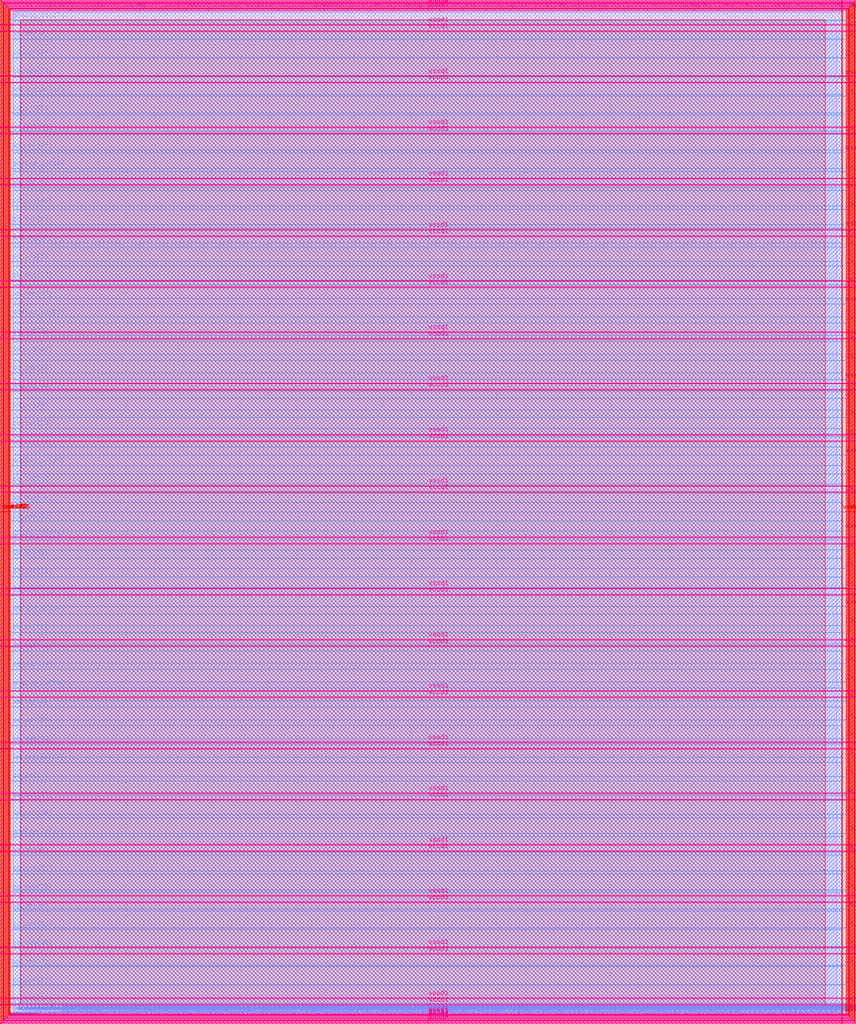
<source format=lef>
VERSION 5.7 ;
  NOWIREEXTENSIONATPIN ON ;
  DIVIDERCHAR "/" ;
  BUSBITCHARS "[]" ;
MACRO user_project_wrapper
  CLASS BLOCK ;
  FOREIGN user_project_wrapper ;
  ORIGIN 0.000 0.000 ;
  SIZE 2920.000 BY 3520.000 ;
  PIN analog_io[0]
    DIRECTION INOUT ;
    USE SIGNAL ;
    PORT
      LAYER met3 ;
        RECT 2917.600 1426.380 2924.800 1427.580 ;
    END
  END analog_io[0]
  PIN analog_io[10]
    DIRECTION INOUT ;
    USE SIGNAL ;
    PORT
      LAYER met2 ;
        RECT 2230.490 3517.600 2231.050 3524.800 ;
    END
  END analog_io[10]
  PIN analog_io[11]
    DIRECTION INOUT ;
    USE SIGNAL ;
    PORT
      LAYER met2 ;
        RECT 1905.730 3517.600 1906.290 3524.800 ;
    END
  END analog_io[11]
  PIN analog_io[12]
    DIRECTION INOUT ;
    USE SIGNAL ;
    PORT
      LAYER met2 ;
        RECT 1581.430 3517.600 1581.990 3524.800 ;
    END
  END analog_io[12]
  PIN analog_io[13]
    DIRECTION INOUT ;
    USE SIGNAL ;
    PORT
      LAYER met2 ;
        RECT 1257.130 3517.600 1257.690 3524.800 ;
    END
  END analog_io[13]
  PIN analog_io[14]
    DIRECTION INOUT ;
    USE SIGNAL ;
    PORT
      LAYER met2 ;
        RECT 932.370 3517.600 932.930 3524.800 ;
    END
  END analog_io[14]
  PIN analog_io[15]
    DIRECTION INOUT ;
    USE SIGNAL ;
    PORT
      LAYER met2 ;
        RECT 608.070 3517.600 608.630 3524.800 ;
    END
  END analog_io[15]
  PIN analog_io[16]
    DIRECTION INOUT ;
    USE SIGNAL ;
    PORT
      LAYER met2 ;
        RECT 283.770 3517.600 284.330 3524.800 ;
    END
  END analog_io[16]
  PIN analog_io[17]
    DIRECTION INOUT ;
    USE SIGNAL ;
    PORT
      LAYER met3 ;
        RECT -4.800 3486.100 2.400 3487.300 ;
    END
  END analog_io[17]
  PIN analog_io[18]
    DIRECTION INOUT ;
    USE SIGNAL ;
    PORT
      LAYER met3 ;
        RECT -4.800 3224.980 2.400 3226.180 ;
    END
  END analog_io[18]
  PIN analog_io[19]
    DIRECTION INOUT ;
    USE SIGNAL ;
    PORT
      LAYER met3 ;
        RECT -4.800 2964.540 2.400 2965.740 ;
    END
  END analog_io[19]
  PIN analog_io[1]
    DIRECTION INOUT ;
    USE SIGNAL ;
    PORT
      LAYER met3 ;
        RECT 2917.600 1692.260 2924.800 1693.460 ;
    END
  END analog_io[1]
  PIN analog_io[20]
    DIRECTION INOUT ;
    USE SIGNAL ;
    PORT
      LAYER met3 ;
        RECT -4.800 2703.420 2.400 2704.620 ;
    END
  END analog_io[20]
  PIN analog_io[21]
    DIRECTION INOUT ;
    USE SIGNAL ;
    PORT
      LAYER met3 ;
        RECT -4.800 2442.980 2.400 2444.180 ;
    END
  END analog_io[21]
  PIN analog_io[22]
    DIRECTION INOUT ;
    USE SIGNAL ;
    PORT
      LAYER met3 ;
        RECT -4.800 2182.540 2.400 2183.740 ;
    END
  END analog_io[22]
  PIN analog_io[23]
    DIRECTION INOUT ;
    USE SIGNAL ;
    PORT
      LAYER met3 ;
        RECT -4.800 1921.420 2.400 1922.620 ;
    END
  END analog_io[23]
  PIN analog_io[24]
    DIRECTION INOUT ;
    USE SIGNAL ;
    PORT
      LAYER met3 ;
        RECT -4.800 1660.980 2.400 1662.180 ;
    END
  END analog_io[24]
  PIN analog_io[25]
    DIRECTION INOUT ;
    USE SIGNAL ;
    PORT
      LAYER met3 ;
        RECT -4.800 1399.860 2.400 1401.060 ;
    END
  END analog_io[25]
  PIN analog_io[26]
    DIRECTION INOUT ;
    USE SIGNAL ;
    PORT
      LAYER met3 ;
        RECT -4.800 1139.420 2.400 1140.620 ;
    END
  END analog_io[26]
  PIN analog_io[27]
    DIRECTION INOUT ;
    USE SIGNAL ;
    PORT
      LAYER met3 ;
        RECT -4.800 878.980 2.400 880.180 ;
    END
  END analog_io[27]
  PIN analog_io[28]
    DIRECTION INOUT ;
    USE SIGNAL ;
    PORT
      LAYER met3 ;
        RECT -4.800 617.860 2.400 619.060 ;
    END
  END analog_io[28]
  PIN analog_io[2]
    DIRECTION INOUT ;
    USE SIGNAL ;
    PORT
      LAYER met3 ;
        RECT 2917.600 1958.140 2924.800 1959.340 ;
    END
  END analog_io[2]
  PIN analog_io[3]
    DIRECTION INOUT ;
    USE SIGNAL ;
    PORT
      LAYER met3 ;
        RECT 2917.600 2223.340 2924.800 2224.540 ;
    END
  END analog_io[3]
  PIN analog_io[4]
    DIRECTION INOUT ;
    USE SIGNAL ;
    PORT
      LAYER met3 ;
        RECT 2917.600 2489.220 2924.800 2490.420 ;
    END
  END analog_io[4]
  PIN analog_io[5]
    DIRECTION INOUT ;
    USE SIGNAL ;
    PORT
      LAYER met3 ;
        RECT 2917.600 2755.100 2924.800 2756.300 ;
    END
  END analog_io[5]
  PIN analog_io[6]
    DIRECTION INOUT ;
    USE SIGNAL ;
    PORT
      LAYER met3 ;
        RECT 2917.600 3020.300 2924.800 3021.500 ;
    END
  END analog_io[6]
  PIN analog_io[7]
    DIRECTION INOUT ;
    USE SIGNAL ;
    PORT
      LAYER met3 ;
        RECT 2917.600 3286.180 2924.800 3287.380 ;
    END
  END analog_io[7]
  PIN analog_io[8]
    DIRECTION INOUT ;
    USE SIGNAL ;
    PORT
      LAYER met2 ;
        RECT 2879.090 3517.600 2879.650 3524.800 ;
    END
  END analog_io[8]
  PIN analog_io[9]
    DIRECTION INOUT ;
    USE SIGNAL ;
    PORT
      LAYER met2 ;
        RECT 2554.790 3517.600 2555.350 3524.800 ;
    END
  END analog_io[9]
  PIN io_in[0]
    DIRECTION INPUT ;
    USE SIGNAL ;
    PORT
      LAYER met3 ;
        RECT 2917.600 32.380 2924.800 33.580 ;
    END
  END io_in[0]
  PIN io_in[10]
    DIRECTION INPUT ;
    USE SIGNAL ;
    PORT
      LAYER met3 ;
        RECT 2917.600 2289.980 2924.800 2291.180 ;
    END
  END io_in[10]
  PIN io_in[11]
    DIRECTION INPUT ;
    USE SIGNAL ;
    PORT
      LAYER met3 ;
        RECT 2917.600 2555.860 2924.800 2557.060 ;
    END
  END io_in[11]
  PIN io_in[12]
    DIRECTION INPUT ;
    USE SIGNAL ;
    PORT
      LAYER met3 ;
        RECT 2917.600 2821.060 2924.800 2822.260 ;
    END
  END io_in[12]
  PIN io_in[13]
    DIRECTION INPUT ;
    USE SIGNAL ;
    PORT
      LAYER met3 ;
        RECT 2917.600 3086.940 2924.800 3088.140 ;
    END
  END io_in[13]
  PIN io_in[14]
    DIRECTION INPUT ;
    USE SIGNAL ;
    PORT
      LAYER met3 ;
        RECT 2917.600 3352.820 2924.800 3354.020 ;
    END
  END io_in[14]
  PIN io_in[15]
    DIRECTION INPUT ;
    USE SIGNAL ;
    PORT
      LAYER met2 ;
        RECT 2798.130 3517.600 2798.690 3524.800 ;
    END
  END io_in[15]
  PIN io_in[16]
    DIRECTION INPUT ;
    USE SIGNAL ;
    PORT
      LAYER met2 ;
        RECT 2473.830 3517.600 2474.390 3524.800 ;
    END
  END io_in[16]
  PIN io_in[17]
    DIRECTION INPUT ;
    USE SIGNAL ;
    PORT
      LAYER met2 ;
        RECT 2149.070 3517.600 2149.630 3524.800 ;
    END
  END io_in[17]
  PIN io_in[18]
    DIRECTION INPUT ;
    USE SIGNAL ;
    PORT
      LAYER met2 ;
        RECT 1824.770 3517.600 1825.330 3524.800 ;
    END
  END io_in[18]
  PIN io_in[19]
    DIRECTION INPUT ;
    USE SIGNAL ;
    PORT
      LAYER met2 ;
        RECT 1500.470 3517.600 1501.030 3524.800 ;
    END
  END io_in[19]
  PIN io_in[1]
    DIRECTION INPUT ;
    USE SIGNAL ;
    PORT
      LAYER met3 ;
        RECT 2917.600 230.940 2924.800 232.140 ;
    END
  END io_in[1]
  PIN io_in[20]
    DIRECTION INPUT ;
    USE SIGNAL ;
    PORT
      LAYER met2 ;
        RECT 1175.710 3517.600 1176.270 3524.800 ;
    END
  END io_in[20]
  PIN io_in[21]
    DIRECTION INPUT ;
    USE SIGNAL ;
    PORT
      LAYER met2 ;
        RECT 851.410 3517.600 851.970 3524.800 ;
    END
  END io_in[21]
  PIN io_in[22]
    DIRECTION INPUT ;
    USE SIGNAL ;
    PORT
      LAYER met2 ;
        RECT 527.110 3517.600 527.670 3524.800 ;
    END
  END io_in[22]
  PIN io_in[23]
    DIRECTION INPUT ;
    USE SIGNAL ;
    PORT
      LAYER met2 ;
        RECT 202.350 3517.600 202.910 3524.800 ;
    END
  END io_in[23]
  PIN io_in[24]
    DIRECTION INPUT ;
    USE SIGNAL ;
    PORT
      LAYER met3 ;
        RECT -4.800 3420.820 2.400 3422.020 ;
    END
  END io_in[24]
  PIN io_in[25]
    DIRECTION INPUT ;
    USE SIGNAL ;
    PORT
      LAYER met3 ;
        RECT -4.800 3159.700 2.400 3160.900 ;
    END
  END io_in[25]
  PIN io_in[26]
    DIRECTION INPUT ;
    USE SIGNAL ;
    PORT
      LAYER met3 ;
        RECT -4.800 2899.260 2.400 2900.460 ;
    END
  END io_in[26]
  PIN io_in[27]
    DIRECTION INPUT ;
    USE SIGNAL ;
    PORT
      LAYER met3 ;
        RECT -4.800 2638.820 2.400 2640.020 ;
    END
  END io_in[27]
  PIN io_in[28]
    DIRECTION INPUT ;
    USE SIGNAL ;
    PORT
      LAYER met3 ;
        RECT -4.800 2377.700 2.400 2378.900 ;
    END
  END io_in[28]
  PIN io_in[29]
    DIRECTION INPUT ;
    USE SIGNAL ;
    PORT
      LAYER met3 ;
        RECT -4.800 2117.260 2.400 2118.460 ;
    END
  END io_in[29]
  PIN io_in[2]
    DIRECTION INPUT ;
    USE SIGNAL ;
    PORT
      LAYER met3 ;
        RECT 2917.600 430.180 2924.800 431.380 ;
    END
  END io_in[2]
  PIN io_in[30]
    DIRECTION INPUT ;
    USE SIGNAL ;
    PORT
      LAYER met3 ;
        RECT -4.800 1856.140 2.400 1857.340 ;
    END
  END io_in[30]
  PIN io_in[31]
    DIRECTION INPUT ;
    USE SIGNAL ;
    PORT
      LAYER met3 ;
        RECT -4.800 1595.700 2.400 1596.900 ;
    END
  END io_in[31]
  PIN io_in[32]
    DIRECTION INPUT ;
    USE SIGNAL ;
    PORT
      LAYER met3 ;
        RECT -4.800 1335.260 2.400 1336.460 ;
    END
  END io_in[32]
  PIN io_in[33]
    DIRECTION INPUT ;
    USE SIGNAL ;
    PORT
      LAYER met3 ;
        RECT -4.800 1074.140 2.400 1075.340 ;
    END
  END io_in[33]
  PIN io_in[34]
    DIRECTION INPUT ;
    USE SIGNAL ;
    PORT
      LAYER met3 ;
        RECT -4.800 813.700 2.400 814.900 ;
    END
  END io_in[34]
  PIN io_in[35]
    DIRECTION INPUT ;
    USE SIGNAL ;
    PORT
      LAYER met3 ;
        RECT -4.800 552.580 2.400 553.780 ;
    END
  END io_in[35]
  PIN io_in[36]
    DIRECTION INPUT ;
    USE SIGNAL ;
    PORT
      LAYER met3 ;
        RECT -4.800 357.420 2.400 358.620 ;
    END
  END io_in[36]
  PIN io_in[37]
    DIRECTION INPUT ;
    USE SIGNAL ;
    PORT
      LAYER met3 ;
        RECT -4.800 161.580 2.400 162.780 ;
    END
  END io_in[37]
  PIN io_in[3]
    DIRECTION INPUT ;
    USE SIGNAL ;
    PORT
      LAYER met3 ;
        RECT 2917.600 629.420 2924.800 630.620 ;
    END
  END io_in[3]
  PIN io_in[4]
    DIRECTION INPUT ;
    USE SIGNAL ;
    PORT
      LAYER met3 ;
        RECT 2917.600 828.660 2924.800 829.860 ;
    END
  END io_in[4]
  PIN io_in[5]
    DIRECTION INPUT ;
    USE SIGNAL ;
    PORT
      LAYER met3 ;
        RECT 2917.600 1027.900 2924.800 1029.100 ;
    END
  END io_in[5]
  PIN io_in[6]
    DIRECTION INPUT ;
    USE SIGNAL ;
    PORT
      LAYER met3 ;
        RECT 2917.600 1227.140 2924.800 1228.340 ;
    END
  END io_in[6]
  PIN io_in[7]
    DIRECTION INPUT ;
    USE SIGNAL ;
    PORT
      LAYER met3 ;
        RECT 2917.600 1493.020 2924.800 1494.220 ;
    END
  END io_in[7]
  PIN io_in[8]
    DIRECTION INPUT ;
    USE SIGNAL ;
    PORT
      LAYER met3 ;
        RECT 2917.600 1758.900 2924.800 1760.100 ;
    END
  END io_in[8]
  PIN io_in[9]
    DIRECTION INPUT ;
    USE SIGNAL ;
    PORT
      LAYER met3 ;
        RECT 2917.600 2024.100 2924.800 2025.300 ;
    END
  END io_in[9]
  PIN io_oeb[0]
    DIRECTION OUTPUT TRISTATE ;
    USE SIGNAL ;
    PORT
      LAYER met3 ;
        RECT 2917.600 164.980 2924.800 166.180 ;
    END
  END io_oeb[0]
  PIN io_oeb[10]
    DIRECTION OUTPUT TRISTATE ;
    USE SIGNAL ;
    PORT
      LAYER met3 ;
        RECT 2917.600 2422.580 2924.800 2423.780 ;
    END
  END io_oeb[10]
  PIN io_oeb[11]
    DIRECTION OUTPUT TRISTATE ;
    USE SIGNAL ;
    PORT
      LAYER met3 ;
        RECT 2917.600 2688.460 2924.800 2689.660 ;
    END
  END io_oeb[11]
  PIN io_oeb[12]
    DIRECTION OUTPUT TRISTATE ;
    USE SIGNAL ;
    PORT
      LAYER met3 ;
        RECT 2917.600 2954.340 2924.800 2955.540 ;
    END
  END io_oeb[12]
  PIN io_oeb[13]
    DIRECTION OUTPUT TRISTATE ;
    USE SIGNAL ;
    PORT
      LAYER met3 ;
        RECT 2917.600 3219.540 2924.800 3220.740 ;
    END
  END io_oeb[13]
  PIN io_oeb[14]
    DIRECTION OUTPUT TRISTATE ;
    USE SIGNAL ;
    PORT
      LAYER met3 ;
        RECT 2917.600 3485.420 2924.800 3486.620 ;
    END
  END io_oeb[14]
  PIN io_oeb[15]
    DIRECTION OUTPUT TRISTATE ;
    USE SIGNAL ;
    PORT
      LAYER met2 ;
        RECT 2635.750 3517.600 2636.310 3524.800 ;
    END
  END io_oeb[15]
  PIN io_oeb[16]
    DIRECTION OUTPUT TRISTATE ;
    USE SIGNAL ;
    PORT
      LAYER met2 ;
        RECT 2311.450 3517.600 2312.010 3524.800 ;
    END
  END io_oeb[16]
  PIN io_oeb[17]
    DIRECTION OUTPUT TRISTATE ;
    USE SIGNAL ;
    PORT
      LAYER met2 ;
        RECT 1987.150 3517.600 1987.710 3524.800 ;
    END
  END io_oeb[17]
  PIN io_oeb[18]
    DIRECTION OUTPUT TRISTATE ;
    USE SIGNAL ;
    PORT
      LAYER met2 ;
        RECT 1662.390 3517.600 1662.950 3524.800 ;
    END
  END io_oeb[18]
  PIN io_oeb[19]
    DIRECTION OUTPUT TRISTATE ;
    USE SIGNAL ;
    PORT
      LAYER met2 ;
        RECT 1338.090 3517.600 1338.650 3524.800 ;
    END
  END io_oeb[19]
  PIN io_oeb[1]
    DIRECTION OUTPUT TRISTATE ;
    USE SIGNAL ;
    PORT
      LAYER met3 ;
        RECT 2917.600 364.220 2924.800 365.420 ;
    END
  END io_oeb[1]
  PIN io_oeb[20]
    DIRECTION OUTPUT TRISTATE ;
    USE SIGNAL ;
    PORT
      LAYER met2 ;
        RECT 1013.790 3517.600 1014.350 3524.800 ;
    END
  END io_oeb[20]
  PIN io_oeb[21]
    DIRECTION OUTPUT TRISTATE ;
    USE SIGNAL ;
    PORT
      LAYER met2 ;
        RECT 689.030 3517.600 689.590 3524.800 ;
    END
  END io_oeb[21]
  PIN io_oeb[22]
    DIRECTION OUTPUT TRISTATE ;
    USE SIGNAL ;
    PORT
      LAYER met2 ;
        RECT 364.730 3517.600 365.290 3524.800 ;
    END
  END io_oeb[22]
  PIN io_oeb[23]
    DIRECTION OUTPUT TRISTATE ;
    USE SIGNAL ;
    PORT
      LAYER met2 ;
        RECT 40.430 3517.600 40.990 3524.800 ;
    END
  END io_oeb[23]
  PIN io_oeb[24]
    DIRECTION OUTPUT TRISTATE ;
    USE SIGNAL ;
    PORT
      LAYER met3 ;
        RECT -4.800 3290.260 2.400 3291.460 ;
    END
  END io_oeb[24]
  PIN io_oeb[25]
    DIRECTION OUTPUT TRISTATE ;
    USE SIGNAL ;
    PORT
      LAYER met3 ;
        RECT -4.800 3029.820 2.400 3031.020 ;
    END
  END io_oeb[25]
  PIN io_oeb[26]
    DIRECTION OUTPUT TRISTATE ;
    USE SIGNAL ;
    PORT
      LAYER met3 ;
        RECT -4.800 2768.700 2.400 2769.900 ;
    END
  END io_oeb[26]
  PIN io_oeb[27]
    DIRECTION OUTPUT TRISTATE ;
    USE SIGNAL ;
    PORT
      LAYER met3 ;
        RECT -4.800 2508.260 2.400 2509.460 ;
    END
  END io_oeb[27]
  PIN io_oeb[28]
    DIRECTION OUTPUT TRISTATE ;
    USE SIGNAL ;
    PORT
      LAYER met3 ;
        RECT -4.800 2247.140 2.400 2248.340 ;
    END
  END io_oeb[28]
  PIN io_oeb[29]
    DIRECTION OUTPUT TRISTATE ;
    USE SIGNAL ;
    PORT
      LAYER met3 ;
        RECT -4.800 1986.700 2.400 1987.900 ;
    END
  END io_oeb[29]
  PIN io_oeb[2]
    DIRECTION OUTPUT TRISTATE ;
    USE SIGNAL ;
    PORT
      LAYER met3 ;
        RECT 2917.600 563.460 2924.800 564.660 ;
    END
  END io_oeb[2]
  PIN io_oeb[30]
    DIRECTION OUTPUT TRISTATE ;
    USE SIGNAL ;
    PORT
      LAYER met3 ;
        RECT -4.800 1726.260 2.400 1727.460 ;
    END
  END io_oeb[30]
  PIN io_oeb[31]
    DIRECTION OUTPUT TRISTATE ;
    USE SIGNAL ;
    PORT
      LAYER met3 ;
        RECT -4.800 1465.140 2.400 1466.340 ;
    END
  END io_oeb[31]
  PIN io_oeb[32]
    DIRECTION OUTPUT TRISTATE ;
    USE SIGNAL ;
    PORT
      LAYER met3 ;
        RECT -4.800 1204.700 2.400 1205.900 ;
    END
  END io_oeb[32]
  PIN io_oeb[33]
    DIRECTION OUTPUT TRISTATE ;
    USE SIGNAL ;
    PORT
      LAYER met3 ;
        RECT -4.800 943.580 2.400 944.780 ;
    END
  END io_oeb[33]
  PIN io_oeb[34]
    DIRECTION OUTPUT TRISTATE ;
    USE SIGNAL ;
    PORT
      LAYER met3 ;
        RECT -4.800 683.140 2.400 684.340 ;
    END
  END io_oeb[34]
  PIN io_oeb[35]
    DIRECTION OUTPUT TRISTATE ;
    USE SIGNAL ;
    PORT
      LAYER met3 ;
        RECT -4.800 422.700 2.400 423.900 ;
    END
  END io_oeb[35]
  PIN io_oeb[36]
    DIRECTION OUTPUT TRISTATE ;
    USE SIGNAL ;
    PORT
      LAYER met3 ;
        RECT -4.800 226.860 2.400 228.060 ;
    END
  END io_oeb[36]
  PIN io_oeb[37]
    DIRECTION OUTPUT TRISTATE ;
    USE SIGNAL ;
    PORT
      LAYER met3 ;
        RECT -4.800 31.700 2.400 32.900 ;
    END
  END io_oeb[37]
  PIN io_oeb[3]
    DIRECTION OUTPUT TRISTATE ;
    USE SIGNAL ;
    PORT
      LAYER met3 ;
        RECT 2917.600 762.700 2924.800 763.900 ;
    END
  END io_oeb[3]
  PIN io_oeb[4]
    DIRECTION OUTPUT TRISTATE ;
    USE SIGNAL ;
    PORT
      LAYER met3 ;
        RECT 2917.600 961.940 2924.800 963.140 ;
    END
  END io_oeb[4]
  PIN io_oeb[5]
    DIRECTION OUTPUT TRISTATE ;
    USE SIGNAL ;
    PORT
      LAYER met3 ;
        RECT 2917.600 1161.180 2924.800 1162.380 ;
    END
  END io_oeb[5]
  PIN io_oeb[6]
    DIRECTION OUTPUT TRISTATE ;
    USE SIGNAL ;
    PORT
      LAYER met3 ;
        RECT 2917.600 1360.420 2924.800 1361.620 ;
    END
  END io_oeb[6]
  PIN io_oeb[7]
    DIRECTION OUTPUT TRISTATE ;
    USE SIGNAL ;
    PORT
      LAYER met3 ;
        RECT 2917.600 1625.620 2924.800 1626.820 ;
    END
  END io_oeb[7]
  PIN io_oeb[8]
    DIRECTION OUTPUT TRISTATE ;
    USE SIGNAL ;
    PORT
      LAYER met3 ;
        RECT 2917.600 1891.500 2924.800 1892.700 ;
    END
  END io_oeb[8]
  PIN io_oeb[9]
    DIRECTION OUTPUT TRISTATE ;
    USE SIGNAL ;
    PORT
      LAYER met3 ;
        RECT 2917.600 2157.380 2924.800 2158.580 ;
    END
  END io_oeb[9]
  PIN io_out[0]
    DIRECTION OUTPUT TRISTATE ;
    USE SIGNAL ;
    PORT
      LAYER met3 ;
        RECT 2917.600 98.340 2924.800 99.540 ;
    END
  END io_out[0]
  PIN io_out[10]
    DIRECTION OUTPUT TRISTATE ;
    USE SIGNAL ;
    PORT
      LAYER met3 ;
        RECT 2917.600 2356.620 2924.800 2357.820 ;
    END
  END io_out[10]
  PIN io_out[11]
    DIRECTION OUTPUT TRISTATE ;
    USE SIGNAL ;
    PORT
      LAYER met3 ;
        RECT 2917.600 2621.820 2924.800 2623.020 ;
    END
  END io_out[11]
  PIN io_out[12]
    DIRECTION OUTPUT TRISTATE ;
    USE SIGNAL ;
    PORT
      LAYER met3 ;
        RECT 2917.600 2887.700 2924.800 2888.900 ;
    END
  END io_out[12]
  PIN io_out[13]
    DIRECTION OUTPUT TRISTATE ;
    USE SIGNAL ;
    PORT
      LAYER met3 ;
        RECT 2917.600 3153.580 2924.800 3154.780 ;
    END
  END io_out[13]
  PIN io_out[14]
    DIRECTION OUTPUT TRISTATE ;
    USE SIGNAL ;
    PORT
      LAYER met3 ;
        RECT 2917.600 3418.780 2924.800 3419.980 ;
    END
  END io_out[14]
  PIN io_out[15]
    DIRECTION OUTPUT TRISTATE ;
    USE SIGNAL ;
    PORT
      LAYER met2 ;
        RECT 2717.170 3517.600 2717.730 3524.800 ;
    END
  END io_out[15]
  PIN io_out[16]
    DIRECTION OUTPUT TRISTATE ;
    USE SIGNAL ;
    PORT
      LAYER met2 ;
        RECT 2392.410 3517.600 2392.970 3524.800 ;
    END
  END io_out[16]
  PIN io_out[17]
    DIRECTION OUTPUT TRISTATE ;
    USE SIGNAL ;
    PORT
      LAYER met2 ;
        RECT 2068.110 3517.600 2068.670 3524.800 ;
    END
  END io_out[17]
  PIN io_out[18]
    DIRECTION OUTPUT TRISTATE ;
    USE SIGNAL ;
    PORT
      LAYER met2 ;
        RECT 1743.810 3517.600 1744.370 3524.800 ;
    END
  END io_out[18]
  PIN io_out[19]
    DIRECTION OUTPUT TRISTATE ;
    USE SIGNAL ;
    PORT
      LAYER met2 ;
        RECT 1419.050 3517.600 1419.610 3524.800 ;
    END
  END io_out[19]
  PIN io_out[1]
    DIRECTION OUTPUT TRISTATE ;
    USE SIGNAL ;
    PORT
      LAYER met3 ;
        RECT 2917.600 297.580 2924.800 298.780 ;
    END
  END io_out[1]
  PIN io_out[20]
    DIRECTION OUTPUT TRISTATE ;
    USE SIGNAL ;
    PORT
      LAYER met2 ;
        RECT 1094.750 3517.600 1095.310 3524.800 ;
    END
  END io_out[20]
  PIN io_out[21]
    DIRECTION OUTPUT TRISTATE ;
    USE SIGNAL ;
    PORT
      LAYER met2 ;
        RECT 770.450 3517.600 771.010 3524.800 ;
    END
  END io_out[21]
  PIN io_out[22]
    DIRECTION OUTPUT TRISTATE ;
    USE SIGNAL ;
    PORT
      LAYER met2 ;
        RECT 445.690 3517.600 446.250 3524.800 ;
    END
  END io_out[22]
  PIN io_out[23]
    DIRECTION OUTPUT TRISTATE ;
    USE SIGNAL ;
    PORT
      LAYER met2 ;
        RECT 121.390 3517.600 121.950 3524.800 ;
    END
  END io_out[23]
  PIN io_out[24]
    DIRECTION OUTPUT TRISTATE ;
    USE SIGNAL ;
    PORT
      LAYER met3 ;
        RECT -4.800 3355.540 2.400 3356.740 ;
    END
  END io_out[24]
  PIN io_out[25]
    DIRECTION OUTPUT TRISTATE ;
    USE SIGNAL ;
    PORT
      LAYER met3 ;
        RECT -4.800 3095.100 2.400 3096.300 ;
    END
  END io_out[25]
  PIN io_out[26]
    DIRECTION OUTPUT TRISTATE ;
    USE SIGNAL ;
    PORT
      LAYER met3 ;
        RECT -4.800 2833.980 2.400 2835.180 ;
    END
  END io_out[26]
  PIN io_out[27]
    DIRECTION OUTPUT TRISTATE ;
    USE SIGNAL ;
    PORT
      LAYER met3 ;
        RECT -4.800 2573.540 2.400 2574.740 ;
    END
  END io_out[27]
  PIN io_out[28]
    DIRECTION OUTPUT TRISTATE ;
    USE SIGNAL ;
    PORT
      LAYER met3 ;
        RECT -4.800 2312.420 2.400 2313.620 ;
    END
  END io_out[28]
  PIN io_out[29]
    DIRECTION OUTPUT TRISTATE ;
    USE SIGNAL ;
    PORT
      LAYER met3 ;
        RECT -4.800 2051.980 2.400 2053.180 ;
    END
  END io_out[29]
  PIN io_out[2]
    DIRECTION OUTPUT TRISTATE ;
    USE SIGNAL ;
    PORT
      LAYER met3 ;
        RECT 2917.600 496.820 2924.800 498.020 ;
    END
  END io_out[2]
  PIN io_out[30]
    DIRECTION OUTPUT TRISTATE ;
    USE SIGNAL ;
    PORT
      LAYER met3 ;
        RECT -4.800 1791.540 2.400 1792.740 ;
    END
  END io_out[30]
  PIN io_out[31]
    DIRECTION OUTPUT TRISTATE ;
    USE SIGNAL ;
    PORT
      LAYER met3 ;
        RECT -4.800 1530.420 2.400 1531.620 ;
    END
  END io_out[31]
  PIN io_out[32]
    DIRECTION OUTPUT TRISTATE ;
    USE SIGNAL ;
    PORT
      LAYER met3 ;
        RECT -4.800 1269.980 2.400 1271.180 ;
    END
  END io_out[32]
  PIN io_out[33]
    DIRECTION OUTPUT TRISTATE ;
    USE SIGNAL ;
    PORT
      LAYER met3 ;
        RECT -4.800 1008.860 2.400 1010.060 ;
    END
  END io_out[33]
  PIN io_out[34]
    DIRECTION OUTPUT TRISTATE ;
    USE SIGNAL ;
    PORT
      LAYER met3 ;
        RECT -4.800 748.420 2.400 749.620 ;
    END
  END io_out[34]
  PIN io_out[35]
    DIRECTION OUTPUT TRISTATE ;
    USE SIGNAL ;
    PORT
      LAYER met3 ;
        RECT -4.800 487.300 2.400 488.500 ;
    END
  END io_out[35]
  PIN io_out[36]
    DIRECTION OUTPUT TRISTATE ;
    USE SIGNAL ;
    PORT
      LAYER met3 ;
        RECT -4.800 292.140 2.400 293.340 ;
    END
  END io_out[36]
  PIN io_out[37]
    DIRECTION OUTPUT TRISTATE ;
    USE SIGNAL ;
    PORT
      LAYER met3 ;
        RECT -4.800 96.300 2.400 97.500 ;
    END
  END io_out[37]
  PIN io_out[3]
    DIRECTION OUTPUT TRISTATE ;
    USE SIGNAL ;
    PORT
      LAYER met3 ;
        RECT 2917.600 696.060 2924.800 697.260 ;
    END
  END io_out[3]
  PIN io_out[4]
    DIRECTION OUTPUT TRISTATE ;
    USE SIGNAL ;
    PORT
      LAYER met3 ;
        RECT 2917.600 895.300 2924.800 896.500 ;
    END
  END io_out[4]
  PIN io_out[5]
    DIRECTION OUTPUT TRISTATE ;
    USE SIGNAL ;
    PORT
      LAYER met3 ;
        RECT 2917.600 1094.540 2924.800 1095.740 ;
    END
  END io_out[5]
  PIN io_out[6]
    DIRECTION OUTPUT TRISTATE ;
    USE SIGNAL ;
    PORT
      LAYER met3 ;
        RECT 2917.600 1293.780 2924.800 1294.980 ;
    END
  END io_out[6]
  PIN io_out[7]
    DIRECTION OUTPUT TRISTATE ;
    USE SIGNAL ;
    PORT
      LAYER met3 ;
        RECT 2917.600 1559.660 2924.800 1560.860 ;
    END
  END io_out[7]
  PIN io_out[8]
    DIRECTION OUTPUT TRISTATE ;
    USE SIGNAL ;
    PORT
      LAYER met3 ;
        RECT 2917.600 1824.860 2924.800 1826.060 ;
    END
  END io_out[8]
  PIN io_out[9]
    DIRECTION OUTPUT TRISTATE ;
    USE SIGNAL ;
    PORT
      LAYER met3 ;
        RECT 2917.600 2090.740 2924.800 2091.940 ;
    END
  END io_out[9]
  PIN la_data_in[0]
    DIRECTION INPUT ;
    USE SIGNAL ;
    PORT
      LAYER met2 ;
        RECT 629.230 -4.800 629.790 2.400 ;
    END
  END la_data_in[0]
  PIN la_data_in[100]
    DIRECTION INPUT ;
    USE SIGNAL ;
    PORT
      LAYER met2 ;
        RECT 2402.530 -4.800 2403.090 2.400 ;
    END
  END la_data_in[100]
  PIN la_data_in[101]
    DIRECTION INPUT ;
    USE SIGNAL ;
    PORT
      LAYER met2 ;
        RECT 2420.010 -4.800 2420.570 2.400 ;
    END
  END la_data_in[101]
  PIN la_data_in[102]
    DIRECTION INPUT ;
    USE SIGNAL ;
    PORT
      LAYER met2 ;
        RECT 2437.950 -4.800 2438.510 2.400 ;
    END
  END la_data_in[102]
  PIN la_data_in[103]
    DIRECTION INPUT ;
    USE SIGNAL ;
    PORT
      LAYER met2 ;
        RECT 2455.430 -4.800 2455.990 2.400 ;
    END
  END la_data_in[103]
  PIN la_data_in[104]
    DIRECTION INPUT ;
    USE SIGNAL ;
    PORT
      LAYER met2 ;
        RECT 2473.370 -4.800 2473.930 2.400 ;
    END
  END la_data_in[104]
  PIN la_data_in[105]
    DIRECTION INPUT ;
    USE SIGNAL ;
    PORT
      LAYER met2 ;
        RECT 2490.850 -4.800 2491.410 2.400 ;
    END
  END la_data_in[105]
  PIN la_data_in[106]
    DIRECTION INPUT ;
    USE SIGNAL ;
    PORT
      LAYER met2 ;
        RECT 2508.790 -4.800 2509.350 2.400 ;
    END
  END la_data_in[106]
  PIN la_data_in[107]
    DIRECTION INPUT ;
    USE SIGNAL ;
    PORT
      LAYER met2 ;
        RECT 2526.730 -4.800 2527.290 2.400 ;
    END
  END la_data_in[107]
  PIN la_data_in[108]
    DIRECTION INPUT ;
    USE SIGNAL ;
    PORT
      LAYER met2 ;
        RECT 2544.210 -4.800 2544.770 2.400 ;
    END
  END la_data_in[108]
  PIN la_data_in[109]
    DIRECTION INPUT ;
    USE SIGNAL ;
    PORT
      LAYER met2 ;
        RECT 2562.150 -4.800 2562.710 2.400 ;
    END
  END la_data_in[109]
  PIN la_data_in[10]
    DIRECTION INPUT ;
    USE SIGNAL ;
    PORT
      LAYER met2 ;
        RECT 806.330 -4.800 806.890 2.400 ;
    END
  END la_data_in[10]
  PIN la_data_in[110]
    DIRECTION INPUT ;
    USE SIGNAL ;
    PORT
      LAYER met2 ;
        RECT 2579.630 -4.800 2580.190 2.400 ;
    END
  END la_data_in[110]
  PIN la_data_in[111]
    DIRECTION INPUT ;
    USE SIGNAL ;
    PORT
      LAYER met2 ;
        RECT 2597.570 -4.800 2598.130 2.400 ;
    END
  END la_data_in[111]
  PIN la_data_in[112]
    DIRECTION INPUT ;
    USE SIGNAL ;
    PORT
      LAYER met2 ;
        RECT 2615.050 -4.800 2615.610 2.400 ;
    END
  END la_data_in[112]
  PIN la_data_in[113]
    DIRECTION INPUT ;
    USE SIGNAL ;
    PORT
      LAYER met2 ;
        RECT 2632.990 -4.800 2633.550 2.400 ;
    END
  END la_data_in[113]
  PIN la_data_in[114]
    DIRECTION INPUT ;
    USE SIGNAL ;
    PORT
      LAYER met2 ;
        RECT 2650.470 -4.800 2651.030 2.400 ;
    END
  END la_data_in[114]
  PIN la_data_in[115]
    DIRECTION INPUT ;
    USE SIGNAL ;
    PORT
      LAYER met2 ;
        RECT 2668.410 -4.800 2668.970 2.400 ;
    END
  END la_data_in[115]
  PIN la_data_in[116]
    DIRECTION INPUT ;
    USE SIGNAL ;
    PORT
      LAYER met2 ;
        RECT 2685.890 -4.800 2686.450 2.400 ;
    END
  END la_data_in[116]
  PIN la_data_in[117]
    DIRECTION INPUT ;
    USE SIGNAL ;
    PORT
      LAYER met2 ;
        RECT 2703.830 -4.800 2704.390 2.400 ;
    END
  END la_data_in[117]
  PIN la_data_in[118]
    DIRECTION INPUT ;
    USE SIGNAL ;
    PORT
      LAYER met2 ;
        RECT 2721.770 -4.800 2722.330 2.400 ;
    END
  END la_data_in[118]
  PIN la_data_in[119]
    DIRECTION INPUT ;
    USE SIGNAL ;
    PORT
      LAYER met2 ;
        RECT 2739.250 -4.800 2739.810 2.400 ;
    END
  END la_data_in[119]
  PIN la_data_in[11]
    DIRECTION INPUT ;
    USE SIGNAL ;
    PORT
      LAYER met2 ;
        RECT 824.270 -4.800 824.830 2.400 ;
    END
  END la_data_in[11]
  PIN la_data_in[120]
    DIRECTION INPUT ;
    USE SIGNAL ;
    PORT
      LAYER met2 ;
        RECT 2757.190 -4.800 2757.750 2.400 ;
    END
  END la_data_in[120]
  PIN la_data_in[121]
    DIRECTION INPUT ;
    USE SIGNAL ;
    PORT
      LAYER met2 ;
        RECT 2774.670 -4.800 2775.230 2.400 ;
    END
  END la_data_in[121]
  PIN la_data_in[122]
    DIRECTION INPUT ;
    USE SIGNAL ;
    PORT
      LAYER met2 ;
        RECT 2792.610 -4.800 2793.170 2.400 ;
    END
  END la_data_in[122]
  PIN la_data_in[123]
    DIRECTION INPUT ;
    USE SIGNAL ;
    PORT
      LAYER met2 ;
        RECT 2810.090 -4.800 2810.650 2.400 ;
    END
  END la_data_in[123]
  PIN la_data_in[124]
    DIRECTION INPUT ;
    USE SIGNAL ;
    PORT
      LAYER met2 ;
        RECT 2828.030 -4.800 2828.590 2.400 ;
    END
  END la_data_in[124]
  PIN la_data_in[125]
    DIRECTION INPUT ;
    USE SIGNAL ;
    PORT
      LAYER met2 ;
        RECT 2845.510 -4.800 2846.070 2.400 ;
    END
  END la_data_in[125]
  PIN la_data_in[126]
    DIRECTION INPUT ;
    USE SIGNAL ;
    PORT
      LAYER met2 ;
        RECT 2863.450 -4.800 2864.010 2.400 ;
    END
  END la_data_in[126]
  PIN la_data_in[127]
    DIRECTION INPUT ;
    USE SIGNAL ;
    PORT
      LAYER met2 ;
        RECT 2881.390 -4.800 2881.950 2.400 ;
    END
  END la_data_in[127]
  PIN la_data_in[12]
    DIRECTION INPUT ;
    USE SIGNAL ;
    PORT
      LAYER met2 ;
        RECT 841.750 -4.800 842.310 2.400 ;
    END
  END la_data_in[12]
  PIN la_data_in[13]
    DIRECTION INPUT ;
    USE SIGNAL ;
    PORT
      LAYER met2 ;
        RECT 859.690 -4.800 860.250 2.400 ;
    END
  END la_data_in[13]
  PIN la_data_in[14]
    DIRECTION INPUT ;
    USE SIGNAL ;
    PORT
      LAYER met2 ;
        RECT 877.170 -4.800 877.730 2.400 ;
    END
  END la_data_in[14]
  PIN la_data_in[15]
    DIRECTION INPUT ;
    USE SIGNAL ;
    PORT
      LAYER met2 ;
        RECT 895.110 -4.800 895.670 2.400 ;
    END
  END la_data_in[15]
  PIN la_data_in[16]
    DIRECTION INPUT ;
    USE SIGNAL ;
    PORT
      LAYER met2 ;
        RECT 912.590 -4.800 913.150 2.400 ;
    END
  END la_data_in[16]
  PIN la_data_in[17]
    DIRECTION INPUT ;
    USE SIGNAL ;
    PORT
      LAYER met2 ;
        RECT 930.530 -4.800 931.090 2.400 ;
    END
  END la_data_in[17]
  PIN la_data_in[18]
    DIRECTION INPUT ;
    USE SIGNAL ;
    PORT
      LAYER met2 ;
        RECT 948.470 -4.800 949.030 2.400 ;
    END
  END la_data_in[18]
  PIN la_data_in[19]
    DIRECTION INPUT ;
    USE SIGNAL ;
    PORT
      LAYER met2 ;
        RECT 965.950 -4.800 966.510 2.400 ;
    END
  END la_data_in[19]
  PIN la_data_in[1]
    DIRECTION INPUT ;
    USE SIGNAL ;
    PORT
      LAYER met2 ;
        RECT 646.710 -4.800 647.270 2.400 ;
    END
  END la_data_in[1]
  PIN la_data_in[20]
    DIRECTION INPUT ;
    USE SIGNAL ;
    PORT
      LAYER met2 ;
        RECT 983.890 -4.800 984.450 2.400 ;
    END
  END la_data_in[20]
  PIN la_data_in[21]
    DIRECTION INPUT ;
    USE SIGNAL ;
    PORT
      LAYER met2 ;
        RECT 1001.370 -4.800 1001.930 2.400 ;
    END
  END la_data_in[21]
  PIN la_data_in[22]
    DIRECTION INPUT ;
    USE SIGNAL ;
    PORT
      LAYER met2 ;
        RECT 1019.310 -4.800 1019.870 2.400 ;
    END
  END la_data_in[22]
  PIN la_data_in[23]
    DIRECTION INPUT ;
    USE SIGNAL ;
    PORT
      LAYER met2 ;
        RECT 1036.790 -4.800 1037.350 2.400 ;
    END
  END la_data_in[23]
  PIN la_data_in[24]
    DIRECTION INPUT ;
    USE SIGNAL ;
    PORT
      LAYER met2 ;
        RECT 1054.730 -4.800 1055.290 2.400 ;
    END
  END la_data_in[24]
  PIN la_data_in[25]
    DIRECTION INPUT ;
    USE SIGNAL ;
    PORT
      LAYER met2 ;
        RECT 1072.210 -4.800 1072.770 2.400 ;
    END
  END la_data_in[25]
  PIN la_data_in[26]
    DIRECTION INPUT ;
    USE SIGNAL ;
    PORT
      LAYER met2 ;
        RECT 1090.150 -4.800 1090.710 2.400 ;
    END
  END la_data_in[26]
  PIN la_data_in[27]
    DIRECTION INPUT ;
    USE SIGNAL ;
    PORT
      LAYER met2 ;
        RECT 1107.630 -4.800 1108.190 2.400 ;
    END
  END la_data_in[27]
  PIN la_data_in[28]
    DIRECTION INPUT ;
    USE SIGNAL ;
    PORT
      LAYER met2 ;
        RECT 1125.570 -4.800 1126.130 2.400 ;
    END
  END la_data_in[28]
  PIN la_data_in[29]
    DIRECTION INPUT ;
    USE SIGNAL ;
    PORT
      LAYER met2 ;
        RECT 1143.510 -4.800 1144.070 2.400 ;
    END
  END la_data_in[29]
  PIN la_data_in[2]
    DIRECTION INPUT ;
    USE SIGNAL ;
    PORT
      LAYER met2 ;
        RECT 664.650 -4.800 665.210 2.400 ;
    END
  END la_data_in[2]
  PIN la_data_in[30]
    DIRECTION INPUT ;
    USE SIGNAL ;
    PORT
      LAYER met2 ;
        RECT 1160.990 -4.800 1161.550 2.400 ;
    END
  END la_data_in[30]
  PIN la_data_in[31]
    DIRECTION INPUT ;
    USE SIGNAL ;
    PORT
      LAYER met2 ;
        RECT 1178.930 -4.800 1179.490 2.400 ;
    END
  END la_data_in[31]
  PIN la_data_in[32]
    DIRECTION INPUT ;
    USE SIGNAL ;
    PORT
      LAYER met2 ;
        RECT 1196.410 -4.800 1196.970 2.400 ;
    END
  END la_data_in[32]
  PIN la_data_in[33]
    DIRECTION INPUT ;
    USE SIGNAL ;
    PORT
      LAYER met2 ;
        RECT 1214.350 -4.800 1214.910 2.400 ;
    END
  END la_data_in[33]
  PIN la_data_in[34]
    DIRECTION INPUT ;
    USE SIGNAL ;
    PORT
      LAYER met2 ;
        RECT 1231.830 -4.800 1232.390 2.400 ;
    END
  END la_data_in[34]
  PIN la_data_in[35]
    DIRECTION INPUT ;
    USE SIGNAL ;
    PORT
      LAYER met2 ;
        RECT 1249.770 -4.800 1250.330 2.400 ;
    END
  END la_data_in[35]
  PIN la_data_in[36]
    DIRECTION INPUT ;
    USE SIGNAL ;
    PORT
      LAYER met2 ;
        RECT 1267.250 -4.800 1267.810 2.400 ;
    END
  END la_data_in[36]
  PIN la_data_in[37]
    DIRECTION INPUT ;
    USE SIGNAL ;
    PORT
      LAYER met2 ;
        RECT 1285.190 -4.800 1285.750 2.400 ;
    END
  END la_data_in[37]
  PIN la_data_in[38]
    DIRECTION INPUT ;
    USE SIGNAL ;
    PORT
      LAYER met2 ;
        RECT 1303.130 -4.800 1303.690 2.400 ;
    END
  END la_data_in[38]
  PIN la_data_in[39]
    DIRECTION INPUT ;
    USE SIGNAL ;
    PORT
      LAYER met2 ;
        RECT 1320.610 -4.800 1321.170 2.400 ;
    END
  END la_data_in[39]
  PIN la_data_in[3]
    DIRECTION INPUT ;
    USE SIGNAL ;
    PORT
      LAYER met2 ;
        RECT 682.130 -4.800 682.690 2.400 ;
    END
  END la_data_in[3]
  PIN la_data_in[40]
    DIRECTION INPUT ;
    USE SIGNAL ;
    PORT
      LAYER met2 ;
        RECT 1338.550 -4.800 1339.110 2.400 ;
    END
  END la_data_in[40]
  PIN la_data_in[41]
    DIRECTION INPUT ;
    USE SIGNAL ;
    PORT
      LAYER met2 ;
        RECT 1356.030 -4.800 1356.590 2.400 ;
    END
  END la_data_in[41]
  PIN la_data_in[42]
    DIRECTION INPUT ;
    USE SIGNAL ;
    PORT
      LAYER met2 ;
        RECT 1373.970 -4.800 1374.530 2.400 ;
    END
  END la_data_in[42]
  PIN la_data_in[43]
    DIRECTION INPUT ;
    USE SIGNAL ;
    PORT
      LAYER met2 ;
        RECT 1391.450 -4.800 1392.010 2.400 ;
    END
  END la_data_in[43]
  PIN la_data_in[44]
    DIRECTION INPUT ;
    USE SIGNAL ;
    PORT
      LAYER met2 ;
        RECT 1409.390 -4.800 1409.950 2.400 ;
    END
  END la_data_in[44]
  PIN la_data_in[45]
    DIRECTION INPUT ;
    USE SIGNAL ;
    PORT
      LAYER met2 ;
        RECT 1426.870 -4.800 1427.430 2.400 ;
    END
  END la_data_in[45]
  PIN la_data_in[46]
    DIRECTION INPUT ;
    USE SIGNAL ;
    PORT
      LAYER met2 ;
        RECT 1444.810 -4.800 1445.370 2.400 ;
    END
  END la_data_in[46]
  PIN la_data_in[47]
    DIRECTION INPUT ;
    USE SIGNAL ;
    PORT
      LAYER met2 ;
        RECT 1462.750 -4.800 1463.310 2.400 ;
    END
  END la_data_in[47]
  PIN la_data_in[48]
    DIRECTION INPUT ;
    USE SIGNAL ;
    PORT
      LAYER met2 ;
        RECT 1480.230 -4.800 1480.790 2.400 ;
    END
  END la_data_in[48]
  PIN la_data_in[49]
    DIRECTION INPUT ;
    USE SIGNAL ;
    PORT
      LAYER met2 ;
        RECT 1498.170 -4.800 1498.730 2.400 ;
    END
  END la_data_in[49]
  PIN la_data_in[4]
    DIRECTION INPUT ;
    USE SIGNAL ;
    PORT
      LAYER met2 ;
        RECT 700.070 -4.800 700.630 2.400 ;
    END
  END la_data_in[4]
  PIN la_data_in[50]
    DIRECTION INPUT ;
    USE SIGNAL ;
    PORT
      LAYER met2 ;
        RECT 1515.650 -4.800 1516.210 2.400 ;
    END
  END la_data_in[50]
  PIN la_data_in[51]
    DIRECTION INPUT ;
    USE SIGNAL ;
    PORT
      LAYER met2 ;
        RECT 1533.590 -4.800 1534.150 2.400 ;
    END
  END la_data_in[51]
  PIN la_data_in[52]
    DIRECTION INPUT ;
    USE SIGNAL ;
    PORT
      LAYER met2 ;
        RECT 1551.070 -4.800 1551.630 2.400 ;
    END
  END la_data_in[52]
  PIN la_data_in[53]
    DIRECTION INPUT ;
    USE SIGNAL ;
    PORT
      LAYER met2 ;
        RECT 1569.010 -4.800 1569.570 2.400 ;
    END
  END la_data_in[53]
  PIN la_data_in[54]
    DIRECTION INPUT ;
    USE SIGNAL ;
    PORT
      LAYER met2 ;
        RECT 1586.490 -4.800 1587.050 2.400 ;
    END
  END la_data_in[54]
  PIN la_data_in[55]
    DIRECTION INPUT ;
    USE SIGNAL ;
    PORT
      LAYER met2 ;
        RECT 1604.430 -4.800 1604.990 2.400 ;
    END
  END la_data_in[55]
  PIN la_data_in[56]
    DIRECTION INPUT ;
    USE SIGNAL ;
    PORT
      LAYER met2 ;
        RECT 1621.910 -4.800 1622.470 2.400 ;
    END
  END la_data_in[56]
  PIN la_data_in[57]
    DIRECTION INPUT ;
    USE SIGNAL ;
    PORT
      LAYER met2 ;
        RECT 1639.850 -4.800 1640.410 2.400 ;
    END
  END la_data_in[57]
  PIN la_data_in[58]
    DIRECTION INPUT ;
    USE SIGNAL ;
    PORT
      LAYER met2 ;
        RECT 1657.790 -4.800 1658.350 2.400 ;
    END
  END la_data_in[58]
  PIN la_data_in[59]
    DIRECTION INPUT ;
    USE SIGNAL ;
    PORT
      LAYER met2 ;
        RECT 1675.270 -4.800 1675.830 2.400 ;
    END
  END la_data_in[59]
  PIN la_data_in[5]
    DIRECTION INPUT ;
    USE SIGNAL ;
    PORT
      LAYER met2 ;
        RECT 717.550 -4.800 718.110 2.400 ;
    END
  END la_data_in[5]
  PIN la_data_in[60]
    DIRECTION INPUT ;
    USE SIGNAL ;
    PORT
      LAYER met2 ;
        RECT 1693.210 -4.800 1693.770 2.400 ;
    END
  END la_data_in[60]
  PIN la_data_in[61]
    DIRECTION INPUT ;
    USE SIGNAL ;
    PORT
      LAYER met2 ;
        RECT 1710.690 -4.800 1711.250 2.400 ;
    END
  END la_data_in[61]
  PIN la_data_in[62]
    DIRECTION INPUT ;
    USE SIGNAL ;
    PORT
      LAYER met2 ;
        RECT 1728.630 -4.800 1729.190 2.400 ;
    END
  END la_data_in[62]
  PIN la_data_in[63]
    DIRECTION INPUT ;
    USE SIGNAL ;
    PORT
      LAYER met2 ;
        RECT 1746.110 -4.800 1746.670 2.400 ;
    END
  END la_data_in[63]
  PIN la_data_in[64]
    DIRECTION INPUT ;
    USE SIGNAL ;
    PORT
      LAYER met2 ;
        RECT 1764.050 -4.800 1764.610 2.400 ;
    END
  END la_data_in[64]
  PIN la_data_in[65]
    DIRECTION INPUT ;
    USE SIGNAL ;
    PORT
      LAYER met2 ;
        RECT 1781.530 -4.800 1782.090 2.400 ;
    END
  END la_data_in[65]
  PIN la_data_in[66]
    DIRECTION INPUT ;
    USE SIGNAL ;
    PORT
      LAYER met2 ;
        RECT 1799.470 -4.800 1800.030 2.400 ;
    END
  END la_data_in[66]
  PIN la_data_in[67]
    DIRECTION INPUT ;
    USE SIGNAL ;
    PORT
      LAYER met2 ;
        RECT 1817.410 -4.800 1817.970 2.400 ;
    END
  END la_data_in[67]
  PIN la_data_in[68]
    DIRECTION INPUT ;
    USE SIGNAL ;
    PORT
      LAYER met2 ;
        RECT 1834.890 -4.800 1835.450 2.400 ;
    END
  END la_data_in[68]
  PIN la_data_in[69]
    DIRECTION INPUT ;
    USE SIGNAL ;
    PORT
      LAYER met2 ;
        RECT 1852.830 -4.800 1853.390 2.400 ;
    END
  END la_data_in[69]
  PIN la_data_in[6]
    DIRECTION INPUT ;
    USE SIGNAL ;
    PORT
      LAYER met2 ;
        RECT 735.490 -4.800 736.050 2.400 ;
    END
  END la_data_in[6]
  PIN la_data_in[70]
    DIRECTION INPUT ;
    USE SIGNAL ;
    PORT
      LAYER met2 ;
        RECT 1870.310 -4.800 1870.870 2.400 ;
    END
  END la_data_in[70]
  PIN la_data_in[71]
    DIRECTION INPUT ;
    USE SIGNAL ;
    PORT
      LAYER met2 ;
        RECT 1888.250 -4.800 1888.810 2.400 ;
    END
  END la_data_in[71]
  PIN la_data_in[72]
    DIRECTION INPUT ;
    USE SIGNAL ;
    PORT
      LAYER met2 ;
        RECT 1905.730 -4.800 1906.290 2.400 ;
    END
  END la_data_in[72]
  PIN la_data_in[73]
    DIRECTION INPUT ;
    USE SIGNAL ;
    PORT
      LAYER met2 ;
        RECT 1923.670 -4.800 1924.230 2.400 ;
    END
  END la_data_in[73]
  PIN la_data_in[74]
    DIRECTION INPUT ;
    USE SIGNAL ;
    PORT
      LAYER met2 ;
        RECT 1941.150 -4.800 1941.710 2.400 ;
    END
  END la_data_in[74]
  PIN la_data_in[75]
    DIRECTION INPUT ;
    USE SIGNAL ;
    PORT
      LAYER met2 ;
        RECT 1959.090 -4.800 1959.650 2.400 ;
    END
  END la_data_in[75]
  PIN la_data_in[76]
    DIRECTION INPUT ;
    USE SIGNAL ;
    PORT
      LAYER met2 ;
        RECT 1976.570 -4.800 1977.130 2.400 ;
    END
  END la_data_in[76]
  PIN la_data_in[77]
    DIRECTION INPUT ;
    USE SIGNAL ;
    PORT
      LAYER met2 ;
        RECT 1994.510 -4.800 1995.070 2.400 ;
    END
  END la_data_in[77]
  PIN la_data_in[78]
    DIRECTION INPUT ;
    USE SIGNAL ;
    PORT
      LAYER met2 ;
        RECT 2012.450 -4.800 2013.010 2.400 ;
    END
  END la_data_in[78]
  PIN la_data_in[79]
    DIRECTION INPUT ;
    USE SIGNAL ;
    PORT
      LAYER met2 ;
        RECT 2029.930 -4.800 2030.490 2.400 ;
    END
  END la_data_in[79]
  PIN la_data_in[7]
    DIRECTION INPUT ;
    USE SIGNAL ;
    PORT
      LAYER met2 ;
        RECT 752.970 -4.800 753.530 2.400 ;
    END
  END la_data_in[7]
  PIN la_data_in[80]
    DIRECTION INPUT ;
    USE SIGNAL ;
    PORT
      LAYER met2 ;
        RECT 2047.870 -4.800 2048.430 2.400 ;
    END
  END la_data_in[80]
  PIN la_data_in[81]
    DIRECTION INPUT ;
    USE SIGNAL ;
    PORT
      LAYER met2 ;
        RECT 2065.350 -4.800 2065.910 2.400 ;
    END
  END la_data_in[81]
  PIN la_data_in[82]
    DIRECTION INPUT ;
    USE SIGNAL ;
    PORT
      LAYER met2 ;
        RECT 2083.290 -4.800 2083.850 2.400 ;
    END
  END la_data_in[82]
  PIN la_data_in[83]
    DIRECTION INPUT ;
    USE SIGNAL ;
    PORT
      LAYER met2 ;
        RECT 2100.770 -4.800 2101.330 2.400 ;
    END
  END la_data_in[83]
  PIN la_data_in[84]
    DIRECTION INPUT ;
    USE SIGNAL ;
    PORT
      LAYER met2 ;
        RECT 2118.710 -4.800 2119.270 2.400 ;
    END
  END la_data_in[84]
  PIN la_data_in[85]
    DIRECTION INPUT ;
    USE SIGNAL ;
    PORT
      LAYER met2 ;
        RECT 2136.190 -4.800 2136.750 2.400 ;
    END
  END la_data_in[85]
  PIN la_data_in[86]
    DIRECTION INPUT ;
    USE SIGNAL ;
    PORT
      LAYER met2 ;
        RECT 2154.130 -4.800 2154.690 2.400 ;
    END
  END la_data_in[86]
  PIN la_data_in[87]
    DIRECTION INPUT ;
    USE SIGNAL ;
    PORT
      LAYER met2 ;
        RECT 2172.070 -4.800 2172.630 2.400 ;
    END
  END la_data_in[87]
  PIN la_data_in[88]
    DIRECTION INPUT ;
    USE SIGNAL ;
    PORT
      LAYER met2 ;
        RECT 2189.550 -4.800 2190.110 2.400 ;
    END
  END la_data_in[88]
  PIN la_data_in[89]
    DIRECTION INPUT ;
    USE SIGNAL ;
    PORT
      LAYER met2 ;
        RECT 2207.490 -4.800 2208.050 2.400 ;
    END
  END la_data_in[89]
  PIN la_data_in[8]
    DIRECTION INPUT ;
    USE SIGNAL ;
    PORT
      LAYER met2 ;
        RECT 770.910 -4.800 771.470 2.400 ;
    END
  END la_data_in[8]
  PIN la_data_in[90]
    DIRECTION INPUT ;
    USE SIGNAL ;
    PORT
      LAYER met2 ;
        RECT 2224.970 -4.800 2225.530 2.400 ;
    END
  END la_data_in[90]
  PIN la_data_in[91]
    DIRECTION INPUT ;
    USE SIGNAL ;
    PORT
      LAYER met2 ;
        RECT 2242.910 -4.800 2243.470 2.400 ;
    END
  END la_data_in[91]
  PIN la_data_in[92]
    DIRECTION INPUT ;
    USE SIGNAL ;
    PORT
      LAYER met2 ;
        RECT 2260.390 -4.800 2260.950 2.400 ;
    END
  END la_data_in[92]
  PIN la_data_in[93]
    DIRECTION INPUT ;
    USE SIGNAL ;
    PORT
      LAYER met2 ;
        RECT 2278.330 -4.800 2278.890 2.400 ;
    END
  END la_data_in[93]
  PIN la_data_in[94]
    DIRECTION INPUT ;
    USE SIGNAL ;
    PORT
      LAYER met2 ;
        RECT 2295.810 -4.800 2296.370 2.400 ;
    END
  END la_data_in[94]
  PIN la_data_in[95]
    DIRECTION INPUT ;
    USE SIGNAL ;
    PORT
      LAYER met2 ;
        RECT 2313.750 -4.800 2314.310 2.400 ;
    END
  END la_data_in[95]
  PIN la_data_in[96]
    DIRECTION INPUT ;
    USE SIGNAL ;
    PORT
      LAYER met2 ;
        RECT 2331.230 -4.800 2331.790 2.400 ;
    END
  END la_data_in[96]
  PIN la_data_in[97]
    DIRECTION INPUT ;
    USE SIGNAL ;
    PORT
      LAYER met2 ;
        RECT 2349.170 -4.800 2349.730 2.400 ;
    END
  END la_data_in[97]
  PIN la_data_in[98]
    DIRECTION INPUT ;
    USE SIGNAL ;
    PORT
      LAYER met2 ;
        RECT 2367.110 -4.800 2367.670 2.400 ;
    END
  END la_data_in[98]
  PIN la_data_in[99]
    DIRECTION INPUT ;
    USE SIGNAL ;
    PORT
      LAYER met2 ;
        RECT 2384.590 -4.800 2385.150 2.400 ;
    END
  END la_data_in[99]
  PIN la_data_in[9]
    DIRECTION INPUT ;
    USE SIGNAL ;
    PORT
      LAYER met2 ;
        RECT 788.850 -4.800 789.410 2.400 ;
    END
  END la_data_in[9]
  PIN la_data_out[0]
    DIRECTION OUTPUT TRISTATE ;
    USE SIGNAL ;
    PORT
      LAYER met2 ;
        RECT 634.750 -4.800 635.310 2.400 ;
    END
  END la_data_out[0]
  PIN la_data_out[100]
    DIRECTION OUTPUT TRISTATE ;
    USE SIGNAL ;
    PORT
      LAYER met2 ;
        RECT 2408.510 -4.800 2409.070 2.400 ;
    END
  END la_data_out[100]
  PIN la_data_out[101]
    DIRECTION OUTPUT TRISTATE ;
    USE SIGNAL ;
    PORT
      LAYER met2 ;
        RECT 2425.990 -4.800 2426.550 2.400 ;
    END
  END la_data_out[101]
  PIN la_data_out[102]
    DIRECTION OUTPUT TRISTATE ;
    USE SIGNAL ;
    PORT
      LAYER met2 ;
        RECT 2443.930 -4.800 2444.490 2.400 ;
    END
  END la_data_out[102]
  PIN la_data_out[103]
    DIRECTION OUTPUT TRISTATE ;
    USE SIGNAL ;
    PORT
      LAYER met2 ;
        RECT 2461.410 -4.800 2461.970 2.400 ;
    END
  END la_data_out[103]
  PIN la_data_out[104]
    DIRECTION OUTPUT TRISTATE ;
    USE SIGNAL ;
    PORT
      LAYER met2 ;
        RECT 2479.350 -4.800 2479.910 2.400 ;
    END
  END la_data_out[104]
  PIN la_data_out[105]
    DIRECTION OUTPUT TRISTATE ;
    USE SIGNAL ;
    PORT
      LAYER met2 ;
        RECT 2496.830 -4.800 2497.390 2.400 ;
    END
  END la_data_out[105]
  PIN la_data_out[106]
    DIRECTION OUTPUT TRISTATE ;
    USE SIGNAL ;
    PORT
      LAYER met2 ;
        RECT 2514.770 -4.800 2515.330 2.400 ;
    END
  END la_data_out[106]
  PIN la_data_out[107]
    DIRECTION OUTPUT TRISTATE ;
    USE SIGNAL ;
    PORT
      LAYER met2 ;
        RECT 2532.250 -4.800 2532.810 2.400 ;
    END
  END la_data_out[107]
  PIN la_data_out[108]
    DIRECTION OUTPUT TRISTATE ;
    USE SIGNAL ;
    PORT
      LAYER met2 ;
        RECT 2550.190 -4.800 2550.750 2.400 ;
    END
  END la_data_out[108]
  PIN la_data_out[109]
    DIRECTION OUTPUT TRISTATE ;
    USE SIGNAL ;
    PORT
      LAYER met2 ;
        RECT 2567.670 -4.800 2568.230 2.400 ;
    END
  END la_data_out[109]
  PIN la_data_out[10]
    DIRECTION OUTPUT TRISTATE ;
    USE SIGNAL ;
    PORT
      LAYER met2 ;
        RECT 812.310 -4.800 812.870 2.400 ;
    END
  END la_data_out[10]
  PIN la_data_out[110]
    DIRECTION OUTPUT TRISTATE ;
    USE SIGNAL ;
    PORT
      LAYER met2 ;
        RECT 2585.610 -4.800 2586.170 2.400 ;
    END
  END la_data_out[110]
  PIN la_data_out[111]
    DIRECTION OUTPUT TRISTATE ;
    USE SIGNAL ;
    PORT
      LAYER met2 ;
        RECT 2603.550 -4.800 2604.110 2.400 ;
    END
  END la_data_out[111]
  PIN la_data_out[112]
    DIRECTION OUTPUT TRISTATE ;
    USE SIGNAL ;
    PORT
      LAYER met2 ;
        RECT 2621.030 -4.800 2621.590 2.400 ;
    END
  END la_data_out[112]
  PIN la_data_out[113]
    DIRECTION OUTPUT TRISTATE ;
    USE SIGNAL ;
    PORT
      LAYER met2 ;
        RECT 2638.970 -4.800 2639.530 2.400 ;
    END
  END la_data_out[113]
  PIN la_data_out[114]
    DIRECTION OUTPUT TRISTATE ;
    USE SIGNAL ;
    PORT
      LAYER met2 ;
        RECT 2656.450 -4.800 2657.010 2.400 ;
    END
  END la_data_out[114]
  PIN la_data_out[115]
    DIRECTION OUTPUT TRISTATE ;
    USE SIGNAL ;
    PORT
      LAYER met2 ;
        RECT 2674.390 -4.800 2674.950 2.400 ;
    END
  END la_data_out[115]
  PIN la_data_out[116]
    DIRECTION OUTPUT TRISTATE ;
    USE SIGNAL ;
    PORT
      LAYER met2 ;
        RECT 2691.870 -4.800 2692.430 2.400 ;
    END
  END la_data_out[116]
  PIN la_data_out[117]
    DIRECTION OUTPUT TRISTATE ;
    USE SIGNAL ;
    PORT
      LAYER met2 ;
        RECT 2709.810 -4.800 2710.370 2.400 ;
    END
  END la_data_out[117]
  PIN la_data_out[118]
    DIRECTION OUTPUT TRISTATE ;
    USE SIGNAL ;
    PORT
      LAYER met2 ;
        RECT 2727.290 -4.800 2727.850 2.400 ;
    END
  END la_data_out[118]
  PIN la_data_out[119]
    DIRECTION OUTPUT TRISTATE ;
    USE SIGNAL ;
    PORT
      LAYER met2 ;
        RECT 2745.230 -4.800 2745.790 2.400 ;
    END
  END la_data_out[119]
  PIN la_data_out[11]
    DIRECTION OUTPUT TRISTATE ;
    USE SIGNAL ;
    PORT
      LAYER met2 ;
        RECT 830.250 -4.800 830.810 2.400 ;
    END
  END la_data_out[11]
  PIN la_data_out[120]
    DIRECTION OUTPUT TRISTATE ;
    USE SIGNAL ;
    PORT
      LAYER met2 ;
        RECT 2763.170 -4.800 2763.730 2.400 ;
    END
  END la_data_out[120]
  PIN la_data_out[121]
    DIRECTION OUTPUT TRISTATE ;
    USE SIGNAL ;
    PORT
      LAYER met2 ;
        RECT 2780.650 -4.800 2781.210 2.400 ;
    END
  END la_data_out[121]
  PIN la_data_out[122]
    DIRECTION OUTPUT TRISTATE ;
    USE SIGNAL ;
    PORT
      LAYER met2 ;
        RECT 2798.590 -4.800 2799.150 2.400 ;
    END
  END la_data_out[122]
  PIN la_data_out[123]
    DIRECTION OUTPUT TRISTATE ;
    USE SIGNAL ;
    PORT
      LAYER met2 ;
        RECT 2816.070 -4.800 2816.630 2.400 ;
    END
  END la_data_out[123]
  PIN la_data_out[124]
    DIRECTION OUTPUT TRISTATE ;
    USE SIGNAL ;
    PORT
      LAYER met2 ;
        RECT 2834.010 -4.800 2834.570 2.400 ;
    END
  END la_data_out[124]
  PIN la_data_out[125]
    DIRECTION OUTPUT TRISTATE ;
    USE SIGNAL ;
    PORT
      LAYER met2 ;
        RECT 2851.490 -4.800 2852.050 2.400 ;
    END
  END la_data_out[125]
  PIN la_data_out[126]
    DIRECTION OUTPUT TRISTATE ;
    USE SIGNAL ;
    PORT
      LAYER met2 ;
        RECT 2869.430 -4.800 2869.990 2.400 ;
    END
  END la_data_out[126]
  PIN la_data_out[127]
    DIRECTION OUTPUT TRISTATE ;
    USE SIGNAL ;
    PORT
      LAYER met2 ;
        RECT 2886.910 -4.800 2887.470 2.400 ;
    END
  END la_data_out[127]
  PIN la_data_out[12]
    DIRECTION OUTPUT TRISTATE ;
    USE SIGNAL ;
    PORT
      LAYER met2 ;
        RECT 847.730 -4.800 848.290 2.400 ;
    END
  END la_data_out[12]
  PIN la_data_out[13]
    DIRECTION OUTPUT TRISTATE ;
    USE SIGNAL ;
    PORT
      LAYER met2 ;
        RECT 865.670 -4.800 866.230 2.400 ;
    END
  END la_data_out[13]
  PIN la_data_out[14]
    DIRECTION OUTPUT TRISTATE ;
    USE SIGNAL ;
    PORT
      LAYER met2 ;
        RECT 883.150 -4.800 883.710 2.400 ;
    END
  END la_data_out[14]
  PIN la_data_out[15]
    DIRECTION OUTPUT TRISTATE ;
    USE SIGNAL ;
    PORT
      LAYER met2 ;
        RECT 901.090 -4.800 901.650 2.400 ;
    END
  END la_data_out[15]
  PIN la_data_out[16]
    DIRECTION OUTPUT TRISTATE ;
    USE SIGNAL ;
    PORT
      LAYER met2 ;
        RECT 918.570 -4.800 919.130 2.400 ;
    END
  END la_data_out[16]
  PIN la_data_out[17]
    DIRECTION OUTPUT TRISTATE ;
    USE SIGNAL ;
    PORT
      LAYER met2 ;
        RECT 936.510 -4.800 937.070 2.400 ;
    END
  END la_data_out[17]
  PIN la_data_out[18]
    DIRECTION OUTPUT TRISTATE ;
    USE SIGNAL ;
    PORT
      LAYER met2 ;
        RECT 953.990 -4.800 954.550 2.400 ;
    END
  END la_data_out[18]
  PIN la_data_out[19]
    DIRECTION OUTPUT TRISTATE ;
    USE SIGNAL ;
    PORT
      LAYER met2 ;
        RECT 971.930 -4.800 972.490 2.400 ;
    END
  END la_data_out[19]
  PIN la_data_out[1]
    DIRECTION OUTPUT TRISTATE ;
    USE SIGNAL ;
    PORT
      LAYER met2 ;
        RECT 652.690 -4.800 653.250 2.400 ;
    END
  END la_data_out[1]
  PIN la_data_out[20]
    DIRECTION OUTPUT TRISTATE ;
    USE SIGNAL ;
    PORT
      LAYER met2 ;
        RECT 989.410 -4.800 989.970 2.400 ;
    END
  END la_data_out[20]
  PIN la_data_out[21]
    DIRECTION OUTPUT TRISTATE ;
    USE SIGNAL ;
    PORT
      LAYER met2 ;
        RECT 1007.350 -4.800 1007.910 2.400 ;
    END
  END la_data_out[21]
  PIN la_data_out[22]
    DIRECTION OUTPUT TRISTATE ;
    USE SIGNAL ;
    PORT
      LAYER met2 ;
        RECT 1025.290 -4.800 1025.850 2.400 ;
    END
  END la_data_out[22]
  PIN la_data_out[23]
    DIRECTION OUTPUT TRISTATE ;
    USE SIGNAL ;
    PORT
      LAYER met2 ;
        RECT 1042.770 -4.800 1043.330 2.400 ;
    END
  END la_data_out[23]
  PIN la_data_out[24]
    DIRECTION OUTPUT TRISTATE ;
    USE SIGNAL ;
    PORT
      LAYER met2 ;
        RECT 1060.710 -4.800 1061.270 2.400 ;
    END
  END la_data_out[24]
  PIN la_data_out[25]
    DIRECTION OUTPUT TRISTATE ;
    USE SIGNAL ;
    PORT
      LAYER met2 ;
        RECT 1078.190 -4.800 1078.750 2.400 ;
    END
  END la_data_out[25]
  PIN la_data_out[26]
    DIRECTION OUTPUT TRISTATE ;
    USE SIGNAL ;
    PORT
      LAYER met2 ;
        RECT 1096.130 -4.800 1096.690 2.400 ;
    END
  END la_data_out[26]
  PIN la_data_out[27]
    DIRECTION OUTPUT TRISTATE ;
    USE SIGNAL ;
    PORT
      LAYER met2 ;
        RECT 1113.610 -4.800 1114.170 2.400 ;
    END
  END la_data_out[27]
  PIN la_data_out[28]
    DIRECTION OUTPUT TRISTATE ;
    USE SIGNAL ;
    PORT
      LAYER met2 ;
        RECT 1131.550 -4.800 1132.110 2.400 ;
    END
  END la_data_out[28]
  PIN la_data_out[29]
    DIRECTION OUTPUT TRISTATE ;
    USE SIGNAL ;
    PORT
      LAYER met2 ;
        RECT 1149.030 -4.800 1149.590 2.400 ;
    END
  END la_data_out[29]
  PIN la_data_out[2]
    DIRECTION OUTPUT TRISTATE ;
    USE SIGNAL ;
    PORT
      LAYER met2 ;
        RECT 670.630 -4.800 671.190 2.400 ;
    END
  END la_data_out[2]
  PIN la_data_out[30]
    DIRECTION OUTPUT TRISTATE ;
    USE SIGNAL ;
    PORT
      LAYER met2 ;
        RECT 1166.970 -4.800 1167.530 2.400 ;
    END
  END la_data_out[30]
  PIN la_data_out[31]
    DIRECTION OUTPUT TRISTATE ;
    USE SIGNAL ;
    PORT
      LAYER met2 ;
        RECT 1184.910 -4.800 1185.470 2.400 ;
    END
  END la_data_out[31]
  PIN la_data_out[32]
    DIRECTION OUTPUT TRISTATE ;
    USE SIGNAL ;
    PORT
      LAYER met2 ;
        RECT 1202.390 -4.800 1202.950 2.400 ;
    END
  END la_data_out[32]
  PIN la_data_out[33]
    DIRECTION OUTPUT TRISTATE ;
    USE SIGNAL ;
    PORT
      LAYER met2 ;
        RECT 1220.330 -4.800 1220.890 2.400 ;
    END
  END la_data_out[33]
  PIN la_data_out[34]
    DIRECTION OUTPUT TRISTATE ;
    USE SIGNAL ;
    PORT
      LAYER met2 ;
        RECT 1237.810 -4.800 1238.370 2.400 ;
    END
  END la_data_out[34]
  PIN la_data_out[35]
    DIRECTION OUTPUT TRISTATE ;
    USE SIGNAL ;
    PORT
      LAYER met2 ;
        RECT 1255.750 -4.800 1256.310 2.400 ;
    END
  END la_data_out[35]
  PIN la_data_out[36]
    DIRECTION OUTPUT TRISTATE ;
    USE SIGNAL ;
    PORT
      LAYER met2 ;
        RECT 1273.230 -4.800 1273.790 2.400 ;
    END
  END la_data_out[36]
  PIN la_data_out[37]
    DIRECTION OUTPUT TRISTATE ;
    USE SIGNAL ;
    PORT
      LAYER met2 ;
        RECT 1291.170 -4.800 1291.730 2.400 ;
    END
  END la_data_out[37]
  PIN la_data_out[38]
    DIRECTION OUTPUT TRISTATE ;
    USE SIGNAL ;
    PORT
      LAYER met2 ;
        RECT 1308.650 -4.800 1309.210 2.400 ;
    END
  END la_data_out[38]
  PIN la_data_out[39]
    DIRECTION OUTPUT TRISTATE ;
    USE SIGNAL ;
    PORT
      LAYER met2 ;
        RECT 1326.590 -4.800 1327.150 2.400 ;
    END
  END la_data_out[39]
  PIN la_data_out[3]
    DIRECTION OUTPUT TRISTATE ;
    USE SIGNAL ;
    PORT
      LAYER met2 ;
        RECT 688.110 -4.800 688.670 2.400 ;
    END
  END la_data_out[3]
  PIN la_data_out[40]
    DIRECTION OUTPUT TRISTATE ;
    USE SIGNAL ;
    PORT
      LAYER met2 ;
        RECT 1344.070 -4.800 1344.630 2.400 ;
    END
  END la_data_out[40]
  PIN la_data_out[41]
    DIRECTION OUTPUT TRISTATE ;
    USE SIGNAL ;
    PORT
      LAYER met2 ;
        RECT 1362.010 -4.800 1362.570 2.400 ;
    END
  END la_data_out[41]
  PIN la_data_out[42]
    DIRECTION OUTPUT TRISTATE ;
    USE SIGNAL ;
    PORT
      LAYER met2 ;
        RECT 1379.950 -4.800 1380.510 2.400 ;
    END
  END la_data_out[42]
  PIN la_data_out[43]
    DIRECTION OUTPUT TRISTATE ;
    USE SIGNAL ;
    PORT
      LAYER met2 ;
        RECT 1397.430 -4.800 1397.990 2.400 ;
    END
  END la_data_out[43]
  PIN la_data_out[44]
    DIRECTION OUTPUT TRISTATE ;
    USE SIGNAL ;
    PORT
      LAYER met2 ;
        RECT 1415.370 -4.800 1415.930 2.400 ;
    END
  END la_data_out[44]
  PIN la_data_out[45]
    DIRECTION OUTPUT TRISTATE ;
    USE SIGNAL ;
    PORT
      LAYER met2 ;
        RECT 1432.850 -4.800 1433.410 2.400 ;
    END
  END la_data_out[45]
  PIN la_data_out[46]
    DIRECTION OUTPUT TRISTATE ;
    USE SIGNAL ;
    PORT
      LAYER met2 ;
        RECT 1450.790 -4.800 1451.350 2.400 ;
    END
  END la_data_out[46]
  PIN la_data_out[47]
    DIRECTION OUTPUT TRISTATE ;
    USE SIGNAL ;
    PORT
      LAYER met2 ;
        RECT 1468.270 -4.800 1468.830 2.400 ;
    END
  END la_data_out[47]
  PIN la_data_out[48]
    DIRECTION OUTPUT TRISTATE ;
    USE SIGNAL ;
    PORT
      LAYER met2 ;
        RECT 1486.210 -4.800 1486.770 2.400 ;
    END
  END la_data_out[48]
  PIN la_data_out[49]
    DIRECTION OUTPUT TRISTATE ;
    USE SIGNAL ;
    PORT
      LAYER met2 ;
        RECT 1503.690 -4.800 1504.250 2.400 ;
    END
  END la_data_out[49]
  PIN la_data_out[4]
    DIRECTION OUTPUT TRISTATE ;
    USE SIGNAL ;
    PORT
      LAYER met2 ;
        RECT 706.050 -4.800 706.610 2.400 ;
    END
  END la_data_out[4]
  PIN la_data_out[50]
    DIRECTION OUTPUT TRISTATE ;
    USE SIGNAL ;
    PORT
      LAYER met2 ;
        RECT 1521.630 -4.800 1522.190 2.400 ;
    END
  END la_data_out[50]
  PIN la_data_out[51]
    DIRECTION OUTPUT TRISTATE ;
    USE SIGNAL ;
    PORT
      LAYER met2 ;
        RECT 1539.570 -4.800 1540.130 2.400 ;
    END
  END la_data_out[51]
  PIN la_data_out[52]
    DIRECTION OUTPUT TRISTATE ;
    USE SIGNAL ;
    PORT
      LAYER met2 ;
        RECT 1557.050 -4.800 1557.610 2.400 ;
    END
  END la_data_out[52]
  PIN la_data_out[53]
    DIRECTION OUTPUT TRISTATE ;
    USE SIGNAL ;
    PORT
      LAYER met2 ;
        RECT 1574.990 -4.800 1575.550 2.400 ;
    END
  END la_data_out[53]
  PIN la_data_out[54]
    DIRECTION OUTPUT TRISTATE ;
    USE SIGNAL ;
    PORT
      LAYER met2 ;
        RECT 1592.470 -4.800 1593.030 2.400 ;
    END
  END la_data_out[54]
  PIN la_data_out[55]
    DIRECTION OUTPUT TRISTATE ;
    USE SIGNAL ;
    PORT
      LAYER met2 ;
        RECT 1610.410 -4.800 1610.970 2.400 ;
    END
  END la_data_out[55]
  PIN la_data_out[56]
    DIRECTION OUTPUT TRISTATE ;
    USE SIGNAL ;
    PORT
      LAYER met2 ;
        RECT 1627.890 -4.800 1628.450 2.400 ;
    END
  END la_data_out[56]
  PIN la_data_out[57]
    DIRECTION OUTPUT TRISTATE ;
    USE SIGNAL ;
    PORT
      LAYER met2 ;
        RECT 1645.830 -4.800 1646.390 2.400 ;
    END
  END la_data_out[57]
  PIN la_data_out[58]
    DIRECTION OUTPUT TRISTATE ;
    USE SIGNAL ;
    PORT
      LAYER met2 ;
        RECT 1663.310 -4.800 1663.870 2.400 ;
    END
  END la_data_out[58]
  PIN la_data_out[59]
    DIRECTION OUTPUT TRISTATE ;
    USE SIGNAL ;
    PORT
      LAYER met2 ;
        RECT 1681.250 -4.800 1681.810 2.400 ;
    END
  END la_data_out[59]
  PIN la_data_out[5]
    DIRECTION OUTPUT TRISTATE ;
    USE SIGNAL ;
    PORT
      LAYER met2 ;
        RECT 723.530 -4.800 724.090 2.400 ;
    END
  END la_data_out[5]
  PIN la_data_out[60]
    DIRECTION OUTPUT TRISTATE ;
    USE SIGNAL ;
    PORT
      LAYER met2 ;
        RECT 1699.190 -4.800 1699.750 2.400 ;
    END
  END la_data_out[60]
  PIN la_data_out[61]
    DIRECTION OUTPUT TRISTATE ;
    USE SIGNAL ;
    PORT
      LAYER met2 ;
        RECT 1716.670 -4.800 1717.230 2.400 ;
    END
  END la_data_out[61]
  PIN la_data_out[62]
    DIRECTION OUTPUT TRISTATE ;
    USE SIGNAL ;
    PORT
      LAYER met2 ;
        RECT 1734.610 -4.800 1735.170 2.400 ;
    END
  END la_data_out[62]
  PIN la_data_out[63]
    DIRECTION OUTPUT TRISTATE ;
    USE SIGNAL ;
    PORT
      LAYER met2 ;
        RECT 1752.090 -4.800 1752.650 2.400 ;
    END
  END la_data_out[63]
  PIN la_data_out[64]
    DIRECTION OUTPUT TRISTATE ;
    USE SIGNAL ;
    PORT
      LAYER met2 ;
        RECT 1770.030 -4.800 1770.590 2.400 ;
    END
  END la_data_out[64]
  PIN la_data_out[65]
    DIRECTION OUTPUT TRISTATE ;
    USE SIGNAL ;
    PORT
      LAYER met2 ;
        RECT 1787.510 -4.800 1788.070 2.400 ;
    END
  END la_data_out[65]
  PIN la_data_out[66]
    DIRECTION OUTPUT TRISTATE ;
    USE SIGNAL ;
    PORT
      LAYER met2 ;
        RECT 1805.450 -4.800 1806.010 2.400 ;
    END
  END la_data_out[66]
  PIN la_data_out[67]
    DIRECTION OUTPUT TRISTATE ;
    USE SIGNAL ;
    PORT
      LAYER met2 ;
        RECT 1822.930 -4.800 1823.490 2.400 ;
    END
  END la_data_out[67]
  PIN la_data_out[68]
    DIRECTION OUTPUT TRISTATE ;
    USE SIGNAL ;
    PORT
      LAYER met2 ;
        RECT 1840.870 -4.800 1841.430 2.400 ;
    END
  END la_data_out[68]
  PIN la_data_out[69]
    DIRECTION OUTPUT TRISTATE ;
    USE SIGNAL ;
    PORT
      LAYER met2 ;
        RECT 1858.350 -4.800 1858.910 2.400 ;
    END
  END la_data_out[69]
  PIN la_data_out[6]
    DIRECTION OUTPUT TRISTATE ;
    USE SIGNAL ;
    PORT
      LAYER met2 ;
        RECT 741.470 -4.800 742.030 2.400 ;
    END
  END la_data_out[6]
  PIN la_data_out[70]
    DIRECTION OUTPUT TRISTATE ;
    USE SIGNAL ;
    PORT
      LAYER met2 ;
        RECT 1876.290 -4.800 1876.850 2.400 ;
    END
  END la_data_out[70]
  PIN la_data_out[71]
    DIRECTION OUTPUT TRISTATE ;
    USE SIGNAL ;
    PORT
      LAYER met2 ;
        RECT 1894.230 -4.800 1894.790 2.400 ;
    END
  END la_data_out[71]
  PIN la_data_out[72]
    DIRECTION OUTPUT TRISTATE ;
    USE SIGNAL ;
    PORT
      LAYER met2 ;
        RECT 1911.710 -4.800 1912.270 2.400 ;
    END
  END la_data_out[72]
  PIN la_data_out[73]
    DIRECTION OUTPUT TRISTATE ;
    USE SIGNAL ;
    PORT
      LAYER met2 ;
        RECT 1929.650 -4.800 1930.210 2.400 ;
    END
  END la_data_out[73]
  PIN la_data_out[74]
    DIRECTION OUTPUT TRISTATE ;
    USE SIGNAL ;
    PORT
      LAYER met2 ;
        RECT 1947.130 -4.800 1947.690 2.400 ;
    END
  END la_data_out[74]
  PIN la_data_out[75]
    DIRECTION OUTPUT TRISTATE ;
    USE SIGNAL ;
    PORT
      LAYER met2 ;
        RECT 1965.070 -4.800 1965.630 2.400 ;
    END
  END la_data_out[75]
  PIN la_data_out[76]
    DIRECTION OUTPUT TRISTATE ;
    USE SIGNAL ;
    PORT
      LAYER met2 ;
        RECT 1982.550 -4.800 1983.110 2.400 ;
    END
  END la_data_out[76]
  PIN la_data_out[77]
    DIRECTION OUTPUT TRISTATE ;
    USE SIGNAL ;
    PORT
      LAYER met2 ;
        RECT 2000.490 -4.800 2001.050 2.400 ;
    END
  END la_data_out[77]
  PIN la_data_out[78]
    DIRECTION OUTPUT TRISTATE ;
    USE SIGNAL ;
    PORT
      LAYER met2 ;
        RECT 2017.970 -4.800 2018.530 2.400 ;
    END
  END la_data_out[78]
  PIN la_data_out[79]
    DIRECTION OUTPUT TRISTATE ;
    USE SIGNAL ;
    PORT
      LAYER met2 ;
        RECT 2035.910 -4.800 2036.470 2.400 ;
    END
  END la_data_out[79]
  PIN la_data_out[7]
    DIRECTION OUTPUT TRISTATE ;
    USE SIGNAL ;
    PORT
      LAYER met2 ;
        RECT 758.950 -4.800 759.510 2.400 ;
    END
  END la_data_out[7]
  PIN la_data_out[80]
    DIRECTION OUTPUT TRISTATE ;
    USE SIGNAL ;
    PORT
      LAYER met2 ;
        RECT 2053.850 -4.800 2054.410 2.400 ;
    END
  END la_data_out[80]
  PIN la_data_out[81]
    DIRECTION OUTPUT TRISTATE ;
    USE SIGNAL ;
    PORT
      LAYER met2 ;
        RECT 2071.330 -4.800 2071.890 2.400 ;
    END
  END la_data_out[81]
  PIN la_data_out[82]
    DIRECTION OUTPUT TRISTATE ;
    USE SIGNAL ;
    PORT
      LAYER met2 ;
        RECT 2089.270 -4.800 2089.830 2.400 ;
    END
  END la_data_out[82]
  PIN la_data_out[83]
    DIRECTION OUTPUT TRISTATE ;
    USE SIGNAL ;
    PORT
      LAYER met2 ;
        RECT 2106.750 -4.800 2107.310 2.400 ;
    END
  END la_data_out[83]
  PIN la_data_out[84]
    DIRECTION OUTPUT TRISTATE ;
    USE SIGNAL ;
    PORT
      LAYER met2 ;
        RECT 2124.690 -4.800 2125.250 2.400 ;
    END
  END la_data_out[84]
  PIN la_data_out[85]
    DIRECTION OUTPUT TRISTATE ;
    USE SIGNAL ;
    PORT
      LAYER met2 ;
        RECT 2142.170 -4.800 2142.730 2.400 ;
    END
  END la_data_out[85]
  PIN la_data_out[86]
    DIRECTION OUTPUT TRISTATE ;
    USE SIGNAL ;
    PORT
      LAYER met2 ;
        RECT 2160.110 -4.800 2160.670 2.400 ;
    END
  END la_data_out[86]
  PIN la_data_out[87]
    DIRECTION OUTPUT TRISTATE ;
    USE SIGNAL ;
    PORT
      LAYER met2 ;
        RECT 2177.590 -4.800 2178.150 2.400 ;
    END
  END la_data_out[87]
  PIN la_data_out[88]
    DIRECTION OUTPUT TRISTATE ;
    USE SIGNAL ;
    PORT
      LAYER met2 ;
        RECT 2195.530 -4.800 2196.090 2.400 ;
    END
  END la_data_out[88]
  PIN la_data_out[89]
    DIRECTION OUTPUT TRISTATE ;
    USE SIGNAL ;
    PORT
      LAYER met2 ;
        RECT 2213.010 -4.800 2213.570 2.400 ;
    END
  END la_data_out[89]
  PIN la_data_out[8]
    DIRECTION OUTPUT TRISTATE ;
    USE SIGNAL ;
    PORT
      LAYER met2 ;
        RECT 776.890 -4.800 777.450 2.400 ;
    END
  END la_data_out[8]
  PIN la_data_out[90]
    DIRECTION OUTPUT TRISTATE ;
    USE SIGNAL ;
    PORT
      LAYER met2 ;
        RECT 2230.950 -4.800 2231.510 2.400 ;
    END
  END la_data_out[90]
  PIN la_data_out[91]
    DIRECTION OUTPUT TRISTATE ;
    USE SIGNAL ;
    PORT
      LAYER met2 ;
        RECT 2248.890 -4.800 2249.450 2.400 ;
    END
  END la_data_out[91]
  PIN la_data_out[92]
    DIRECTION OUTPUT TRISTATE ;
    USE SIGNAL ;
    PORT
      LAYER met2 ;
        RECT 2266.370 -4.800 2266.930 2.400 ;
    END
  END la_data_out[92]
  PIN la_data_out[93]
    DIRECTION OUTPUT TRISTATE ;
    USE SIGNAL ;
    PORT
      LAYER met2 ;
        RECT 2284.310 -4.800 2284.870 2.400 ;
    END
  END la_data_out[93]
  PIN la_data_out[94]
    DIRECTION OUTPUT TRISTATE ;
    USE SIGNAL ;
    PORT
      LAYER met2 ;
        RECT 2301.790 -4.800 2302.350 2.400 ;
    END
  END la_data_out[94]
  PIN la_data_out[95]
    DIRECTION OUTPUT TRISTATE ;
    USE SIGNAL ;
    PORT
      LAYER met2 ;
        RECT 2319.730 -4.800 2320.290 2.400 ;
    END
  END la_data_out[95]
  PIN la_data_out[96]
    DIRECTION OUTPUT TRISTATE ;
    USE SIGNAL ;
    PORT
      LAYER met2 ;
        RECT 2337.210 -4.800 2337.770 2.400 ;
    END
  END la_data_out[96]
  PIN la_data_out[97]
    DIRECTION OUTPUT TRISTATE ;
    USE SIGNAL ;
    PORT
      LAYER met2 ;
        RECT 2355.150 -4.800 2355.710 2.400 ;
    END
  END la_data_out[97]
  PIN la_data_out[98]
    DIRECTION OUTPUT TRISTATE ;
    USE SIGNAL ;
    PORT
      LAYER met2 ;
        RECT 2372.630 -4.800 2373.190 2.400 ;
    END
  END la_data_out[98]
  PIN la_data_out[99]
    DIRECTION OUTPUT TRISTATE ;
    USE SIGNAL ;
    PORT
      LAYER met2 ;
        RECT 2390.570 -4.800 2391.130 2.400 ;
    END
  END la_data_out[99]
  PIN la_data_out[9]
    DIRECTION OUTPUT TRISTATE ;
    USE SIGNAL ;
    PORT
      LAYER met2 ;
        RECT 794.370 -4.800 794.930 2.400 ;
    END
  END la_data_out[9]
  PIN la_oenb[0]
    DIRECTION INPUT ;
    USE SIGNAL ;
    PORT
      LAYER met2 ;
        RECT 640.730 -4.800 641.290 2.400 ;
    END
  END la_oenb[0]
  PIN la_oenb[100]
    DIRECTION INPUT ;
    USE SIGNAL ;
    PORT
      LAYER met2 ;
        RECT 2414.030 -4.800 2414.590 2.400 ;
    END
  END la_oenb[100]
  PIN la_oenb[101]
    DIRECTION INPUT ;
    USE SIGNAL ;
    PORT
      LAYER met2 ;
        RECT 2431.970 -4.800 2432.530 2.400 ;
    END
  END la_oenb[101]
  PIN la_oenb[102]
    DIRECTION INPUT ;
    USE SIGNAL ;
    PORT
      LAYER met2 ;
        RECT 2449.450 -4.800 2450.010 2.400 ;
    END
  END la_oenb[102]
  PIN la_oenb[103]
    DIRECTION INPUT ;
    USE SIGNAL ;
    PORT
      LAYER met2 ;
        RECT 2467.390 -4.800 2467.950 2.400 ;
    END
  END la_oenb[103]
  PIN la_oenb[104]
    DIRECTION INPUT ;
    USE SIGNAL ;
    PORT
      LAYER met2 ;
        RECT 2485.330 -4.800 2485.890 2.400 ;
    END
  END la_oenb[104]
  PIN la_oenb[105]
    DIRECTION INPUT ;
    USE SIGNAL ;
    PORT
      LAYER met2 ;
        RECT 2502.810 -4.800 2503.370 2.400 ;
    END
  END la_oenb[105]
  PIN la_oenb[106]
    DIRECTION INPUT ;
    USE SIGNAL ;
    PORT
      LAYER met2 ;
        RECT 2520.750 -4.800 2521.310 2.400 ;
    END
  END la_oenb[106]
  PIN la_oenb[107]
    DIRECTION INPUT ;
    USE SIGNAL ;
    PORT
      LAYER met2 ;
        RECT 2538.230 -4.800 2538.790 2.400 ;
    END
  END la_oenb[107]
  PIN la_oenb[108]
    DIRECTION INPUT ;
    USE SIGNAL ;
    PORT
      LAYER met2 ;
        RECT 2556.170 -4.800 2556.730 2.400 ;
    END
  END la_oenb[108]
  PIN la_oenb[109]
    DIRECTION INPUT ;
    USE SIGNAL ;
    PORT
      LAYER met2 ;
        RECT 2573.650 -4.800 2574.210 2.400 ;
    END
  END la_oenb[109]
  PIN la_oenb[10]
    DIRECTION INPUT ;
    USE SIGNAL ;
    PORT
      LAYER met2 ;
        RECT 818.290 -4.800 818.850 2.400 ;
    END
  END la_oenb[10]
  PIN la_oenb[110]
    DIRECTION INPUT ;
    USE SIGNAL ;
    PORT
      LAYER met2 ;
        RECT 2591.590 -4.800 2592.150 2.400 ;
    END
  END la_oenb[110]
  PIN la_oenb[111]
    DIRECTION INPUT ;
    USE SIGNAL ;
    PORT
      LAYER met2 ;
        RECT 2609.070 -4.800 2609.630 2.400 ;
    END
  END la_oenb[111]
  PIN la_oenb[112]
    DIRECTION INPUT ;
    USE SIGNAL ;
    PORT
      LAYER met2 ;
        RECT 2627.010 -4.800 2627.570 2.400 ;
    END
  END la_oenb[112]
  PIN la_oenb[113]
    DIRECTION INPUT ;
    USE SIGNAL ;
    PORT
      LAYER met2 ;
        RECT 2644.950 -4.800 2645.510 2.400 ;
    END
  END la_oenb[113]
  PIN la_oenb[114]
    DIRECTION INPUT ;
    USE SIGNAL ;
    PORT
      LAYER met2 ;
        RECT 2662.430 -4.800 2662.990 2.400 ;
    END
  END la_oenb[114]
  PIN la_oenb[115]
    DIRECTION INPUT ;
    USE SIGNAL ;
    PORT
      LAYER met2 ;
        RECT 2680.370 -4.800 2680.930 2.400 ;
    END
  END la_oenb[115]
  PIN la_oenb[116]
    DIRECTION INPUT ;
    USE SIGNAL ;
    PORT
      LAYER met2 ;
        RECT 2697.850 -4.800 2698.410 2.400 ;
    END
  END la_oenb[116]
  PIN la_oenb[117]
    DIRECTION INPUT ;
    USE SIGNAL ;
    PORT
      LAYER met2 ;
        RECT 2715.790 -4.800 2716.350 2.400 ;
    END
  END la_oenb[117]
  PIN la_oenb[118]
    DIRECTION INPUT ;
    USE SIGNAL ;
    PORT
      LAYER met2 ;
        RECT 2733.270 -4.800 2733.830 2.400 ;
    END
  END la_oenb[118]
  PIN la_oenb[119]
    DIRECTION INPUT ;
    USE SIGNAL ;
    PORT
      LAYER met2 ;
        RECT 2751.210 -4.800 2751.770 2.400 ;
    END
  END la_oenb[119]
  PIN la_oenb[11]
    DIRECTION INPUT ;
    USE SIGNAL ;
    PORT
      LAYER met2 ;
        RECT 835.770 -4.800 836.330 2.400 ;
    END
  END la_oenb[11]
  PIN la_oenb[120]
    DIRECTION INPUT ;
    USE SIGNAL ;
    PORT
      LAYER met2 ;
        RECT 2768.690 -4.800 2769.250 2.400 ;
    END
  END la_oenb[120]
  PIN la_oenb[121]
    DIRECTION INPUT ;
    USE SIGNAL ;
    PORT
      LAYER met2 ;
        RECT 2786.630 -4.800 2787.190 2.400 ;
    END
  END la_oenb[121]
  PIN la_oenb[122]
    DIRECTION INPUT ;
    USE SIGNAL ;
    PORT
      LAYER met2 ;
        RECT 2804.110 -4.800 2804.670 2.400 ;
    END
  END la_oenb[122]
  PIN la_oenb[123]
    DIRECTION INPUT ;
    USE SIGNAL ;
    PORT
      LAYER met2 ;
        RECT 2822.050 -4.800 2822.610 2.400 ;
    END
  END la_oenb[123]
  PIN la_oenb[124]
    DIRECTION INPUT ;
    USE SIGNAL ;
    PORT
      LAYER met2 ;
        RECT 2839.990 -4.800 2840.550 2.400 ;
    END
  END la_oenb[124]
  PIN la_oenb[125]
    DIRECTION INPUT ;
    USE SIGNAL ;
    PORT
      LAYER met2 ;
        RECT 2857.470 -4.800 2858.030 2.400 ;
    END
  END la_oenb[125]
  PIN la_oenb[126]
    DIRECTION INPUT ;
    USE SIGNAL ;
    PORT
      LAYER met2 ;
        RECT 2875.410 -4.800 2875.970 2.400 ;
    END
  END la_oenb[126]
  PIN la_oenb[127]
    DIRECTION INPUT ;
    USE SIGNAL ;
    PORT
      LAYER met2 ;
        RECT 2892.890 -4.800 2893.450 2.400 ;
    END
  END la_oenb[127]
  PIN la_oenb[12]
    DIRECTION INPUT ;
    USE SIGNAL ;
    PORT
      LAYER met2 ;
        RECT 853.710 -4.800 854.270 2.400 ;
    END
  END la_oenb[12]
  PIN la_oenb[13]
    DIRECTION INPUT ;
    USE SIGNAL ;
    PORT
      LAYER met2 ;
        RECT 871.190 -4.800 871.750 2.400 ;
    END
  END la_oenb[13]
  PIN la_oenb[14]
    DIRECTION INPUT ;
    USE SIGNAL ;
    PORT
      LAYER met2 ;
        RECT 889.130 -4.800 889.690 2.400 ;
    END
  END la_oenb[14]
  PIN la_oenb[15]
    DIRECTION INPUT ;
    USE SIGNAL ;
    PORT
      LAYER met2 ;
        RECT 907.070 -4.800 907.630 2.400 ;
    END
  END la_oenb[15]
  PIN la_oenb[16]
    DIRECTION INPUT ;
    USE SIGNAL ;
    PORT
      LAYER met2 ;
        RECT 924.550 -4.800 925.110 2.400 ;
    END
  END la_oenb[16]
  PIN la_oenb[17]
    DIRECTION INPUT ;
    USE SIGNAL ;
    PORT
      LAYER met2 ;
        RECT 942.490 -4.800 943.050 2.400 ;
    END
  END la_oenb[17]
  PIN la_oenb[18]
    DIRECTION INPUT ;
    USE SIGNAL ;
    PORT
      LAYER met2 ;
        RECT 959.970 -4.800 960.530 2.400 ;
    END
  END la_oenb[18]
  PIN la_oenb[19]
    DIRECTION INPUT ;
    USE SIGNAL ;
    PORT
      LAYER met2 ;
        RECT 977.910 -4.800 978.470 2.400 ;
    END
  END la_oenb[19]
  PIN la_oenb[1]
    DIRECTION INPUT ;
    USE SIGNAL ;
    PORT
      LAYER met2 ;
        RECT 658.670 -4.800 659.230 2.400 ;
    END
  END la_oenb[1]
  PIN la_oenb[20]
    DIRECTION INPUT ;
    USE SIGNAL ;
    PORT
      LAYER met2 ;
        RECT 995.390 -4.800 995.950 2.400 ;
    END
  END la_oenb[20]
  PIN la_oenb[21]
    DIRECTION INPUT ;
    USE SIGNAL ;
    PORT
      LAYER met2 ;
        RECT 1013.330 -4.800 1013.890 2.400 ;
    END
  END la_oenb[21]
  PIN la_oenb[22]
    DIRECTION INPUT ;
    USE SIGNAL ;
    PORT
      LAYER met2 ;
        RECT 1030.810 -4.800 1031.370 2.400 ;
    END
  END la_oenb[22]
  PIN la_oenb[23]
    DIRECTION INPUT ;
    USE SIGNAL ;
    PORT
      LAYER met2 ;
        RECT 1048.750 -4.800 1049.310 2.400 ;
    END
  END la_oenb[23]
  PIN la_oenb[24]
    DIRECTION INPUT ;
    USE SIGNAL ;
    PORT
      LAYER met2 ;
        RECT 1066.690 -4.800 1067.250 2.400 ;
    END
  END la_oenb[24]
  PIN la_oenb[25]
    DIRECTION INPUT ;
    USE SIGNAL ;
    PORT
      LAYER met2 ;
        RECT 1084.170 -4.800 1084.730 2.400 ;
    END
  END la_oenb[25]
  PIN la_oenb[26]
    DIRECTION INPUT ;
    USE SIGNAL ;
    PORT
      LAYER met2 ;
        RECT 1102.110 -4.800 1102.670 2.400 ;
    END
  END la_oenb[26]
  PIN la_oenb[27]
    DIRECTION INPUT ;
    USE SIGNAL ;
    PORT
      LAYER met2 ;
        RECT 1119.590 -4.800 1120.150 2.400 ;
    END
  END la_oenb[27]
  PIN la_oenb[28]
    DIRECTION INPUT ;
    USE SIGNAL ;
    PORT
      LAYER met2 ;
        RECT 1137.530 -4.800 1138.090 2.400 ;
    END
  END la_oenb[28]
  PIN la_oenb[29]
    DIRECTION INPUT ;
    USE SIGNAL ;
    PORT
      LAYER met2 ;
        RECT 1155.010 -4.800 1155.570 2.400 ;
    END
  END la_oenb[29]
  PIN la_oenb[2]
    DIRECTION INPUT ;
    USE SIGNAL ;
    PORT
      LAYER met2 ;
        RECT 676.150 -4.800 676.710 2.400 ;
    END
  END la_oenb[2]
  PIN la_oenb[30]
    DIRECTION INPUT ;
    USE SIGNAL ;
    PORT
      LAYER met2 ;
        RECT 1172.950 -4.800 1173.510 2.400 ;
    END
  END la_oenb[30]
  PIN la_oenb[31]
    DIRECTION INPUT ;
    USE SIGNAL ;
    PORT
      LAYER met2 ;
        RECT 1190.430 -4.800 1190.990 2.400 ;
    END
  END la_oenb[31]
  PIN la_oenb[32]
    DIRECTION INPUT ;
    USE SIGNAL ;
    PORT
      LAYER met2 ;
        RECT 1208.370 -4.800 1208.930 2.400 ;
    END
  END la_oenb[32]
  PIN la_oenb[33]
    DIRECTION INPUT ;
    USE SIGNAL ;
    PORT
      LAYER met2 ;
        RECT 1225.850 -4.800 1226.410 2.400 ;
    END
  END la_oenb[33]
  PIN la_oenb[34]
    DIRECTION INPUT ;
    USE SIGNAL ;
    PORT
      LAYER met2 ;
        RECT 1243.790 -4.800 1244.350 2.400 ;
    END
  END la_oenb[34]
  PIN la_oenb[35]
    DIRECTION INPUT ;
    USE SIGNAL ;
    PORT
      LAYER met2 ;
        RECT 1261.730 -4.800 1262.290 2.400 ;
    END
  END la_oenb[35]
  PIN la_oenb[36]
    DIRECTION INPUT ;
    USE SIGNAL ;
    PORT
      LAYER met2 ;
        RECT 1279.210 -4.800 1279.770 2.400 ;
    END
  END la_oenb[36]
  PIN la_oenb[37]
    DIRECTION INPUT ;
    USE SIGNAL ;
    PORT
      LAYER met2 ;
        RECT 1297.150 -4.800 1297.710 2.400 ;
    END
  END la_oenb[37]
  PIN la_oenb[38]
    DIRECTION INPUT ;
    USE SIGNAL ;
    PORT
      LAYER met2 ;
        RECT 1314.630 -4.800 1315.190 2.400 ;
    END
  END la_oenb[38]
  PIN la_oenb[39]
    DIRECTION INPUT ;
    USE SIGNAL ;
    PORT
      LAYER met2 ;
        RECT 1332.570 -4.800 1333.130 2.400 ;
    END
  END la_oenb[39]
  PIN la_oenb[3]
    DIRECTION INPUT ;
    USE SIGNAL ;
    PORT
      LAYER met2 ;
        RECT 694.090 -4.800 694.650 2.400 ;
    END
  END la_oenb[3]
  PIN la_oenb[40]
    DIRECTION INPUT ;
    USE SIGNAL ;
    PORT
      LAYER met2 ;
        RECT 1350.050 -4.800 1350.610 2.400 ;
    END
  END la_oenb[40]
  PIN la_oenb[41]
    DIRECTION INPUT ;
    USE SIGNAL ;
    PORT
      LAYER met2 ;
        RECT 1367.990 -4.800 1368.550 2.400 ;
    END
  END la_oenb[41]
  PIN la_oenb[42]
    DIRECTION INPUT ;
    USE SIGNAL ;
    PORT
      LAYER met2 ;
        RECT 1385.470 -4.800 1386.030 2.400 ;
    END
  END la_oenb[42]
  PIN la_oenb[43]
    DIRECTION INPUT ;
    USE SIGNAL ;
    PORT
      LAYER met2 ;
        RECT 1403.410 -4.800 1403.970 2.400 ;
    END
  END la_oenb[43]
  PIN la_oenb[44]
    DIRECTION INPUT ;
    USE SIGNAL ;
    PORT
      LAYER met2 ;
        RECT 1421.350 -4.800 1421.910 2.400 ;
    END
  END la_oenb[44]
  PIN la_oenb[45]
    DIRECTION INPUT ;
    USE SIGNAL ;
    PORT
      LAYER met2 ;
        RECT 1438.830 -4.800 1439.390 2.400 ;
    END
  END la_oenb[45]
  PIN la_oenb[46]
    DIRECTION INPUT ;
    USE SIGNAL ;
    PORT
      LAYER met2 ;
        RECT 1456.770 -4.800 1457.330 2.400 ;
    END
  END la_oenb[46]
  PIN la_oenb[47]
    DIRECTION INPUT ;
    USE SIGNAL ;
    PORT
      LAYER met2 ;
        RECT 1474.250 -4.800 1474.810 2.400 ;
    END
  END la_oenb[47]
  PIN la_oenb[48]
    DIRECTION INPUT ;
    USE SIGNAL ;
    PORT
      LAYER met2 ;
        RECT 1492.190 -4.800 1492.750 2.400 ;
    END
  END la_oenb[48]
  PIN la_oenb[49]
    DIRECTION INPUT ;
    USE SIGNAL ;
    PORT
      LAYER met2 ;
        RECT 1509.670 -4.800 1510.230 2.400 ;
    END
  END la_oenb[49]
  PIN la_oenb[4]
    DIRECTION INPUT ;
    USE SIGNAL ;
    PORT
      LAYER met2 ;
        RECT 712.030 -4.800 712.590 2.400 ;
    END
  END la_oenb[4]
  PIN la_oenb[50]
    DIRECTION INPUT ;
    USE SIGNAL ;
    PORT
      LAYER met2 ;
        RECT 1527.610 -4.800 1528.170 2.400 ;
    END
  END la_oenb[50]
  PIN la_oenb[51]
    DIRECTION INPUT ;
    USE SIGNAL ;
    PORT
      LAYER met2 ;
        RECT 1545.090 -4.800 1545.650 2.400 ;
    END
  END la_oenb[51]
  PIN la_oenb[52]
    DIRECTION INPUT ;
    USE SIGNAL ;
    PORT
      LAYER met2 ;
        RECT 1563.030 -4.800 1563.590 2.400 ;
    END
  END la_oenb[52]
  PIN la_oenb[53]
    DIRECTION INPUT ;
    USE SIGNAL ;
    PORT
      LAYER met2 ;
        RECT 1580.970 -4.800 1581.530 2.400 ;
    END
  END la_oenb[53]
  PIN la_oenb[54]
    DIRECTION INPUT ;
    USE SIGNAL ;
    PORT
      LAYER met2 ;
        RECT 1598.450 -4.800 1599.010 2.400 ;
    END
  END la_oenb[54]
  PIN la_oenb[55]
    DIRECTION INPUT ;
    USE SIGNAL ;
    PORT
      LAYER met2 ;
        RECT 1616.390 -4.800 1616.950 2.400 ;
    END
  END la_oenb[55]
  PIN la_oenb[56]
    DIRECTION INPUT ;
    USE SIGNAL ;
    PORT
      LAYER met2 ;
        RECT 1633.870 -4.800 1634.430 2.400 ;
    END
  END la_oenb[56]
  PIN la_oenb[57]
    DIRECTION INPUT ;
    USE SIGNAL ;
    PORT
      LAYER met2 ;
        RECT 1651.810 -4.800 1652.370 2.400 ;
    END
  END la_oenb[57]
  PIN la_oenb[58]
    DIRECTION INPUT ;
    USE SIGNAL ;
    PORT
      LAYER met2 ;
        RECT 1669.290 -4.800 1669.850 2.400 ;
    END
  END la_oenb[58]
  PIN la_oenb[59]
    DIRECTION INPUT ;
    USE SIGNAL ;
    PORT
      LAYER met2 ;
        RECT 1687.230 -4.800 1687.790 2.400 ;
    END
  END la_oenb[59]
  PIN la_oenb[5]
    DIRECTION INPUT ;
    USE SIGNAL ;
    PORT
      LAYER met2 ;
        RECT 729.510 -4.800 730.070 2.400 ;
    END
  END la_oenb[5]
  PIN la_oenb[60]
    DIRECTION INPUT ;
    USE SIGNAL ;
    PORT
      LAYER met2 ;
        RECT 1704.710 -4.800 1705.270 2.400 ;
    END
  END la_oenb[60]
  PIN la_oenb[61]
    DIRECTION INPUT ;
    USE SIGNAL ;
    PORT
      LAYER met2 ;
        RECT 1722.650 -4.800 1723.210 2.400 ;
    END
  END la_oenb[61]
  PIN la_oenb[62]
    DIRECTION INPUT ;
    USE SIGNAL ;
    PORT
      LAYER met2 ;
        RECT 1740.130 -4.800 1740.690 2.400 ;
    END
  END la_oenb[62]
  PIN la_oenb[63]
    DIRECTION INPUT ;
    USE SIGNAL ;
    PORT
      LAYER met2 ;
        RECT 1758.070 -4.800 1758.630 2.400 ;
    END
  END la_oenb[63]
  PIN la_oenb[64]
    DIRECTION INPUT ;
    USE SIGNAL ;
    PORT
      LAYER met2 ;
        RECT 1776.010 -4.800 1776.570 2.400 ;
    END
  END la_oenb[64]
  PIN la_oenb[65]
    DIRECTION INPUT ;
    USE SIGNAL ;
    PORT
      LAYER met2 ;
        RECT 1793.490 -4.800 1794.050 2.400 ;
    END
  END la_oenb[65]
  PIN la_oenb[66]
    DIRECTION INPUT ;
    USE SIGNAL ;
    PORT
      LAYER met2 ;
        RECT 1811.430 -4.800 1811.990 2.400 ;
    END
  END la_oenb[66]
  PIN la_oenb[67]
    DIRECTION INPUT ;
    USE SIGNAL ;
    PORT
      LAYER met2 ;
        RECT 1828.910 -4.800 1829.470 2.400 ;
    END
  END la_oenb[67]
  PIN la_oenb[68]
    DIRECTION INPUT ;
    USE SIGNAL ;
    PORT
      LAYER met2 ;
        RECT 1846.850 -4.800 1847.410 2.400 ;
    END
  END la_oenb[68]
  PIN la_oenb[69]
    DIRECTION INPUT ;
    USE SIGNAL ;
    PORT
      LAYER met2 ;
        RECT 1864.330 -4.800 1864.890 2.400 ;
    END
  END la_oenb[69]
  PIN la_oenb[6]
    DIRECTION INPUT ;
    USE SIGNAL ;
    PORT
      LAYER met2 ;
        RECT 747.450 -4.800 748.010 2.400 ;
    END
  END la_oenb[6]
  PIN la_oenb[70]
    DIRECTION INPUT ;
    USE SIGNAL ;
    PORT
      LAYER met2 ;
        RECT 1882.270 -4.800 1882.830 2.400 ;
    END
  END la_oenb[70]
  PIN la_oenb[71]
    DIRECTION INPUT ;
    USE SIGNAL ;
    PORT
      LAYER met2 ;
        RECT 1899.750 -4.800 1900.310 2.400 ;
    END
  END la_oenb[71]
  PIN la_oenb[72]
    DIRECTION INPUT ;
    USE SIGNAL ;
    PORT
      LAYER met2 ;
        RECT 1917.690 -4.800 1918.250 2.400 ;
    END
  END la_oenb[72]
  PIN la_oenb[73]
    DIRECTION INPUT ;
    USE SIGNAL ;
    PORT
      LAYER met2 ;
        RECT 1935.630 -4.800 1936.190 2.400 ;
    END
  END la_oenb[73]
  PIN la_oenb[74]
    DIRECTION INPUT ;
    USE SIGNAL ;
    PORT
      LAYER met2 ;
        RECT 1953.110 -4.800 1953.670 2.400 ;
    END
  END la_oenb[74]
  PIN la_oenb[75]
    DIRECTION INPUT ;
    USE SIGNAL ;
    PORT
      LAYER met2 ;
        RECT 1971.050 -4.800 1971.610 2.400 ;
    END
  END la_oenb[75]
  PIN la_oenb[76]
    DIRECTION INPUT ;
    USE SIGNAL ;
    PORT
      LAYER met2 ;
        RECT 1988.530 -4.800 1989.090 2.400 ;
    END
  END la_oenb[76]
  PIN la_oenb[77]
    DIRECTION INPUT ;
    USE SIGNAL ;
    PORT
      LAYER met2 ;
        RECT 2006.470 -4.800 2007.030 2.400 ;
    END
  END la_oenb[77]
  PIN la_oenb[78]
    DIRECTION INPUT ;
    USE SIGNAL ;
    PORT
      LAYER met2 ;
        RECT 2023.950 -4.800 2024.510 2.400 ;
    END
  END la_oenb[78]
  PIN la_oenb[79]
    DIRECTION INPUT ;
    USE SIGNAL ;
    PORT
      LAYER met2 ;
        RECT 2041.890 -4.800 2042.450 2.400 ;
    END
  END la_oenb[79]
  PIN la_oenb[7]
    DIRECTION INPUT ;
    USE SIGNAL ;
    PORT
      LAYER met2 ;
        RECT 764.930 -4.800 765.490 2.400 ;
    END
  END la_oenb[7]
  PIN la_oenb[80]
    DIRECTION INPUT ;
    USE SIGNAL ;
    PORT
      LAYER met2 ;
        RECT 2059.370 -4.800 2059.930 2.400 ;
    END
  END la_oenb[80]
  PIN la_oenb[81]
    DIRECTION INPUT ;
    USE SIGNAL ;
    PORT
      LAYER met2 ;
        RECT 2077.310 -4.800 2077.870 2.400 ;
    END
  END la_oenb[81]
  PIN la_oenb[82]
    DIRECTION INPUT ;
    USE SIGNAL ;
    PORT
      LAYER met2 ;
        RECT 2094.790 -4.800 2095.350 2.400 ;
    END
  END la_oenb[82]
  PIN la_oenb[83]
    DIRECTION INPUT ;
    USE SIGNAL ;
    PORT
      LAYER met2 ;
        RECT 2112.730 -4.800 2113.290 2.400 ;
    END
  END la_oenb[83]
  PIN la_oenb[84]
    DIRECTION INPUT ;
    USE SIGNAL ;
    PORT
      LAYER met2 ;
        RECT 2130.670 -4.800 2131.230 2.400 ;
    END
  END la_oenb[84]
  PIN la_oenb[85]
    DIRECTION INPUT ;
    USE SIGNAL ;
    PORT
      LAYER met2 ;
        RECT 2148.150 -4.800 2148.710 2.400 ;
    END
  END la_oenb[85]
  PIN la_oenb[86]
    DIRECTION INPUT ;
    USE SIGNAL ;
    PORT
      LAYER met2 ;
        RECT 2166.090 -4.800 2166.650 2.400 ;
    END
  END la_oenb[86]
  PIN la_oenb[87]
    DIRECTION INPUT ;
    USE SIGNAL ;
    PORT
      LAYER met2 ;
        RECT 2183.570 -4.800 2184.130 2.400 ;
    END
  END la_oenb[87]
  PIN la_oenb[88]
    DIRECTION INPUT ;
    USE SIGNAL ;
    PORT
      LAYER met2 ;
        RECT 2201.510 -4.800 2202.070 2.400 ;
    END
  END la_oenb[88]
  PIN la_oenb[89]
    DIRECTION INPUT ;
    USE SIGNAL ;
    PORT
      LAYER met2 ;
        RECT 2218.990 -4.800 2219.550 2.400 ;
    END
  END la_oenb[89]
  PIN la_oenb[8]
    DIRECTION INPUT ;
    USE SIGNAL ;
    PORT
      LAYER met2 ;
        RECT 782.870 -4.800 783.430 2.400 ;
    END
  END la_oenb[8]
  PIN la_oenb[90]
    DIRECTION INPUT ;
    USE SIGNAL ;
    PORT
      LAYER met2 ;
        RECT 2236.930 -4.800 2237.490 2.400 ;
    END
  END la_oenb[90]
  PIN la_oenb[91]
    DIRECTION INPUT ;
    USE SIGNAL ;
    PORT
      LAYER met2 ;
        RECT 2254.410 -4.800 2254.970 2.400 ;
    END
  END la_oenb[91]
  PIN la_oenb[92]
    DIRECTION INPUT ;
    USE SIGNAL ;
    PORT
      LAYER met2 ;
        RECT 2272.350 -4.800 2272.910 2.400 ;
    END
  END la_oenb[92]
  PIN la_oenb[93]
    DIRECTION INPUT ;
    USE SIGNAL ;
    PORT
      LAYER met2 ;
        RECT 2290.290 -4.800 2290.850 2.400 ;
    END
  END la_oenb[93]
  PIN la_oenb[94]
    DIRECTION INPUT ;
    USE SIGNAL ;
    PORT
      LAYER met2 ;
        RECT 2307.770 -4.800 2308.330 2.400 ;
    END
  END la_oenb[94]
  PIN la_oenb[95]
    DIRECTION INPUT ;
    USE SIGNAL ;
    PORT
      LAYER met2 ;
        RECT 2325.710 -4.800 2326.270 2.400 ;
    END
  END la_oenb[95]
  PIN la_oenb[96]
    DIRECTION INPUT ;
    USE SIGNAL ;
    PORT
      LAYER met2 ;
        RECT 2343.190 -4.800 2343.750 2.400 ;
    END
  END la_oenb[96]
  PIN la_oenb[97]
    DIRECTION INPUT ;
    USE SIGNAL ;
    PORT
      LAYER met2 ;
        RECT 2361.130 -4.800 2361.690 2.400 ;
    END
  END la_oenb[97]
  PIN la_oenb[98]
    DIRECTION INPUT ;
    USE SIGNAL ;
    PORT
      LAYER met2 ;
        RECT 2378.610 -4.800 2379.170 2.400 ;
    END
  END la_oenb[98]
  PIN la_oenb[99]
    DIRECTION INPUT ;
    USE SIGNAL ;
    PORT
      LAYER met2 ;
        RECT 2396.550 -4.800 2397.110 2.400 ;
    END
  END la_oenb[99]
  PIN la_oenb[9]
    DIRECTION INPUT ;
    USE SIGNAL ;
    PORT
      LAYER met2 ;
        RECT 800.350 -4.800 800.910 2.400 ;
    END
  END la_oenb[9]
  PIN user_clock2
    DIRECTION INPUT ;
    USE SIGNAL ;
    PORT
      LAYER met2 ;
        RECT 2898.870 -4.800 2899.430 2.400 ;
    END
  END user_clock2
  PIN user_irq[0]
    DIRECTION OUTPUT TRISTATE ;
    USE SIGNAL ;
    PORT
      LAYER met2 ;
        RECT 2904.850 -4.800 2905.410 2.400 ;
    END
  END user_irq[0]
  PIN user_irq[1]
    DIRECTION OUTPUT TRISTATE ;
    USE SIGNAL ;
    PORT
      LAYER met2 ;
        RECT 2910.830 -4.800 2911.390 2.400 ;
    END
  END user_irq[1]
  PIN user_irq[2]
    DIRECTION OUTPUT TRISTATE ;
    USE SIGNAL ;
    PORT
      LAYER met2 ;
        RECT 2916.810 -4.800 2917.370 2.400 ;
    END
  END user_irq[2]
  PIN vccd1
    DIRECTION INOUT ;
    USE POWER ;
    PORT
      LAYER met4 ;
        RECT -10.030 -4.670 -6.930 3524.350 ;
    END
    PORT
      LAYER met5 ;
        RECT -10.030 -4.670 2929.650 -1.570 ;
    END
    PORT
      LAYER met5 ;
        RECT -10.030 3521.250 2929.650 3524.350 ;
    END
    PORT
      LAYER met4 ;
        RECT 2926.550 -4.670 2929.650 3524.350 ;
    END
    PORT
      LAYER met5 ;
        RECT -43.630 26.330 2963.250 29.430 ;
    END
    PORT
      LAYER met5 ;
        RECT -43.630 206.330 2963.250 209.430 ;
    END
    PORT
      LAYER met5 ;
        RECT -43.630 386.330 2963.250 389.430 ;
    END
    PORT
      LAYER met5 ;
        RECT -43.630 566.330 2963.250 569.430 ;
    END
    PORT
      LAYER met5 ;
        RECT -43.630 746.330 2963.250 749.430 ;
    END
    PORT
      LAYER met5 ;
        RECT -43.630 926.330 2963.250 929.430 ;
    END
    PORT
      LAYER met5 ;
        RECT -43.630 1106.330 2963.250 1109.430 ;
    END
    PORT
      LAYER met5 ;
        RECT -43.630 1286.330 2963.250 1289.430 ;
    END
    PORT
      LAYER met5 ;
        RECT -43.630 1466.330 2963.250 1469.430 ;
    END
    PORT
      LAYER met5 ;
        RECT -43.630 1646.330 2963.250 1649.430 ;
    END
    PORT
      LAYER met5 ;
        RECT -43.630 1826.330 2963.250 1829.430 ;
    END
    PORT
      LAYER met5 ;
        RECT -43.630 2006.330 2963.250 2009.430 ;
    END
    PORT
      LAYER met5 ;
        RECT -43.630 2186.330 2963.250 2189.430 ;
    END
    PORT
      LAYER met5 ;
        RECT -43.630 2366.330 2963.250 2369.430 ;
    END
    PORT
      LAYER met5 ;
        RECT -43.630 2546.330 2963.250 2549.430 ;
    END
    PORT
      LAYER met5 ;
        RECT -43.630 2726.330 2963.250 2729.430 ;
    END
    PORT
      LAYER met5 ;
        RECT -43.630 2906.330 2963.250 2909.430 ;
    END
    PORT
      LAYER met5 ;
        RECT -43.630 3086.330 2963.250 3089.430 ;
    END
    PORT
      LAYER met5 ;
        RECT -43.630 3266.330 2963.250 3269.430 ;
    END
    PORT
      LAYER met5 ;
        RECT -43.630 3446.330 2963.250 3449.430 ;
    END
  END vccd1
  PIN vccd2
    DIRECTION INOUT ;
    USE POWER ;
    PORT
      LAYER met4 ;
        RECT -19.630 -14.270 -16.530 3533.950 ;
    END
    PORT
      LAYER met5 ;
        RECT -19.630 -14.270 2939.250 -11.170 ;
    END
    PORT
      LAYER met5 ;
        RECT -19.630 3530.850 2939.250 3533.950 ;
    END
    PORT
      LAYER met4 ;
        RECT 2936.150 -14.270 2939.250 3533.950 ;
    END
  END vccd2
  PIN vdda1
    DIRECTION INOUT ;
    USE POWER ;
    PORT
      LAYER met4 ;
        RECT -29.230 -23.870 -26.130 3543.550 ;
    END
    PORT
      LAYER met5 ;
        RECT -29.230 -23.870 2948.850 -20.770 ;
    END
    PORT
      LAYER met5 ;
        RECT -29.230 3540.450 2948.850 3543.550 ;
    END
    PORT
      LAYER met4 ;
        RECT 2945.750 -23.870 2948.850 3543.550 ;
    END
  END vdda1
  PIN vdda2
    DIRECTION INOUT ;
    USE POWER ;
    PORT
      LAYER met4 ;
        RECT -38.830 -33.470 -35.730 3553.150 ;
    END
    PORT
      LAYER met5 ;
        RECT -38.830 -33.470 2958.450 -30.370 ;
    END
    PORT
      LAYER met5 ;
        RECT -38.830 3550.050 2958.450 3553.150 ;
    END
    PORT
      LAYER met4 ;
        RECT 2955.350 -33.470 2958.450 3553.150 ;
    END
  END vdda2
  PIN vssa1
    DIRECTION INOUT ;
    USE GROUND ;
    PORT
      LAYER met4 ;
        RECT -34.030 -28.670 -30.930 3548.350 ;
    END
    PORT
      LAYER met5 ;
        RECT -34.030 -28.670 2953.650 -25.570 ;
    END
    PORT
      LAYER met5 ;
        RECT -34.030 3545.250 2953.650 3548.350 ;
    END
    PORT
      LAYER met4 ;
        RECT 2950.550 -28.670 2953.650 3548.350 ;
    END
  END vssa1
  PIN vssa2
    DIRECTION INOUT ;
    USE GROUND ;
    PORT
      LAYER met4 ;
        RECT -43.630 -38.270 -40.530 3557.950 ;
    END
    PORT
      LAYER met5 ;
        RECT -43.630 -38.270 2963.250 -35.170 ;
    END
    PORT
      LAYER met5 ;
        RECT -43.630 3554.850 2963.250 3557.950 ;
    END
    PORT
      LAYER met4 ;
        RECT 2960.150 -38.270 2963.250 3557.950 ;
    END
  END vssa2
  PIN vssd1
    DIRECTION INOUT ;
    USE GROUND ;
    PORT
      LAYER met4 ;
        RECT -14.830 -9.470 -11.730 3529.150 ;
    END
    PORT
      LAYER met5 ;
        RECT -14.830 -9.470 2934.450 -6.370 ;
    END
    PORT
      LAYER met5 ;
        RECT -14.830 3526.050 2934.450 3529.150 ;
    END
    PORT
      LAYER met4 ;
        RECT 2931.350 -9.470 2934.450 3529.150 ;
    END
    PORT
      LAYER met4 ;
        RECT 2911.470 -38.270 2914.570 3557.950 ;
    END
    PORT
      LAYER met5 ;
        RECT -43.630 48.830 2963.250 51.930 ;
    END
    PORT
      LAYER met5 ;
        RECT -43.630 228.830 2963.250 231.930 ;
    END
    PORT
      LAYER met5 ;
        RECT -43.630 408.830 2963.250 411.930 ;
    END
    PORT
      LAYER met5 ;
        RECT -43.630 588.830 2963.250 591.930 ;
    END
    PORT
      LAYER met5 ;
        RECT -43.630 768.830 2963.250 771.930 ;
    END
    PORT
      LAYER met5 ;
        RECT -43.630 948.830 2963.250 951.930 ;
    END
    PORT
      LAYER met5 ;
        RECT -43.630 1128.830 2963.250 1131.930 ;
    END
    PORT
      LAYER met5 ;
        RECT -43.630 1308.830 2963.250 1311.930 ;
    END
    PORT
      LAYER met5 ;
        RECT -43.630 1488.830 2963.250 1491.930 ;
    END
    PORT
      LAYER met5 ;
        RECT -43.630 1668.830 2963.250 1671.930 ;
    END
    PORT
      LAYER met5 ;
        RECT -43.630 1848.830 2963.250 1851.930 ;
    END
    PORT
      LAYER met5 ;
        RECT -43.630 2028.830 2963.250 2031.930 ;
    END
    PORT
      LAYER met5 ;
        RECT -43.630 2208.830 2963.250 2211.930 ;
    END
    PORT
      LAYER met5 ;
        RECT -43.630 2388.830 2963.250 2391.930 ;
    END
    PORT
      LAYER met5 ;
        RECT -43.630 2568.830 2963.250 2571.930 ;
    END
    PORT
      LAYER met5 ;
        RECT -43.630 2748.830 2963.250 2751.930 ;
    END
    PORT
      LAYER met5 ;
        RECT -43.630 2928.830 2963.250 2931.930 ;
    END
    PORT
      LAYER met5 ;
        RECT -43.630 3108.830 2963.250 3111.930 ;
    END
    PORT
      LAYER met5 ;
        RECT -43.630 3288.830 2963.250 3291.930 ;
    END
    PORT
      LAYER met5 ;
        RECT -43.630 3468.830 2963.250 3471.930 ;
    END
  END vssd1
  PIN vssd2
    DIRECTION INOUT ;
    USE GROUND ;
    PORT
      LAYER met4 ;
        RECT -24.430 -19.070 -21.330 3538.750 ;
    END
    PORT
      LAYER met5 ;
        RECT -24.430 -19.070 2944.050 -15.970 ;
    END
    PORT
      LAYER met5 ;
        RECT -24.430 3535.650 2944.050 3538.750 ;
    END
    PORT
      LAYER met4 ;
        RECT 2940.950 -19.070 2944.050 3538.750 ;
    END
  END vssd2
  PIN wb_clk_i
    DIRECTION INPUT ;
    USE SIGNAL ;
    PORT
      LAYER met2 ;
        RECT 2.710 -4.800 3.270 2.400 ;
    END
  END wb_clk_i
  PIN wb_rst_i
    DIRECTION INPUT ;
    USE SIGNAL ;
    PORT
      LAYER met2 ;
        RECT 8.230 -4.800 8.790 2.400 ;
    END
  END wb_rst_i
  PIN wbs_ack_o
    DIRECTION OUTPUT TRISTATE ;
    USE SIGNAL ;
    PORT
      LAYER met2 ;
        RECT 14.210 -4.800 14.770 2.400 ;
    END
  END wbs_ack_o
  PIN wbs_adr_i[0]
    DIRECTION INPUT ;
    USE SIGNAL ;
    PORT
      LAYER met2 ;
        RECT 38.130 -4.800 38.690 2.400 ;
    END
  END wbs_adr_i[0]
  PIN wbs_adr_i[10]
    DIRECTION INPUT ;
    USE SIGNAL ;
    PORT
      LAYER met2 ;
        RECT 239.150 -4.800 239.710 2.400 ;
    END
  END wbs_adr_i[10]
  PIN wbs_adr_i[11]
    DIRECTION INPUT ;
    USE SIGNAL ;
    PORT
      LAYER met2 ;
        RECT 256.630 -4.800 257.190 2.400 ;
    END
  END wbs_adr_i[11]
  PIN wbs_adr_i[12]
    DIRECTION INPUT ;
    USE SIGNAL ;
    PORT
      LAYER met2 ;
        RECT 274.570 -4.800 275.130 2.400 ;
    END
  END wbs_adr_i[12]
  PIN wbs_adr_i[13]
    DIRECTION INPUT ;
    USE SIGNAL ;
    PORT
      LAYER met2 ;
        RECT 292.050 -4.800 292.610 2.400 ;
    END
  END wbs_adr_i[13]
  PIN wbs_adr_i[14]
    DIRECTION INPUT ;
    USE SIGNAL ;
    PORT
      LAYER met2 ;
        RECT 309.990 -4.800 310.550 2.400 ;
    END
  END wbs_adr_i[14]
  PIN wbs_adr_i[15]
    DIRECTION INPUT ;
    USE SIGNAL ;
    PORT
      LAYER met2 ;
        RECT 327.470 -4.800 328.030 2.400 ;
    END
  END wbs_adr_i[15]
  PIN wbs_adr_i[16]
    DIRECTION INPUT ;
    USE SIGNAL ;
    PORT
      LAYER met2 ;
        RECT 345.410 -4.800 345.970 2.400 ;
    END
  END wbs_adr_i[16]
  PIN wbs_adr_i[17]
    DIRECTION INPUT ;
    USE SIGNAL ;
    PORT
      LAYER met2 ;
        RECT 362.890 -4.800 363.450 2.400 ;
    END
  END wbs_adr_i[17]
  PIN wbs_adr_i[18]
    DIRECTION INPUT ;
    USE SIGNAL ;
    PORT
      LAYER met2 ;
        RECT 380.830 -4.800 381.390 2.400 ;
    END
  END wbs_adr_i[18]
  PIN wbs_adr_i[19]
    DIRECTION INPUT ;
    USE SIGNAL ;
    PORT
      LAYER met2 ;
        RECT 398.310 -4.800 398.870 2.400 ;
    END
  END wbs_adr_i[19]
  PIN wbs_adr_i[1]
    DIRECTION INPUT ;
    USE SIGNAL ;
    PORT
      LAYER met2 ;
        RECT 61.590 -4.800 62.150 2.400 ;
    END
  END wbs_adr_i[1]
  PIN wbs_adr_i[20]
    DIRECTION INPUT ;
    USE SIGNAL ;
    PORT
      LAYER met2 ;
        RECT 416.250 -4.800 416.810 2.400 ;
    END
  END wbs_adr_i[20]
  PIN wbs_adr_i[21]
    DIRECTION INPUT ;
    USE SIGNAL ;
    PORT
      LAYER met2 ;
        RECT 434.190 -4.800 434.750 2.400 ;
    END
  END wbs_adr_i[21]
  PIN wbs_adr_i[22]
    DIRECTION INPUT ;
    USE SIGNAL ;
    PORT
      LAYER met2 ;
        RECT 451.670 -4.800 452.230 2.400 ;
    END
  END wbs_adr_i[22]
  PIN wbs_adr_i[23]
    DIRECTION INPUT ;
    USE SIGNAL ;
    PORT
      LAYER met2 ;
        RECT 469.610 -4.800 470.170 2.400 ;
    END
  END wbs_adr_i[23]
  PIN wbs_adr_i[24]
    DIRECTION INPUT ;
    USE SIGNAL ;
    PORT
      LAYER met2 ;
        RECT 487.090 -4.800 487.650 2.400 ;
    END
  END wbs_adr_i[24]
  PIN wbs_adr_i[25]
    DIRECTION INPUT ;
    USE SIGNAL ;
    PORT
      LAYER met2 ;
        RECT 505.030 -4.800 505.590 2.400 ;
    END
  END wbs_adr_i[25]
  PIN wbs_adr_i[26]
    DIRECTION INPUT ;
    USE SIGNAL ;
    PORT
      LAYER met2 ;
        RECT 522.510 -4.800 523.070 2.400 ;
    END
  END wbs_adr_i[26]
  PIN wbs_adr_i[27]
    DIRECTION INPUT ;
    USE SIGNAL ;
    PORT
      LAYER met2 ;
        RECT 540.450 -4.800 541.010 2.400 ;
    END
  END wbs_adr_i[27]
  PIN wbs_adr_i[28]
    DIRECTION INPUT ;
    USE SIGNAL ;
    PORT
      LAYER met2 ;
        RECT 557.930 -4.800 558.490 2.400 ;
    END
  END wbs_adr_i[28]
  PIN wbs_adr_i[29]
    DIRECTION INPUT ;
    USE SIGNAL ;
    PORT
      LAYER met2 ;
        RECT 575.870 -4.800 576.430 2.400 ;
    END
  END wbs_adr_i[29]
  PIN wbs_adr_i[2]
    DIRECTION INPUT ;
    USE SIGNAL ;
    PORT
      LAYER met2 ;
        RECT 85.050 -4.800 85.610 2.400 ;
    END
  END wbs_adr_i[2]
  PIN wbs_adr_i[30]
    DIRECTION INPUT ;
    USE SIGNAL ;
    PORT
      LAYER met2 ;
        RECT 593.810 -4.800 594.370 2.400 ;
    END
  END wbs_adr_i[30]
  PIN wbs_adr_i[31]
    DIRECTION INPUT ;
    USE SIGNAL ;
    PORT
      LAYER met2 ;
        RECT 611.290 -4.800 611.850 2.400 ;
    END
  END wbs_adr_i[31]
  PIN wbs_adr_i[3]
    DIRECTION INPUT ;
    USE SIGNAL ;
    PORT
      LAYER met2 ;
        RECT 108.970 -4.800 109.530 2.400 ;
    END
  END wbs_adr_i[3]
  PIN wbs_adr_i[4]
    DIRECTION INPUT ;
    USE SIGNAL ;
    PORT
      LAYER met2 ;
        RECT 132.430 -4.800 132.990 2.400 ;
    END
  END wbs_adr_i[4]
  PIN wbs_adr_i[5]
    DIRECTION INPUT ;
    USE SIGNAL ;
    PORT
      LAYER met2 ;
        RECT 150.370 -4.800 150.930 2.400 ;
    END
  END wbs_adr_i[5]
  PIN wbs_adr_i[6]
    DIRECTION INPUT ;
    USE SIGNAL ;
    PORT
      LAYER met2 ;
        RECT 167.850 -4.800 168.410 2.400 ;
    END
  END wbs_adr_i[6]
  PIN wbs_adr_i[7]
    DIRECTION INPUT ;
    USE SIGNAL ;
    PORT
      LAYER met2 ;
        RECT 185.790 -4.800 186.350 2.400 ;
    END
  END wbs_adr_i[7]
  PIN wbs_adr_i[8]
    DIRECTION INPUT ;
    USE SIGNAL ;
    PORT
      LAYER met2 ;
        RECT 203.270 -4.800 203.830 2.400 ;
    END
  END wbs_adr_i[8]
  PIN wbs_adr_i[9]
    DIRECTION INPUT ;
    USE SIGNAL ;
    PORT
      LAYER met2 ;
        RECT 221.210 -4.800 221.770 2.400 ;
    END
  END wbs_adr_i[9]
  PIN wbs_cyc_i
    DIRECTION INPUT ;
    USE SIGNAL ;
    PORT
      LAYER met2 ;
        RECT 20.190 -4.800 20.750 2.400 ;
    END
  END wbs_cyc_i
  PIN wbs_dat_i[0]
    DIRECTION INPUT ;
    USE SIGNAL ;
    PORT
      LAYER met2 ;
        RECT 43.650 -4.800 44.210 2.400 ;
    END
  END wbs_dat_i[0]
  PIN wbs_dat_i[10]
    DIRECTION INPUT ;
    USE SIGNAL ;
    PORT
      LAYER met2 ;
        RECT 244.670 -4.800 245.230 2.400 ;
    END
  END wbs_dat_i[10]
  PIN wbs_dat_i[11]
    DIRECTION INPUT ;
    USE SIGNAL ;
    PORT
      LAYER met2 ;
        RECT 262.610 -4.800 263.170 2.400 ;
    END
  END wbs_dat_i[11]
  PIN wbs_dat_i[12]
    DIRECTION INPUT ;
    USE SIGNAL ;
    PORT
      LAYER met2 ;
        RECT 280.090 -4.800 280.650 2.400 ;
    END
  END wbs_dat_i[12]
  PIN wbs_dat_i[13]
    DIRECTION INPUT ;
    USE SIGNAL ;
    PORT
      LAYER met2 ;
        RECT 298.030 -4.800 298.590 2.400 ;
    END
  END wbs_dat_i[13]
  PIN wbs_dat_i[14]
    DIRECTION INPUT ;
    USE SIGNAL ;
    PORT
      LAYER met2 ;
        RECT 315.970 -4.800 316.530 2.400 ;
    END
  END wbs_dat_i[14]
  PIN wbs_dat_i[15]
    DIRECTION INPUT ;
    USE SIGNAL ;
    PORT
      LAYER met2 ;
        RECT 333.450 -4.800 334.010 2.400 ;
    END
  END wbs_dat_i[15]
  PIN wbs_dat_i[16]
    DIRECTION INPUT ;
    USE SIGNAL ;
    PORT
      LAYER met2 ;
        RECT 351.390 -4.800 351.950 2.400 ;
    END
  END wbs_dat_i[16]
  PIN wbs_dat_i[17]
    DIRECTION INPUT ;
    USE SIGNAL ;
    PORT
      LAYER met2 ;
        RECT 368.870 -4.800 369.430 2.400 ;
    END
  END wbs_dat_i[17]
  PIN wbs_dat_i[18]
    DIRECTION INPUT ;
    USE SIGNAL ;
    PORT
      LAYER met2 ;
        RECT 386.810 -4.800 387.370 2.400 ;
    END
  END wbs_dat_i[18]
  PIN wbs_dat_i[19]
    DIRECTION INPUT ;
    USE SIGNAL ;
    PORT
      LAYER met2 ;
        RECT 404.290 -4.800 404.850 2.400 ;
    END
  END wbs_dat_i[19]
  PIN wbs_dat_i[1]
    DIRECTION INPUT ;
    USE SIGNAL ;
    PORT
      LAYER met2 ;
        RECT 67.570 -4.800 68.130 2.400 ;
    END
  END wbs_dat_i[1]
  PIN wbs_dat_i[20]
    DIRECTION INPUT ;
    USE SIGNAL ;
    PORT
      LAYER met2 ;
        RECT 422.230 -4.800 422.790 2.400 ;
    END
  END wbs_dat_i[20]
  PIN wbs_dat_i[21]
    DIRECTION INPUT ;
    USE SIGNAL ;
    PORT
      LAYER met2 ;
        RECT 439.710 -4.800 440.270 2.400 ;
    END
  END wbs_dat_i[21]
  PIN wbs_dat_i[22]
    DIRECTION INPUT ;
    USE SIGNAL ;
    PORT
      LAYER met2 ;
        RECT 457.650 -4.800 458.210 2.400 ;
    END
  END wbs_dat_i[22]
  PIN wbs_dat_i[23]
    DIRECTION INPUT ;
    USE SIGNAL ;
    PORT
      LAYER met2 ;
        RECT 475.590 -4.800 476.150 2.400 ;
    END
  END wbs_dat_i[23]
  PIN wbs_dat_i[24]
    DIRECTION INPUT ;
    USE SIGNAL ;
    PORT
      LAYER met2 ;
        RECT 493.070 -4.800 493.630 2.400 ;
    END
  END wbs_dat_i[24]
  PIN wbs_dat_i[25]
    DIRECTION INPUT ;
    USE SIGNAL ;
    PORT
      LAYER met2 ;
        RECT 511.010 -4.800 511.570 2.400 ;
    END
  END wbs_dat_i[25]
  PIN wbs_dat_i[26]
    DIRECTION INPUT ;
    USE SIGNAL ;
    PORT
      LAYER met2 ;
        RECT 528.490 -4.800 529.050 2.400 ;
    END
  END wbs_dat_i[26]
  PIN wbs_dat_i[27]
    DIRECTION INPUT ;
    USE SIGNAL ;
    PORT
      LAYER met2 ;
        RECT 546.430 -4.800 546.990 2.400 ;
    END
  END wbs_dat_i[27]
  PIN wbs_dat_i[28]
    DIRECTION INPUT ;
    USE SIGNAL ;
    PORT
      LAYER met2 ;
        RECT 563.910 -4.800 564.470 2.400 ;
    END
  END wbs_dat_i[28]
  PIN wbs_dat_i[29]
    DIRECTION INPUT ;
    USE SIGNAL ;
    PORT
      LAYER met2 ;
        RECT 581.850 -4.800 582.410 2.400 ;
    END
  END wbs_dat_i[29]
  PIN wbs_dat_i[2]
    DIRECTION INPUT ;
    USE SIGNAL ;
    PORT
      LAYER met2 ;
        RECT 91.030 -4.800 91.590 2.400 ;
    END
  END wbs_dat_i[2]
  PIN wbs_dat_i[30]
    DIRECTION INPUT ;
    USE SIGNAL ;
    PORT
      LAYER met2 ;
        RECT 599.330 -4.800 599.890 2.400 ;
    END
  END wbs_dat_i[30]
  PIN wbs_dat_i[31]
    DIRECTION INPUT ;
    USE SIGNAL ;
    PORT
      LAYER met2 ;
        RECT 617.270 -4.800 617.830 2.400 ;
    END
  END wbs_dat_i[31]
  PIN wbs_dat_i[3]
    DIRECTION INPUT ;
    USE SIGNAL ;
    PORT
      LAYER met2 ;
        RECT 114.950 -4.800 115.510 2.400 ;
    END
  END wbs_dat_i[3]
  PIN wbs_dat_i[4]
    DIRECTION INPUT ;
    USE SIGNAL ;
    PORT
      LAYER met2 ;
        RECT 138.410 -4.800 138.970 2.400 ;
    END
  END wbs_dat_i[4]
  PIN wbs_dat_i[5]
    DIRECTION INPUT ;
    USE SIGNAL ;
    PORT
      LAYER met2 ;
        RECT 156.350 -4.800 156.910 2.400 ;
    END
  END wbs_dat_i[5]
  PIN wbs_dat_i[6]
    DIRECTION INPUT ;
    USE SIGNAL ;
    PORT
      LAYER met2 ;
        RECT 173.830 -4.800 174.390 2.400 ;
    END
  END wbs_dat_i[6]
  PIN wbs_dat_i[7]
    DIRECTION INPUT ;
    USE SIGNAL ;
    PORT
      LAYER met2 ;
        RECT 191.770 -4.800 192.330 2.400 ;
    END
  END wbs_dat_i[7]
  PIN wbs_dat_i[8]
    DIRECTION INPUT ;
    USE SIGNAL ;
    PORT
      LAYER met2 ;
        RECT 209.250 -4.800 209.810 2.400 ;
    END
  END wbs_dat_i[8]
  PIN wbs_dat_i[9]
    DIRECTION INPUT ;
    USE SIGNAL ;
    PORT
      LAYER met2 ;
        RECT 227.190 -4.800 227.750 2.400 ;
    END
  END wbs_dat_i[9]
  PIN wbs_dat_o[0]
    DIRECTION OUTPUT TRISTATE ;
    USE SIGNAL ;
    PORT
      LAYER met2 ;
        RECT 49.630 -4.800 50.190 2.400 ;
    END
  END wbs_dat_o[0]
  PIN wbs_dat_o[10]
    DIRECTION OUTPUT TRISTATE ;
    USE SIGNAL ;
    PORT
      LAYER met2 ;
        RECT 250.650 -4.800 251.210 2.400 ;
    END
  END wbs_dat_o[10]
  PIN wbs_dat_o[11]
    DIRECTION OUTPUT TRISTATE ;
    USE SIGNAL ;
    PORT
      LAYER met2 ;
        RECT 268.590 -4.800 269.150 2.400 ;
    END
  END wbs_dat_o[11]
  PIN wbs_dat_o[12]
    DIRECTION OUTPUT TRISTATE ;
    USE SIGNAL ;
    PORT
      LAYER met2 ;
        RECT 286.070 -4.800 286.630 2.400 ;
    END
  END wbs_dat_o[12]
  PIN wbs_dat_o[13]
    DIRECTION OUTPUT TRISTATE ;
    USE SIGNAL ;
    PORT
      LAYER met2 ;
        RECT 304.010 -4.800 304.570 2.400 ;
    END
  END wbs_dat_o[13]
  PIN wbs_dat_o[14]
    DIRECTION OUTPUT TRISTATE ;
    USE SIGNAL ;
    PORT
      LAYER met2 ;
        RECT 321.490 -4.800 322.050 2.400 ;
    END
  END wbs_dat_o[14]
  PIN wbs_dat_o[15]
    DIRECTION OUTPUT TRISTATE ;
    USE SIGNAL ;
    PORT
      LAYER met2 ;
        RECT 339.430 -4.800 339.990 2.400 ;
    END
  END wbs_dat_o[15]
  PIN wbs_dat_o[16]
    DIRECTION OUTPUT TRISTATE ;
    USE SIGNAL ;
    PORT
      LAYER met2 ;
        RECT 357.370 -4.800 357.930 2.400 ;
    END
  END wbs_dat_o[16]
  PIN wbs_dat_o[17]
    DIRECTION OUTPUT TRISTATE ;
    USE SIGNAL ;
    PORT
      LAYER met2 ;
        RECT 374.850 -4.800 375.410 2.400 ;
    END
  END wbs_dat_o[17]
  PIN wbs_dat_o[18]
    DIRECTION OUTPUT TRISTATE ;
    USE SIGNAL ;
    PORT
      LAYER met2 ;
        RECT 392.790 -4.800 393.350 2.400 ;
    END
  END wbs_dat_o[18]
  PIN wbs_dat_o[19]
    DIRECTION OUTPUT TRISTATE ;
    USE SIGNAL ;
    PORT
      LAYER met2 ;
        RECT 410.270 -4.800 410.830 2.400 ;
    END
  END wbs_dat_o[19]
  PIN wbs_dat_o[1]
    DIRECTION OUTPUT TRISTATE ;
    USE SIGNAL ;
    PORT
      LAYER met2 ;
        RECT 73.550 -4.800 74.110 2.400 ;
    END
  END wbs_dat_o[1]
  PIN wbs_dat_o[20]
    DIRECTION OUTPUT TRISTATE ;
    USE SIGNAL ;
    PORT
      LAYER met2 ;
        RECT 428.210 -4.800 428.770 2.400 ;
    END
  END wbs_dat_o[20]
  PIN wbs_dat_o[21]
    DIRECTION OUTPUT TRISTATE ;
    USE SIGNAL ;
    PORT
      LAYER met2 ;
        RECT 445.690 -4.800 446.250 2.400 ;
    END
  END wbs_dat_o[21]
  PIN wbs_dat_o[22]
    DIRECTION OUTPUT TRISTATE ;
    USE SIGNAL ;
    PORT
      LAYER met2 ;
        RECT 463.630 -4.800 464.190 2.400 ;
    END
  END wbs_dat_o[22]
  PIN wbs_dat_o[23]
    DIRECTION OUTPUT TRISTATE ;
    USE SIGNAL ;
    PORT
      LAYER met2 ;
        RECT 481.110 -4.800 481.670 2.400 ;
    END
  END wbs_dat_o[23]
  PIN wbs_dat_o[24]
    DIRECTION OUTPUT TRISTATE ;
    USE SIGNAL ;
    PORT
      LAYER met2 ;
        RECT 499.050 -4.800 499.610 2.400 ;
    END
  END wbs_dat_o[24]
  PIN wbs_dat_o[25]
    DIRECTION OUTPUT TRISTATE ;
    USE SIGNAL ;
    PORT
      LAYER met2 ;
        RECT 516.530 -4.800 517.090 2.400 ;
    END
  END wbs_dat_o[25]
  PIN wbs_dat_o[26]
    DIRECTION OUTPUT TRISTATE ;
    USE SIGNAL ;
    PORT
      LAYER met2 ;
        RECT 534.470 -4.800 535.030 2.400 ;
    END
  END wbs_dat_o[26]
  PIN wbs_dat_o[27]
    DIRECTION OUTPUT TRISTATE ;
    USE SIGNAL ;
    PORT
      LAYER met2 ;
        RECT 552.410 -4.800 552.970 2.400 ;
    END
  END wbs_dat_o[27]
  PIN wbs_dat_o[28]
    DIRECTION OUTPUT TRISTATE ;
    USE SIGNAL ;
    PORT
      LAYER met2 ;
        RECT 569.890 -4.800 570.450 2.400 ;
    END
  END wbs_dat_o[28]
  PIN wbs_dat_o[29]
    DIRECTION OUTPUT TRISTATE ;
    USE SIGNAL ;
    PORT
      LAYER met2 ;
        RECT 587.830 -4.800 588.390 2.400 ;
    END
  END wbs_dat_o[29]
  PIN wbs_dat_o[2]
    DIRECTION OUTPUT TRISTATE ;
    USE SIGNAL ;
    PORT
      LAYER met2 ;
        RECT 97.010 -4.800 97.570 2.400 ;
    END
  END wbs_dat_o[2]
  PIN wbs_dat_o[30]
    DIRECTION OUTPUT TRISTATE ;
    USE SIGNAL ;
    PORT
      LAYER met2 ;
        RECT 605.310 -4.800 605.870 2.400 ;
    END
  END wbs_dat_o[30]
  PIN wbs_dat_o[31]
    DIRECTION OUTPUT TRISTATE ;
    USE SIGNAL ;
    PORT
      LAYER met2 ;
        RECT 623.250 -4.800 623.810 2.400 ;
    END
  END wbs_dat_o[31]
  PIN wbs_dat_o[3]
    DIRECTION OUTPUT TRISTATE ;
    USE SIGNAL ;
    PORT
      LAYER met2 ;
        RECT 120.930 -4.800 121.490 2.400 ;
    END
  END wbs_dat_o[3]
  PIN wbs_dat_o[4]
    DIRECTION OUTPUT TRISTATE ;
    USE SIGNAL ;
    PORT
      LAYER met2 ;
        RECT 144.390 -4.800 144.950 2.400 ;
    END
  END wbs_dat_o[4]
  PIN wbs_dat_o[5]
    DIRECTION OUTPUT TRISTATE ;
    USE SIGNAL ;
    PORT
      LAYER met2 ;
        RECT 161.870 -4.800 162.430 2.400 ;
    END
  END wbs_dat_o[5]
  PIN wbs_dat_o[6]
    DIRECTION OUTPUT TRISTATE ;
    USE SIGNAL ;
    PORT
      LAYER met2 ;
        RECT 179.810 -4.800 180.370 2.400 ;
    END
  END wbs_dat_o[6]
  PIN wbs_dat_o[7]
    DIRECTION OUTPUT TRISTATE ;
    USE SIGNAL ;
    PORT
      LAYER met2 ;
        RECT 197.750 -4.800 198.310 2.400 ;
    END
  END wbs_dat_o[7]
  PIN wbs_dat_o[8]
    DIRECTION OUTPUT TRISTATE ;
    USE SIGNAL ;
    PORT
      LAYER met2 ;
        RECT 215.230 -4.800 215.790 2.400 ;
    END
  END wbs_dat_o[8]
  PIN wbs_dat_o[9]
    DIRECTION OUTPUT TRISTATE ;
    USE SIGNAL ;
    PORT
      LAYER met2 ;
        RECT 233.170 -4.800 233.730 2.400 ;
    END
  END wbs_dat_o[9]
  PIN wbs_sel_i[0]
    DIRECTION INPUT ;
    USE SIGNAL ;
    PORT
      LAYER met2 ;
        RECT 55.610 -4.800 56.170 2.400 ;
    END
  END wbs_sel_i[0]
  PIN wbs_sel_i[1]
    DIRECTION INPUT ;
    USE SIGNAL ;
    PORT
      LAYER met2 ;
        RECT 79.530 -4.800 80.090 2.400 ;
    END
  END wbs_sel_i[1]
  PIN wbs_sel_i[2]
    DIRECTION INPUT ;
    USE SIGNAL ;
    PORT
      LAYER met2 ;
        RECT 102.990 -4.800 103.550 2.400 ;
    END
  END wbs_sel_i[2]
  PIN wbs_sel_i[3]
    DIRECTION INPUT ;
    USE SIGNAL ;
    PORT
      LAYER met2 ;
        RECT 126.450 -4.800 127.010 2.400 ;
    END
  END wbs_sel_i[3]
  PIN wbs_stb_i
    DIRECTION INPUT ;
    USE SIGNAL ;
    PORT
      LAYER met2 ;
        RECT 26.170 -4.800 26.730 2.400 ;
    END
  END wbs_stb_i
  PIN wbs_we_i
    DIRECTION INPUT ;
    USE SIGNAL ;
    PORT
      LAYER met2 ;
        RECT 32.150 -4.800 32.710 2.400 ;
    END
  END wbs_we_i
  OBS
      LAYER li1 ;
        RECT 25.520 30.795 2894.080 3488.085 ;
      LAYER met1 ;
        RECT 1.910 0.040 2917.250 3515.220 ;
      LAYER met2 ;
        RECT 1.940 3517.320 40.150 3518.050 ;
        RECT 41.270 3517.320 121.110 3518.050 ;
        RECT 122.230 3517.320 202.070 3518.050 ;
        RECT 203.190 3517.320 283.490 3518.050 ;
        RECT 284.610 3517.320 364.450 3518.050 ;
        RECT 365.570 3517.320 445.410 3518.050 ;
        RECT 446.530 3517.320 526.830 3518.050 ;
        RECT 527.950 3517.320 607.790 3518.050 ;
        RECT 608.910 3517.320 688.750 3518.050 ;
        RECT 689.870 3517.320 770.170 3518.050 ;
        RECT 771.290 3517.320 851.130 3518.050 ;
        RECT 852.250 3517.320 932.090 3518.050 ;
        RECT 933.210 3517.320 1013.510 3518.050 ;
        RECT 1014.630 3517.320 1094.470 3518.050 ;
        RECT 1095.590 3517.320 1175.430 3518.050 ;
        RECT 1176.550 3517.320 1256.850 3518.050 ;
        RECT 1257.970 3517.320 1337.810 3518.050 ;
        RECT 1338.930 3517.320 1418.770 3518.050 ;
        RECT 1419.890 3517.320 1500.190 3518.050 ;
        RECT 1501.310 3517.320 1581.150 3518.050 ;
        RECT 1582.270 3517.320 1662.110 3518.050 ;
        RECT 1663.230 3517.320 1743.530 3518.050 ;
        RECT 1744.650 3517.320 1824.490 3518.050 ;
        RECT 1825.610 3517.320 1905.450 3518.050 ;
        RECT 1906.570 3517.320 1986.870 3518.050 ;
        RECT 1987.990 3517.320 2067.830 3518.050 ;
        RECT 2068.950 3517.320 2148.790 3518.050 ;
        RECT 2149.910 3517.320 2230.210 3518.050 ;
        RECT 2231.330 3517.320 2311.170 3518.050 ;
        RECT 2312.290 3517.320 2392.130 3518.050 ;
        RECT 2393.250 3517.320 2473.550 3518.050 ;
        RECT 2474.670 3517.320 2554.510 3518.050 ;
        RECT 2555.630 3517.320 2635.470 3518.050 ;
        RECT 2636.590 3517.320 2716.890 3518.050 ;
        RECT 2718.010 3517.320 2797.850 3518.050 ;
        RECT 2798.970 3517.320 2878.810 3518.050 ;
        RECT 2879.930 3517.320 2917.220 3518.050 ;
        RECT 1.940 2.680 2917.220 3517.320 ;
        RECT 1.940 0.010 2.430 2.680 ;
        RECT 3.550 0.010 7.950 2.680 ;
        RECT 9.070 0.010 13.930 2.680 ;
        RECT 15.050 0.010 19.910 2.680 ;
        RECT 21.030 0.010 25.890 2.680 ;
        RECT 27.010 0.010 31.870 2.680 ;
        RECT 32.990 0.010 37.850 2.680 ;
        RECT 38.970 0.010 43.370 2.680 ;
        RECT 44.490 0.010 49.350 2.680 ;
        RECT 50.470 0.010 55.330 2.680 ;
        RECT 56.450 0.010 61.310 2.680 ;
        RECT 62.430 0.010 67.290 2.680 ;
        RECT 68.410 0.010 73.270 2.680 ;
        RECT 74.390 0.010 79.250 2.680 ;
        RECT 80.370 0.010 84.770 2.680 ;
        RECT 85.890 0.010 90.750 2.680 ;
        RECT 91.870 0.010 96.730 2.680 ;
        RECT 97.850 0.010 102.710 2.680 ;
        RECT 103.830 0.010 108.690 2.680 ;
        RECT 109.810 0.010 114.670 2.680 ;
        RECT 115.790 0.010 120.650 2.680 ;
        RECT 121.770 0.010 126.170 2.680 ;
        RECT 127.290 0.010 132.150 2.680 ;
        RECT 133.270 0.010 138.130 2.680 ;
        RECT 139.250 0.010 144.110 2.680 ;
        RECT 145.230 0.010 150.090 2.680 ;
        RECT 151.210 0.010 156.070 2.680 ;
        RECT 157.190 0.010 161.590 2.680 ;
        RECT 162.710 0.010 167.570 2.680 ;
        RECT 168.690 0.010 173.550 2.680 ;
        RECT 174.670 0.010 179.530 2.680 ;
        RECT 180.650 0.010 185.510 2.680 ;
        RECT 186.630 0.010 191.490 2.680 ;
        RECT 192.610 0.010 197.470 2.680 ;
        RECT 198.590 0.010 202.990 2.680 ;
        RECT 204.110 0.010 208.970 2.680 ;
        RECT 210.090 0.010 214.950 2.680 ;
        RECT 216.070 0.010 220.930 2.680 ;
        RECT 222.050 0.010 226.910 2.680 ;
        RECT 228.030 0.010 232.890 2.680 ;
        RECT 234.010 0.010 238.870 2.680 ;
        RECT 239.990 0.010 244.390 2.680 ;
        RECT 245.510 0.010 250.370 2.680 ;
        RECT 251.490 0.010 256.350 2.680 ;
        RECT 257.470 0.010 262.330 2.680 ;
        RECT 263.450 0.010 268.310 2.680 ;
        RECT 269.430 0.010 274.290 2.680 ;
        RECT 275.410 0.010 279.810 2.680 ;
        RECT 280.930 0.010 285.790 2.680 ;
        RECT 286.910 0.010 291.770 2.680 ;
        RECT 292.890 0.010 297.750 2.680 ;
        RECT 298.870 0.010 303.730 2.680 ;
        RECT 304.850 0.010 309.710 2.680 ;
        RECT 310.830 0.010 315.690 2.680 ;
        RECT 316.810 0.010 321.210 2.680 ;
        RECT 322.330 0.010 327.190 2.680 ;
        RECT 328.310 0.010 333.170 2.680 ;
        RECT 334.290 0.010 339.150 2.680 ;
        RECT 340.270 0.010 345.130 2.680 ;
        RECT 346.250 0.010 351.110 2.680 ;
        RECT 352.230 0.010 357.090 2.680 ;
        RECT 358.210 0.010 362.610 2.680 ;
        RECT 363.730 0.010 368.590 2.680 ;
        RECT 369.710 0.010 374.570 2.680 ;
        RECT 375.690 0.010 380.550 2.680 ;
        RECT 381.670 0.010 386.530 2.680 ;
        RECT 387.650 0.010 392.510 2.680 ;
        RECT 393.630 0.010 398.030 2.680 ;
        RECT 399.150 0.010 404.010 2.680 ;
        RECT 405.130 0.010 409.990 2.680 ;
        RECT 411.110 0.010 415.970 2.680 ;
        RECT 417.090 0.010 421.950 2.680 ;
        RECT 423.070 0.010 427.930 2.680 ;
        RECT 429.050 0.010 433.910 2.680 ;
        RECT 435.030 0.010 439.430 2.680 ;
        RECT 440.550 0.010 445.410 2.680 ;
        RECT 446.530 0.010 451.390 2.680 ;
        RECT 452.510 0.010 457.370 2.680 ;
        RECT 458.490 0.010 463.350 2.680 ;
        RECT 464.470 0.010 469.330 2.680 ;
        RECT 470.450 0.010 475.310 2.680 ;
        RECT 476.430 0.010 480.830 2.680 ;
        RECT 481.950 0.010 486.810 2.680 ;
        RECT 487.930 0.010 492.790 2.680 ;
        RECT 493.910 0.010 498.770 2.680 ;
        RECT 499.890 0.010 504.750 2.680 ;
        RECT 505.870 0.010 510.730 2.680 ;
        RECT 511.850 0.010 516.250 2.680 ;
        RECT 517.370 0.010 522.230 2.680 ;
        RECT 523.350 0.010 528.210 2.680 ;
        RECT 529.330 0.010 534.190 2.680 ;
        RECT 535.310 0.010 540.170 2.680 ;
        RECT 541.290 0.010 546.150 2.680 ;
        RECT 547.270 0.010 552.130 2.680 ;
        RECT 553.250 0.010 557.650 2.680 ;
        RECT 558.770 0.010 563.630 2.680 ;
        RECT 564.750 0.010 569.610 2.680 ;
        RECT 570.730 0.010 575.590 2.680 ;
        RECT 576.710 0.010 581.570 2.680 ;
        RECT 582.690 0.010 587.550 2.680 ;
        RECT 588.670 0.010 593.530 2.680 ;
        RECT 594.650 0.010 599.050 2.680 ;
        RECT 600.170 0.010 605.030 2.680 ;
        RECT 606.150 0.010 611.010 2.680 ;
        RECT 612.130 0.010 616.990 2.680 ;
        RECT 618.110 0.010 622.970 2.680 ;
        RECT 624.090 0.010 628.950 2.680 ;
        RECT 630.070 0.010 634.470 2.680 ;
        RECT 635.590 0.010 640.450 2.680 ;
        RECT 641.570 0.010 646.430 2.680 ;
        RECT 647.550 0.010 652.410 2.680 ;
        RECT 653.530 0.010 658.390 2.680 ;
        RECT 659.510 0.010 664.370 2.680 ;
        RECT 665.490 0.010 670.350 2.680 ;
        RECT 671.470 0.010 675.870 2.680 ;
        RECT 676.990 0.010 681.850 2.680 ;
        RECT 682.970 0.010 687.830 2.680 ;
        RECT 688.950 0.010 693.810 2.680 ;
        RECT 694.930 0.010 699.790 2.680 ;
        RECT 700.910 0.010 705.770 2.680 ;
        RECT 706.890 0.010 711.750 2.680 ;
        RECT 712.870 0.010 717.270 2.680 ;
        RECT 718.390 0.010 723.250 2.680 ;
        RECT 724.370 0.010 729.230 2.680 ;
        RECT 730.350 0.010 735.210 2.680 ;
        RECT 736.330 0.010 741.190 2.680 ;
        RECT 742.310 0.010 747.170 2.680 ;
        RECT 748.290 0.010 752.690 2.680 ;
        RECT 753.810 0.010 758.670 2.680 ;
        RECT 759.790 0.010 764.650 2.680 ;
        RECT 765.770 0.010 770.630 2.680 ;
        RECT 771.750 0.010 776.610 2.680 ;
        RECT 777.730 0.010 782.590 2.680 ;
        RECT 783.710 0.010 788.570 2.680 ;
        RECT 789.690 0.010 794.090 2.680 ;
        RECT 795.210 0.010 800.070 2.680 ;
        RECT 801.190 0.010 806.050 2.680 ;
        RECT 807.170 0.010 812.030 2.680 ;
        RECT 813.150 0.010 818.010 2.680 ;
        RECT 819.130 0.010 823.990 2.680 ;
        RECT 825.110 0.010 829.970 2.680 ;
        RECT 831.090 0.010 835.490 2.680 ;
        RECT 836.610 0.010 841.470 2.680 ;
        RECT 842.590 0.010 847.450 2.680 ;
        RECT 848.570 0.010 853.430 2.680 ;
        RECT 854.550 0.010 859.410 2.680 ;
        RECT 860.530 0.010 865.390 2.680 ;
        RECT 866.510 0.010 870.910 2.680 ;
        RECT 872.030 0.010 876.890 2.680 ;
        RECT 878.010 0.010 882.870 2.680 ;
        RECT 883.990 0.010 888.850 2.680 ;
        RECT 889.970 0.010 894.830 2.680 ;
        RECT 895.950 0.010 900.810 2.680 ;
        RECT 901.930 0.010 906.790 2.680 ;
        RECT 907.910 0.010 912.310 2.680 ;
        RECT 913.430 0.010 918.290 2.680 ;
        RECT 919.410 0.010 924.270 2.680 ;
        RECT 925.390 0.010 930.250 2.680 ;
        RECT 931.370 0.010 936.230 2.680 ;
        RECT 937.350 0.010 942.210 2.680 ;
        RECT 943.330 0.010 948.190 2.680 ;
        RECT 949.310 0.010 953.710 2.680 ;
        RECT 954.830 0.010 959.690 2.680 ;
        RECT 960.810 0.010 965.670 2.680 ;
        RECT 966.790 0.010 971.650 2.680 ;
        RECT 972.770 0.010 977.630 2.680 ;
        RECT 978.750 0.010 983.610 2.680 ;
        RECT 984.730 0.010 989.130 2.680 ;
        RECT 990.250 0.010 995.110 2.680 ;
        RECT 996.230 0.010 1001.090 2.680 ;
        RECT 1002.210 0.010 1007.070 2.680 ;
        RECT 1008.190 0.010 1013.050 2.680 ;
        RECT 1014.170 0.010 1019.030 2.680 ;
        RECT 1020.150 0.010 1025.010 2.680 ;
        RECT 1026.130 0.010 1030.530 2.680 ;
        RECT 1031.650 0.010 1036.510 2.680 ;
        RECT 1037.630 0.010 1042.490 2.680 ;
        RECT 1043.610 0.010 1048.470 2.680 ;
        RECT 1049.590 0.010 1054.450 2.680 ;
        RECT 1055.570 0.010 1060.430 2.680 ;
        RECT 1061.550 0.010 1066.410 2.680 ;
        RECT 1067.530 0.010 1071.930 2.680 ;
        RECT 1073.050 0.010 1077.910 2.680 ;
        RECT 1079.030 0.010 1083.890 2.680 ;
        RECT 1085.010 0.010 1089.870 2.680 ;
        RECT 1090.990 0.010 1095.850 2.680 ;
        RECT 1096.970 0.010 1101.830 2.680 ;
        RECT 1102.950 0.010 1107.350 2.680 ;
        RECT 1108.470 0.010 1113.330 2.680 ;
        RECT 1114.450 0.010 1119.310 2.680 ;
        RECT 1120.430 0.010 1125.290 2.680 ;
        RECT 1126.410 0.010 1131.270 2.680 ;
        RECT 1132.390 0.010 1137.250 2.680 ;
        RECT 1138.370 0.010 1143.230 2.680 ;
        RECT 1144.350 0.010 1148.750 2.680 ;
        RECT 1149.870 0.010 1154.730 2.680 ;
        RECT 1155.850 0.010 1160.710 2.680 ;
        RECT 1161.830 0.010 1166.690 2.680 ;
        RECT 1167.810 0.010 1172.670 2.680 ;
        RECT 1173.790 0.010 1178.650 2.680 ;
        RECT 1179.770 0.010 1184.630 2.680 ;
        RECT 1185.750 0.010 1190.150 2.680 ;
        RECT 1191.270 0.010 1196.130 2.680 ;
        RECT 1197.250 0.010 1202.110 2.680 ;
        RECT 1203.230 0.010 1208.090 2.680 ;
        RECT 1209.210 0.010 1214.070 2.680 ;
        RECT 1215.190 0.010 1220.050 2.680 ;
        RECT 1221.170 0.010 1225.570 2.680 ;
        RECT 1226.690 0.010 1231.550 2.680 ;
        RECT 1232.670 0.010 1237.530 2.680 ;
        RECT 1238.650 0.010 1243.510 2.680 ;
        RECT 1244.630 0.010 1249.490 2.680 ;
        RECT 1250.610 0.010 1255.470 2.680 ;
        RECT 1256.590 0.010 1261.450 2.680 ;
        RECT 1262.570 0.010 1266.970 2.680 ;
        RECT 1268.090 0.010 1272.950 2.680 ;
        RECT 1274.070 0.010 1278.930 2.680 ;
        RECT 1280.050 0.010 1284.910 2.680 ;
        RECT 1286.030 0.010 1290.890 2.680 ;
        RECT 1292.010 0.010 1296.870 2.680 ;
        RECT 1297.990 0.010 1302.850 2.680 ;
        RECT 1303.970 0.010 1308.370 2.680 ;
        RECT 1309.490 0.010 1314.350 2.680 ;
        RECT 1315.470 0.010 1320.330 2.680 ;
        RECT 1321.450 0.010 1326.310 2.680 ;
        RECT 1327.430 0.010 1332.290 2.680 ;
        RECT 1333.410 0.010 1338.270 2.680 ;
        RECT 1339.390 0.010 1343.790 2.680 ;
        RECT 1344.910 0.010 1349.770 2.680 ;
        RECT 1350.890 0.010 1355.750 2.680 ;
        RECT 1356.870 0.010 1361.730 2.680 ;
        RECT 1362.850 0.010 1367.710 2.680 ;
        RECT 1368.830 0.010 1373.690 2.680 ;
        RECT 1374.810 0.010 1379.670 2.680 ;
        RECT 1380.790 0.010 1385.190 2.680 ;
        RECT 1386.310 0.010 1391.170 2.680 ;
        RECT 1392.290 0.010 1397.150 2.680 ;
        RECT 1398.270 0.010 1403.130 2.680 ;
        RECT 1404.250 0.010 1409.110 2.680 ;
        RECT 1410.230 0.010 1415.090 2.680 ;
        RECT 1416.210 0.010 1421.070 2.680 ;
        RECT 1422.190 0.010 1426.590 2.680 ;
        RECT 1427.710 0.010 1432.570 2.680 ;
        RECT 1433.690 0.010 1438.550 2.680 ;
        RECT 1439.670 0.010 1444.530 2.680 ;
        RECT 1445.650 0.010 1450.510 2.680 ;
        RECT 1451.630 0.010 1456.490 2.680 ;
        RECT 1457.610 0.010 1462.470 2.680 ;
        RECT 1463.590 0.010 1467.990 2.680 ;
        RECT 1469.110 0.010 1473.970 2.680 ;
        RECT 1475.090 0.010 1479.950 2.680 ;
        RECT 1481.070 0.010 1485.930 2.680 ;
        RECT 1487.050 0.010 1491.910 2.680 ;
        RECT 1493.030 0.010 1497.890 2.680 ;
        RECT 1499.010 0.010 1503.410 2.680 ;
        RECT 1504.530 0.010 1509.390 2.680 ;
        RECT 1510.510 0.010 1515.370 2.680 ;
        RECT 1516.490 0.010 1521.350 2.680 ;
        RECT 1522.470 0.010 1527.330 2.680 ;
        RECT 1528.450 0.010 1533.310 2.680 ;
        RECT 1534.430 0.010 1539.290 2.680 ;
        RECT 1540.410 0.010 1544.810 2.680 ;
        RECT 1545.930 0.010 1550.790 2.680 ;
        RECT 1551.910 0.010 1556.770 2.680 ;
        RECT 1557.890 0.010 1562.750 2.680 ;
        RECT 1563.870 0.010 1568.730 2.680 ;
        RECT 1569.850 0.010 1574.710 2.680 ;
        RECT 1575.830 0.010 1580.690 2.680 ;
        RECT 1581.810 0.010 1586.210 2.680 ;
        RECT 1587.330 0.010 1592.190 2.680 ;
        RECT 1593.310 0.010 1598.170 2.680 ;
        RECT 1599.290 0.010 1604.150 2.680 ;
        RECT 1605.270 0.010 1610.130 2.680 ;
        RECT 1611.250 0.010 1616.110 2.680 ;
        RECT 1617.230 0.010 1621.630 2.680 ;
        RECT 1622.750 0.010 1627.610 2.680 ;
        RECT 1628.730 0.010 1633.590 2.680 ;
        RECT 1634.710 0.010 1639.570 2.680 ;
        RECT 1640.690 0.010 1645.550 2.680 ;
        RECT 1646.670 0.010 1651.530 2.680 ;
        RECT 1652.650 0.010 1657.510 2.680 ;
        RECT 1658.630 0.010 1663.030 2.680 ;
        RECT 1664.150 0.010 1669.010 2.680 ;
        RECT 1670.130 0.010 1674.990 2.680 ;
        RECT 1676.110 0.010 1680.970 2.680 ;
        RECT 1682.090 0.010 1686.950 2.680 ;
        RECT 1688.070 0.010 1692.930 2.680 ;
        RECT 1694.050 0.010 1698.910 2.680 ;
        RECT 1700.030 0.010 1704.430 2.680 ;
        RECT 1705.550 0.010 1710.410 2.680 ;
        RECT 1711.530 0.010 1716.390 2.680 ;
        RECT 1717.510 0.010 1722.370 2.680 ;
        RECT 1723.490 0.010 1728.350 2.680 ;
        RECT 1729.470 0.010 1734.330 2.680 ;
        RECT 1735.450 0.010 1739.850 2.680 ;
        RECT 1740.970 0.010 1745.830 2.680 ;
        RECT 1746.950 0.010 1751.810 2.680 ;
        RECT 1752.930 0.010 1757.790 2.680 ;
        RECT 1758.910 0.010 1763.770 2.680 ;
        RECT 1764.890 0.010 1769.750 2.680 ;
        RECT 1770.870 0.010 1775.730 2.680 ;
        RECT 1776.850 0.010 1781.250 2.680 ;
        RECT 1782.370 0.010 1787.230 2.680 ;
        RECT 1788.350 0.010 1793.210 2.680 ;
        RECT 1794.330 0.010 1799.190 2.680 ;
        RECT 1800.310 0.010 1805.170 2.680 ;
        RECT 1806.290 0.010 1811.150 2.680 ;
        RECT 1812.270 0.010 1817.130 2.680 ;
        RECT 1818.250 0.010 1822.650 2.680 ;
        RECT 1823.770 0.010 1828.630 2.680 ;
        RECT 1829.750 0.010 1834.610 2.680 ;
        RECT 1835.730 0.010 1840.590 2.680 ;
        RECT 1841.710 0.010 1846.570 2.680 ;
        RECT 1847.690 0.010 1852.550 2.680 ;
        RECT 1853.670 0.010 1858.070 2.680 ;
        RECT 1859.190 0.010 1864.050 2.680 ;
        RECT 1865.170 0.010 1870.030 2.680 ;
        RECT 1871.150 0.010 1876.010 2.680 ;
        RECT 1877.130 0.010 1881.990 2.680 ;
        RECT 1883.110 0.010 1887.970 2.680 ;
        RECT 1889.090 0.010 1893.950 2.680 ;
        RECT 1895.070 0.010 1899.470 2.680 ;
        RECT 1900.590 0.010 1905.450 2.680 ;
        RECT 1906.570 0.010 1911.430 2.680 ;
        RECT 1912.550 0.010 1917.410 2.680 ;
        RECT 1918.530 0.010 1923.390 2.680 ;
        RECT 1924.510 0.010 1929.370 2.680 ;
        RECT 1930.490 0.010 1935.350 2.680 ;
        RECT 1936.470 0.010 1940.870 2.680 ;
        RECT 1941.990 0.010 1946.850 2.680 ;
        RECT 1947.970 0.010 1952.830 2.680 ;
        RECT 1953.950 0.010 1958.810 2.680 ;
        RECT 1959.930 0.010 1964.790 2.680 ;
        RECT 1965.910 0.010 1970.770 2.680 ;
        RECT 1971.890 0.010 1976.290 2.680 ;
        RECT 1977.410 0.010 1982.270 2.680 ;
        RECT 1983.390 0.010 1988.250 2.680 ;
        RECT 1989.370 0.010 1994.230 2.680 ;
        RECT 1995.350 0.010 2000.210 2.680 ;
        RECT 2001.330 0.010 2006.190 2.680 ;
        RECT 2007.310 0.010 2012.170 2.680 ;
        RECT 2013.290 0.010 2017.690 2.680 ;
        RECT 2018.810 0.010 2023.670 2.680 ;
        RECT 2024.790 0.010 2029.650 2.680 ;
        RECT 2030.770 0.010 2035.630 2.680 ;
        RECT 2036.750 0.010 2041.610 2.680 ;
        RECT 2042.730 0.010 2047.590 2.680 ;
        RECT 2048.710 0.010 2053.570 2.680 ;
        RECT 2054.690 0.010 2059.090 2.680 ;
        RECT 2060.210 0.010 2065.070 2.680 ;
        RECT 2066.190 0.010 2071.050 2.680 ;
        RECT 2072.170 0.010 2077.030 2.680 ;
        RECT 2078.150 0.010 2083.010 2.680 ;
        RECT 2084.130 0.010 2088.990 2.680 ;
        RECT 2090.110 0.010 2094.510 2.680 ;
        RECT 2095.630 0.010 2100.490 2.680 ;
        RECT 2101.610 0.010 2106.470 2.680 ;
        RECT 2107.590 0.010 2112.450 2.680 ;
        RECT 2113.570 0.010 2118.430 2.680 ;
        RECT 2119.550 0.010 2124.410 2.680 ;
        RECT 2125.530 0.010 2130.390 2.680 ;
        RECT 2131.510 0.010 2135.910 2.680 ;
        RECT 2137.030 0.010 2141.890 2.680 ;
        RECT 2143.010 0.010 2147.870 2.680 ;
        RECT 2148.990 0.010 2153.850 2.680 ;
        RECT 2154.970 0.010 2159.830 2.680 ;
        RECT 2160.950 0.010 2165.810 2.680 ;
        RECT 2166.930 0.010 2171.790 2.680 ;
        RECT 2172.910 0.010 2177.310 2.680 ;
        RECT 2178.430 0.010 2183.290 2.680 ;
        RECT 2184.410 0.010 2189.270 2.680 ;
        RECT 2190.390 0.010 2195.250 2.680 ;
        RECT 2196.370 0.010 2201.230 2.680 ;
        RECT 2202.350 0.010 2207.210 2.680 ;
        RECT 2208.330 0.010 2212.730 2.680 ;
        RECT 2213.850 0.010 2218.710 2.680 ;
        RECT 2219.830 0.010 2224.690 2.680 ;
        RECT 2225.810 0.010 2230.670 2.680 ;
        RECT 2231.790 0.010 2236.650 2.680 ;
        RECT 2237.770 0.010 2242.630 2.680 ;
        RECT 2243.750 0.010 2248.610 2.680 ;
        RECT 2249.730 0.010 2254.130 2.680 ;
        RECT 2255.250 0.010 2260.110 2.680 ;
        RECT 2261.230 0.010 2266.090 2.680 ;
        RECT 2267.210 0.010 2272.070 2.680 ;
        RECT 2273.190 0.010 2278.050 2.680 ;
        RECT 2279.170 0.010 2284.030 2.680 ;
        RECT 2285.150 0.010 2290.010 2.680 ;
        RECT 2291.130 0.010 2295.530 2.680 ;
        RECT 2296.650 0.010 2301.510 2.680 ;
        RECT 2302.630 0.010 2307.490 2.680 ;
        RECT 2308.610 0.010 2313.470 2.680 ;
        RECT 2314.590 0.010 2319.450 2.680 ;
        RECT 2320.570 0.010 2325.430 2.680 ;
        RECT 2326.550 0.010 2330.950 2.680 ;
        RECT 2332.070 0.010 2336.930 2.680 ;
        RECT 2338.050 0.010 2342.910 2.680 ;
        RECT 2344.030 0.010 2348.890 2.680 ;
        RECT 2350.010 0.010 2354.870 2.680 ;
        RECT 2355.990 0.010 2360.850 2.680 ;
        RECT 2361.970 0.010 2366.830 2.680 ;
        RECT 2367.950 0.010 2372.350 2.680 ;
        RECT 2373.470 0.010 2378.330 2.680 ;
        RECT 2379.450 0.010 2384.310 2.680 ;
        RECT 2385.430 0.010 2390.290 2.680 ;
        RECT 2391.410 0.010 2396.270 2.680 ;
        RECT 2397.390 0.010 2402.250 2.680 ;
        RECT 2403.370 0.010 2408.230 2.680 ;
        RECT 2409.350 0.010 2413.750 2.680 ;
        RECT 2414.870 0.010 2419.730 2.680 ;
        RECT 2420.850 0.010 2425.710 2.680 ;
        RECT 2426.830 0.010 2431.690 2.680 ;
        RECT 2432.810 0.010 2437.670 2.680 ;
        RECT 2438.790 0.010 2443.650 2.680 ;
        RECT 2444.770 0.010 2449.170 2.680 ;
        RECT 2450.290 0.010 2455.150 2.680 ;
        RECT 2456.270 0.010 2461.130 2.680 ;
        RECT 2462.250 0.010 2467.110 2.680 ;
        RECT 2468.230 0.010 2473.090 2.680 ;
        RECT 2474.210 0.010 2479.070 2.680 ;
        RECT 2480.190 0.010 2485.050 2.680 ;
        RECT 2486.170 0.010 2490.570 2.680 ;
        RECT 2491.690 0.010 2496.550 2.680 ;
        RECT 2497.670 0.010 2502.530 2.680 ;
        RECT 2503.650 0.010 2508.510 2.680 ;
        RECT 2509.630 0.010 2514.490 2.680 ;
        RECT 2515.610 0.010 2520.470 2.680 ;
        RECT 2521.590 0.010 2526.450 2.680 ;
        RECT 2527.570 0.010 2531.970 2.680 ;
        RECT 2533.090 0.010 2537.950 2.680 ;
        RECT 2539.070 0.010 2543.930 2.680 ;
        RECT 2545.050 0.010 2549.910 2.680 ;
        RECT 2551.030 0.010 2555.890 2.680 ;
        RECT 2557.010 0.010 2561.870 2.680 ;
        RECT 2562.990 0.010 2567.390 2.680 ;
        RECT 2568.510 0.010 2573.370 2.680 ;
        RECT 2574.490 0.010 2579.350 2.680 ;
        RECT 2580.470 0.010 2585.330 2.680 ;
        RECT 2586.450 0.010 2591.310 2.680 ;
        RECT 2592.430 0.010 2597.290 2.680 ;
        RECT 2598.410 0.010 2603.270 2.680 ;
        RECT 2604.390 0.010 2608.790 2.680 ;
        RECT 2609.910 0.010 2614.770 2.680 ;
        RECT 2615.890 0.010 2620.750 2.680 ;
        RECT 2621.870 0.010 2626.730 2.680 ;
        RECT 2627.850 0.010 2632.710 2.680 ;
        RECT 2633.830 0.010 2638.690 2.680 ;
        RECT 2639.810 0.010 2644.670 2.680 ;
        RECT 2645.790 0.010 2650.190 2.680 ;
        RECT 2651.310 0.010 2656.170 2.680 ;
        RECT 2657.290 0.010 2662.150 2.680 ;
        RECT 2663.270 0.010 2668.130 2.680 ;
        RECT 2669.250 0.010 2674.110 2.680 ;
        RECT 2675.230 0.010 2680.090 2.680 ;
        RECT 2681.210 0.010 2685.610 2.680 ;
        RECT 2686.730 0.010 2691.590 2.680 ;
        RECT 2692.710 0.010 2697.570 2.680 ;
        RECT 2698.690 0.010 2703.550 2.680 ;
        RECT 2704.670 0.010 2709.530 2.680 ;
        RECT 2710.650 0.010 2715.510 2.680 ;
        RECT 2716.630 0.010 2721.490 2.680 ;
        RECT 2722.610 0.010 2727.010 2.680 ;
        RECT 2728.130 0.010 2732.990 2.680 ;
        RECT 2734.110 0.010 2738.970 2.680 ;
        RECT 2740.090 0.010 2744.950 2.680 ;
        RECT 2746.070 0.010 2750.930 2.680 ;
        RECT 2752.050 0.010 2756.910 2.680 ;
        RECT 2758.030 0.010 2762.890 2.680 ;
        RECT 2764.010 0.010 2768.410 2.680 ;
        RECT 2769.530 0.010 2774.390 2.680 ;
        RECT 2775.510 0.010 2780.370 2.680 ;
        RECT 2781.490 0.010 2786.350 2.680 ;
        RECT 2787.470 0.010 2792.330 2.680 ;
        RECT 2793.450 0.010 2798.310 2.680 ;
        RECT 2799.430 0.010 2803.830 2.680 ;
        RECT 2804.950 0.010 2809.810 2.680 ;
        RECT 2810.930 0.010 2815.790 2.680 ;
        RECT 2816.910 0.010 2821.770 2.680 ;
        RECT 2822.890 0.010 2827.750 2.680 ;
        RECT 2828.870 0.010 2833.730 2.680 ;
        RECT 2834.850 0.010 2839.710 2.680 ;
        RECT 2840.830 0.010 2845.230 2.680 ;
        RECT 2846.350 0.010 2851.210 2.680 ;
        RECT 2852.330 0.010 2857.190 2.680 ;
        RECT 2858.310 0.010 2863.170 2.680 ;
        RECT 2864.290 0.010 2869.150 2.680 ;
        RECT 2870.270 0.010 2875.130 2.680 ;
        RECT 2876.250 0.010 2881.110 2.680 ;
        RECT 2882.230 0.010 2886.630 2.680 ;
        RECT 2887.750 0.010 2892.610 2.680 ;
        RECT 2893.730 0.010 2898.590 2.680 ;
        RECT 2899.710 0.010 2904.570 2.680 ;
        RECT 2905.690 0.010 2910.550 2.680 ;
        RECT 2911.670 0.010 2916.530 2.680 ;
      LAYER met3 ;
        RECT 2.400 3487.700 2917.930 3488.165 ;
        RECT 2.800 3487.020 2917.930 3487.700 ;
        RECT 2.800 3485.700 2917.200 3487.020 ;
        RECT 2.400 3485.020 2917.200 3485.700 ;
        RECT 2.400 3422.420 2917.930 3485.020 ;
        RECT 2.800 3420.420 2917.930 3422.420 ;
        RECT 2.400 3420.380 2917.930 3420.420 ;
        RECT 2.400 3418.380 2917.200 3420.380 ;
        RECT 2.400 3357.140 2917.930 3418.380 ;
        RECT 2.800 3355.140 2917.930 3357.140 ;
        RECT 2.400 3354.420 2917.930 3355.140 ;
        RECT 2.400 3352.420 2917.200 3354.420 ;
        RECT 2.400 3291.860 2917.930 3352.420 ;
        RECT 2.800 3289.860 2917.930 3291.860 ;
        RECT 2.400 3287.780 2917.930 3289.860 ;
        RECT 2.400 3285.780 2917.200 3287.780 ;
        RECT 2.400 3226.580 2917.930 3285.780 ;
        RECT 2.800 3224.580 2917.930 3226.580 ;
        RECT 2.400 3221.140 2917.930 3224.580 ;
        RECT 2.400 3219.140 2917.200 3221.140 ;
        RECT 2.400 3161.300 2917.930 3219.140 ;
        RECT 2.800 3159.300 2917.930 3161.300 ;
        RECT 2.400 3155.180 2917.930 3159.300 ;
        RECT 2.400 3153.180 2917.200 3155.180 ;
        RECT 2.400 3096.700 2917.930 3153.180 ;
        RECT 2.800 3094.700 2917.930 3096.700 ;
        RECT 2.400 3088.540 2917.930 3094.700 ;
        RECT 2.400 3086.540 2917.200 3088.540 ;
        RECT 2.400 3031.420 2917.930 3086.540 ;
        RECT 2.800 3029.420 2917.930 3031.420 ;
        RECT 2.400 3021.900 2917.930 3029.420 ;
        RECT 2.400 3019.900 2917.200 3021.900 ;
        RECT 2.400 2966.140 2917.930 3019.900 ;
        RECT 2.800 2964.140 2917.930 2966.140 ;
        RECT 2.400 2955.940 2917.930 2964.140 ;
        RECT 2.400 2953.940 2917.200 2955.940 ;
        RECT 2.400 2900.860 2917.930 2953.940 ;
        RECT 2.800 2898.860 2917.930 2900.860 ;
        RECT 2.400 2889.300 2917.930 2898.860 ;
        RECT 2.400 2887.300 2917.200 2889.300 ;
        RECT 2.400 2835.580 2917.930 2887.300 ;
        RECT 2.800 2833.580 2917.930 2835.580 ;
        RECT 2.400 2822.660 2917.930 2833.580 ;
        RECT 2.400 2820.660 2917.200 2822.660 ;
        RECT 2.400 2770.300 2917.930 2820.660 ;
        RECT 2.800 2768.300 2917.930 2770.300 ;
        RECT 2.400 2756.700 2917.930 2768.300 ;
        RECT 2.400 2754.700 2917.200 2756.700 ;
        RECT 2.400 2705.020 2917.930 2754.700 ;
        RECT 2.800 2703.020 2917.930 2705.020 ;
        RECT 2.400 2690.060 2917.930 2703.020 ;
        RECT 2.400 2688.060 2917.200 2690.060 ;
        RECT 2.400 2640.420 2917.930 2688.060 ;
        RECT 2.800 2638.420 2917.930 2640.420 ;
        RECT 2.400 2623.420 2917.930 2638.420 ;
        RECT 2.400 2621.420 2917.200 2623.420 ;
        RECT 2.400 2575.140 2917.930 2621.420 ;
        RECT 2.800 2573.140 2917.930 2575.140 ;
        RECT 2.400 2557.460 2917.930 2573.140 ;
        RECT 2.400 2555.460 2917.200 2557.460 ;
        RECT 2.400 2509.860 2917.930 2555.460 ;
        RECT 2.800 2507.860 2917.930 2509.860 ;
        RECT 2.400 2490.820 2917.930 2507.860 ;
        RECT 2.400 2488.820 2917.200 2490.820 ;
        RECT 2.400 2444.580 2917.930 2488.820 ;
        RECT 2.800 2442.580 2917.930 2444.580 ;
        RECT 2.400 2424.180 2917.930 2442.580 ;
        RECT 2.400 2422.180 2917.200 2424.180 ;
        RECT 2.400 2379.300 2917.930 2422.180 ;
        RECT 2.800 2377.300 2917.930 2379.300 ;
        RECT 2.400 2358.220 2917.930 2377.300 ;
        RECT 2.400 2356.220 2917.200 2358.220 ;
        RECT 2.400 2314.020 2917.930 2356.220 ;
        RECT 2.800 2312.020 2917.930 2314.020 ;
        RECT 2.400 2291.580 2917.930 2312.020 ;
        RECT 2.400 2289.580 2917.200 2291.580 ;
        RECT 2.400 2248.740 2917.930 2289.580 ;
        RECT 2.800 2246.740 2917.930 2248.740 ;
        RECT 2.400 2224.940 2917.930 2246.740 ;
        RECT 2.400 2222.940 2917.200 2224.940 ;
        RECT 2.400 2184.140 2917.930 2222.940 ;
        RECT 2.800 2182.140 2917.930 2184.140 ;
        RECT 2.400 2158.980 2917.930 2182.140 ;
        RECT 2.400 2156.980 2917.200 2158.980 ;
        RECT 2.400 2118.860 2917.930 2156.980 ;
        RECT 2.800 2116.860 2917.930 2118.860 ;
        RECT 2.400 2092.340 2917.930 2116.860 ;
        RECT 2.400 2090.340 2917.200 2092.340 ;
        RECT 2.400 2053.580 2917.930 2090.340 ;
        RECT 2.800 2051.580 2917.930 2053.580 ;
        RECT 2.400 2025.700 2917.930 2051.580 ;
        RECT 2.400 2023.700 2917.200 2025.700 ;
        RECT 2.400 1988.300 2917.930 2023.700 ;
        RECT 2.800 1986.300 2917.930 1988.300 ;
        RECT 2.400 1959.740 2917.930 1986.300 ;
        RECT 2.400 1957.740 2917.200 1959.740 ;
        RECT 2.400 1923.020 2917.930 1957.740 ;
        RECT 2.800 1921.020 2917.930 1923.020 ;
        RECT 2.400 1893.100 2917.930 1921.020 ;
        RECT 2.400 1891.100 2917.200 1893.100 ;
        RECT 2.400 1857.740 2917.930 1891.100 ;
        RECT 2.800 1855.740 2917.930 1857.740 ;
        RECT 2.400 1826.460 2917.930 1855.740 ;
        RECT 2.400 1824.460 2917.200 1826.460 ;
        RECT 2.400 1793.140 2917.930 1824.460 ;
        RECT 2.800 1791.140 2917.930 1793.140 ;
        RECT 2.400 1760.500 2917.930 1791.140 ;
        RECT 2.400 1758.500 2917.200 1760.500 ;
        RECT 2.400 1727.860 2917.930 1758.500 ;
        RECT 2.800 1725.860 2917.930 1727.860 ;
        RECT 2.400 1693.860 2917.930 1725.860 ;
        RECT 2.400 1691.860 2917.200 1693.860 ;
        RECT 2.400 1662.580 2917.930 1691.860 ;
        RECT 2.800 1660.580 2917.930 1662.580 ;
        RECT 2.400 1627.220 2917.930 1660.580 ;
        RECT 2.400 1625.220 2917.200 1627.220 ;
        RECT 2.400 1597.300 2917.930 1625.220 ;
        RECT 2.800 1595.300 2917.930 1597.300 ;
        RECT 2.400 1561.260 2917.930 1595.300 ;
        RECT 2.400 1559.260 2917.200 1561.260 ;
        RECT 2.400 1532.020 2917.930 1559.260 ;
        RECT 2.800 1530.020 2917.930 1532.020 ;
        RECT 2.400 1494.620 2917.930 1530.020 ;
        RECT 2.400 1492.620 2917.200 1494.620 ;
        RECT 2.400 1466.740 2917.930 1492.620 ;
        RECT 2.800 1464.740 2917.930 1466.740 ;
        RECT 2.400 1427.980 2917.930 1464.740 ;
        RECT 2.400 1425.980 2917.200 1427.980 ;
        RECT 2.400 1401.460 2917.930 1425.980 ;
        RECT 2.800 1399.460 2917.930 1401.460 ;
        RECT 2.400 1362.020 2917.930 1399.460 ;
        RECT 2.400 1360.020 2917.200 1362.020 ;
        RECT 2.400 1336.860 2917.930 1360.020 ;
        RECT 2.800 1334.860 2917.930 1336.860 ;
        RECT 2.400 1295.380 2917.930 1334.860 ;
        RECT 2.400 1293.380 2917.200 1295.380 ;
        RECT 2.400 1271.580 2917.930 1293.380 ;
        RECT 2.800 1269.580 2917.930 1271.580 ;
        RECT 2.400 1228.740 2917.930 1269.580 ;
        RECT 2.400 1226.740 2917.200 1228.740 ;
        RECT 2.400 1206.300 2917.930 1226.740 ;
        RECT 2.800 1204.300 2917.930 1206.300 ;
        RECT 2.400 1162.780 2917.930 1204.300 ;
        RECT 2.400 1160.780 2917.200 1162.780 ;
        RECT 2.400 1141.020 2917.930 1160.780 ;
        RECT 2.800 1139.020 2917.930 1141.020 ;
        RECT 2.400 1096.140 2917.930 1139.020 ;
        RECT 2.400 1094.140 2917.200 1096.140 ;
        RECT 2.400 1075.740 2917.930 1094.140 ;
        RECT 2.800 1073.740 2917.930 1075.740 ;
        RECT 2.400 1029.500 2917.930 1073.740 ;
        RECT 2.400 1027.500 2917.200 1029.500 ;
        RECT 2.400 1010.460 2917.930 1027.500 ;
        RECT 2.800 1008.460 2917.930 1010.460 ;
        RECT 2.400 963.540 2917.930 1008.460 ;
        RECT 2.400 961.540 2917.200 963.540 ;
        RECT 2.400 945.180 2917.930 961.540 ;
        RECT 2.800 943.180 2917.930 945.180 ;
        RECT 2.400 896.900 2917.930 943.180 ;
        RECT 2.400 894.900 2917.200 896.900 ;
        RECT 2.400 880.580 2917.930 894.900 ;
        RECT 2.800 878.580 2917.930 880.580 ;
        RECT 2.400 830.260 2917.930 878.580 ;
        RECT 2.400 828.260 2917.200 830.260 ;
        RECT 2.400 815.300 2917.930 828.260 ;
        RECT 2.800 813.300 2917.930 815.300 ;
        RECT 2.400 764.300 2917.930 813.300 ;
        RECT 2.400 762.300 2917.200 764.300 ;
        RECT 2.400 750.020 2917.930 762.300 ;
        RECT 2.800 748.020 2917.930 750.020 ;
        RECT 2.400 697.660 2917.930 748.020 ;
        RECT 2.400 695.660 2917.200 697.660 ;
        RECT 2.400 684.740 2917.930 695.660 ;
        RECT 2.800 682.740 2917.930 684.740 ;
        RECT 2.400 631.020 2917.930 682.740 ;
        RECT 2.400 629.020 2917.200 631.020 ;
        RECT 2.400 619.460 2917.930 629.020 ;
        RECT 2.800 617.460 2917.930 619.460 ;
        RECT 2.400 565.060 2917.930 617.460 ;
        RECT 2.400 563.060 2917.200 565.060 ;
        RECT 2.400 554.180 2917.930 563.060 ;
        RECT 2.800 552.180 2917.930 554.180 ;
        RECT 2.400 498.420 2917.930 552.180 ;
        RECT 2.400 496.420 2917.200 498.420 ;
        RECT 2.400 488.900 2917.930 496.420 ;
        RECT 2.800 486.900 2917.930 488.900 ;
        RECT 2.400 431.780 2917.930 486.900 ;
        RECT 2.400 429.780 2917.200 431.780 ;
        RECT 2.400 424.300 2917.930 429.780 ;
        RECT 2.800 422.300 2917.930 424.300 ;
        RECT 2.400 365.820 2917.930 422.300 ;
        RECT 2.400 363.820 2917.200 365.820 ;
        RECT 2.400 359.020 2917.930 363.820 ;
        RECT 2.800 357.020 2917.930 359.020 ;
        RECT 2.400 299.180 2917.930 357.020 ;
        RECT 2.400 297.180 2917.200 299.180 ;
        RECT 2.400 293.740 2917.930 297.180 ;
        RECT 2.800 291.740 2917.930 293.740 ;
        RECT 2.400 232.540 2917.930 291.740 ;
        RECT 2.400 230.540 2917.200 232.540 ;
        RECT 2.400 228.460 2917.930 230.540 ;
        RECT 2.800 226.460 2917.930 228.460 ;
        RECT 2.400 166.580 2917.930 226.460 ;
        RECT 2.400 164.580 2917.200 166.580 ;
        RECT 2.400 163.180 2917.930 164.580 ;
        RECT 2.800 161.180 2917.930 163.180 ;
        RECT 2.400 99.940 2917.930 161.180 ;
        RECT 2.400 97.940 2917.200 99.940 ;
        RECT 2.400 97.900 2917.930 97.940 ;
        RECT 2.800 95.900 2917.930 97.900 ;
        RECT 2.400 33.980 2917.930 95.900 ;
        RECT 2.400 33.300 2917.200 33.980 ;
        RECT 2.800 31.980 2917.200 33.300 ;
        RECT 2.800 31.300 2917.930 31.980 ;
        RECT 2.400 0.175 2917.930 31.300 ;
      LAYER met4 ;
        RECT 28.970 26.975 2854.690 3488.240 ;
  END
END user_project_wrapper
END LIBRARY


</source>
